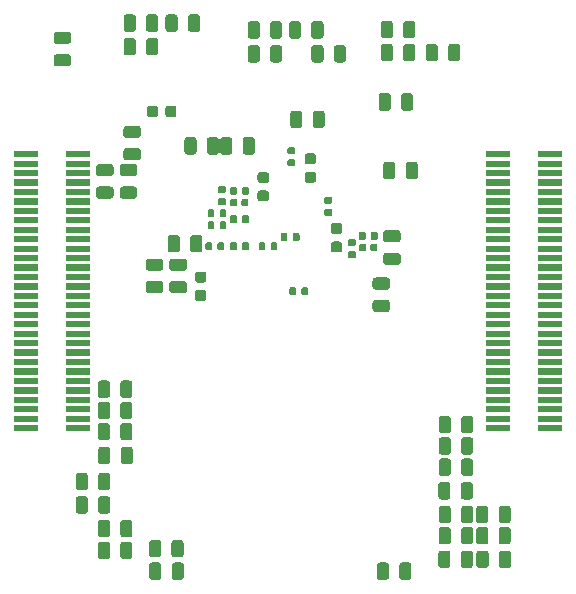
<source format=gbr>
%TF.GenerationSoftware,KiCad,Pcbnew,8.0.1*%
%TF.CreationDate,2024-05-09T15:37:21+08:00*%
%TF.ProjectId,ProDocument_ZYNQ7020_V1_2024-04-10,50726f44-6f63-4756-9d65-6e745f5a594e,rev?*%
%TF.SameCoordinates,Original*%
%TF.FileFunction,Soldermask,Bot*%
%TF.FilePolarity,Negative*%
%FSLAX46Y46*%
G04 Gerber Fmt 4.6, Leading zero omitted, Abs format (unit mm)*
G04 Created by KiCad (PCBNEW 8.0.1) date 2024-05-09 15:37:21*
%MOMM*%
%LPD*%
G01*
G04 APERTURE LIST*
G04 APERTURE END LIST*
G36*
X173825879Y-100275307D02*
G01*
X173877278Y-100282796D01*
X173886712Y-100287408D01*
X173904614Y-100290969D01*
X173933562Y-100310312D01*
X173956268Y-100321412D01*
X173968537Y-100333681D01*
X173990586Y-100348414D01*
X174005318Y-100370462D01*
X174017587Y-100382731D01*
X174028686Y-100405435D01*
X174048031Y-100434386D01*
X174051591Y-100452288D01*
X174056204Y-100461722D01*
X174063690Y-100513111D01*
X174068203Y-100535797D01*
X174068203Y-101485797D01*
X174063688Y-101508492D01*
X174056203Y-101559872D01*
X174051592Y-101569302D01*
X174048031Y-101587208D01*
X174028684Y-101616162D01*
X174017587Y-101638862D01*
X174005320Y-101651128D01*
X173990586Y-101673180D01*
X173968534Y-101687914D01*
X173956268Y-101700181D01*
X173933567Y-101711278D01*
X173904614Y-101730625D01*
X173886710Y-101734186D01*
X173877277Y-101738798D01*
X173825890Y-101746284D01*
X173803203Y-101750797D01*
X173303203Y-101750797D01*
X173280510Y-101746283D01*
X173229127Y-101738797D01*
X173219695Y-101734186D01*
X173201792Y-101730625D01*
X173172840Y-101711280D01*
X173150137Y-101700181D01*
X173137868Y-101687912D01*
X173115820Y-101673180D01*
X173101087Y-101651131D01*
X173088818Y-101638862D01*
X173077717Y-101616155D01*
X173058375Y-101587208D01*
X173054814Y-101569307D01*
X173050201Y-101559871D01*
X173042712Y-101508466D01*
X173038203Y-101485797D01*
X173038203Y-100535797D01*
X173042713Y-100513122D01*
X173050202Y-100461721D01*
X173054814Y-100452286D01*
X173058375Y-100434386D01*
X173077716Y-100405440D01*
X173088818Y-100382731D01*
X173101089Y-100370459D01*
X173115820Y-100348414D01*
X173137865Y-100333683D01*
X173150137Y-100321412D01*
X173172846Y-100310309D01*
X173201792Y-100290969D01*
X173219690Y-100287408D01*
X173229128Y-100282795D01*
X173280536Y-100275305D01*
X173303203Y-100270797D01*
X173803203Y-100270797D01*
X173825879Y-100275307D01*
G37*
G36*
X175725879Y-100275307D02*
G01*
X175777278Y-100282796D01*
X175786712Y-100287408D01*
X175804614Y-100290969D01*
X175833562Y-100310312D01*
X175856268Y-100321412D01*
X175868537Y-100333681D01*
X175890586Y-100348414D01*
X175905318Y-100370462D01*
X175917587Y-100382731D01*
X175928686Y-100405435D01*
X175948031Y-100434386D01*
X175951591Y-100452288D01*
X175956204Y-100461722D01*
X175963690Y-100513111D01*
X175968203Y-100535797D01*
X175968203Y-101485797D01*
X175963688Y-101508492D01*
X175956203Y-101559872D01*
X175951592Y-101569302D01*
X175948031Y-101587208D01*
X175928684Y-101616162D01*
X175917587Y-101638862D01*
X175905320Y-101651128D01*
X175890586Y-101673180D01*
X175868534Y-101687914D01*
X175856268Y-101700181D01*
X175833567Y-101711278D01*
X175804614Y-101730625D01*
X175786710Y-101734186D01*
X175777277Y-101738798D01*
X175725890Y-101746284D01*
X175703203Y-101750797D01*
X175203203Y-101750797D01*
X175180510Y-101746283D01*
X175129127Y-101738797D01*
X175119695Y-101734186D01*
X175101792Y-101730625D01*
X175072840Y-101711280D01*
X175050137Y-101700181D01*
X175037868Y-101687912D01*
X175015820Y-101673180D01*
X175001087Y-101651131D01*
X174988818Y-101638862D01*
X174977717Y-101616155D01*
X174958375Y-101587208D01*
X174954814Y-101569307D01*
X174950201Y-101559871D01*
X174942712Y-101508466D01*
X174938203Y-101485797D01*
X174938203Y-100535797D01*
X174942713Y-100513122D01*
X174950202Y-100461721D01*
X174954814Y-100452286D01*
X174958375Y-100434386D01*
X174977716Y-100405440D01*
X174988818Y-100382731D01*
X175001089Y-100370459D01*
X175015820Y-100348414D01*
X175037865Y-100333683D01*
X175050137Y-100321412D01*
X175072846Y-100310309D01*
X175101792Y-100290969D01*
X175119690Y-100287408D01*
X175129128Y-100282795D01*
X175180536Y-100275305D01*
X175203203Y-100270797D01*
X175703203Y-100270797D01*
X175725879Y-100275307D01*
G37*
G36*
X193100380Y-100275307D02*
G01*
X193151779Y-100282796D01*
X193161213Y-100287408D01*
X193179115Y-100290969D01*
X193208063Y-100310312D01*
X193230769Y-100321412D01*
X193243038Y-100333681D01*
X193265087Y-100348414D01*
X193279819Y-100370462D01*
X193292088Y-100382731D01*
X193303187Y-100405435D01*
X193322532Y-100434386D01*
X193326092Y-100452288D01*
X193330705Y-100461722D01*
X193338191Y-100513111D01*
X193342704Y-100535797D01*
X193342704Y-101485797D01*
X193338189Y-101508492D01*
X193330704Y-101559872D01*
X193326093Y-101569302D01*
X193322532Y-101587208D01*
X193303185Y-101616162D01*
X193292088Y-101638862D01*
X193279821Y-101651128D01*
X193265087Y-101673180D01*
X193243035Y-101687914D01*
X193230769Y-101700181D01*
X193208068Y-101711278D01*
X193179115Y-101730625D01*
X193161211Y-101734186D01*
X193151778Y-101738798D01*
X193100391Y-101746284D01*
X193077704Y-101750797D01*
X192577704Y-101750797D01*
X192555011Y-101746283D01*
X192503628Y-101738797D01*
X192494196Y-101734186D01*
X192476293Y-101730625D01*
X192447341Y-101711280D01*
X192424638Y-101700181D01*
X192412369Y-101687912D01*
X192390321Y-101673180D01*
X192375588Y-101651131D01*
X192363319Y-101638862D01*
X192352218Y-101616155D01*
X192332876Y-101587208D01*
X192329315Y-101569307D01*
X192324702Y-101559871D01*
X192317213Y-101508466D01*
X192312704Y-101485797D01*
X192312704Y-100535797D01*
X192317214Y-100513122D01*
X192324703Y-100461721D01*
X192329315Y-100452286D01*
X192332876Y-100434386D01*
X192352217Y-100405440D01*
X192363319Y-100382731D01*
X192375590Y-100370459D01*
X192390321Y-100348414D01*
X192412366Y-100333683D01*
X192424638Y-100321412D01*
X192447347Y-100310309D01*
X192476293Y-100290969D01*
X192494191Y-100287408D01*
X192503629Y-100282795D01*
X192555037Y-100275305D01*
X192577704Y-100270797D01*
X193077704Y-100270797D01*
X193100380Y-100275307D01*
G37*
G36*
X195000380Y-100275307D02*
G01*
X195051779Y-100282796D01*
X195061213Y-100287408D01*
X195079115Y-100290969D01*
X195108063Y-100310312D01*
X195130769Y-100321412D01*
X195143038Y-100333681D01*
X195165087Y-100348414D01*
X195179819Y-100370462D01*
X195192088Y-100382731D01*
X195203187Y-100405435D01*
X195222532Y-100434386D01*
X195226092Y-100452288D01*
X195230705Y-100461722D01*
X195238191Y-100513111D01*
X195242704Y-100535797D01*
X195242704Y-101485797D01*
X195238189Y-101508492D01*
X195230704Y-101559872D01*
X195226093Y-101569302D01*
X195222532Y-101587208D01*
X195203185Y-101616162D01*
X195192088Y-101638862D01*
X195179821Y-101651128D01*
X195165087Y-101673180D01*
X195143035Y-101687914D01*
X195130769Y-101700181D01*
X195108068Y-101711278D01*
X195079115Y-101730625D01*
X195061211Y-101734186D01*
X195051778Y-101738798D01*
X195000391Y-101746284D01*
X194977704Y-101750797D01*
X194477704Y-101750797D01*
X194455011Y-101746283D01*
X194403628Y-101738797D01*
X194394196Y-101734186D01*
X194376293Y-101730625D01*
X194347341Y-101711280D01*
X194324638Y-101700181D01*
X194312369Y-101687912D01*
X194290321Y-101673180D01*
X194275588Y-101651131D01*
X194263319Y-101638862D01*
X194252218Y-101616155D01*
X194232876Y-101587208D01*
X194229315Y-101569307D01*
X194224702Y-101559871D01*
X194217213Y-101508466D01*
X194212704Y-101485797D01*
X194212704Y-100535797D01*
X194217214Y-100513122D01*
X194224703Y-100461721D01*
X194229315Y-100452286D01*
X194232876Y-100434386D01*
X194252217Y-100405440D01*
X194263319Y-100382731D01*
X194275590Y-100370459D01*
X194290321Y-100348414D01*
X194312366Y-100333683D01*
X194324638Y-100321412D01*
X194347347Y-100310309D01*
X194376293Y-100290969D01*
X194394191Y-100287408D01*
X194403629Y-100282795D01*
X194455037Y-100275305D01*
X194477704Y-100270797D01*
X194977704Y-100270797D01*
X195000380Y-100275307D01*
G37*
G36*
X198300379Y-99275308D02*
G01*
X198351778Y-99282797D01*
X198361212Y-99287409D01*
X198379114Y-99290970D01*
X198408062Y-99310313D01*
X198430768Y-99321413D01*
X198443037Y-99333682D01*
X198465086Y-99348415D01*
X198479818Y-99370463D01*
X198492087Y-99382732D01*
X198503186Y-99405436D01*
X198522531Y-99434387D01*
X198526091Y-99452289D01*
X198530704Y-99461723D01*
X198538190Y-99513112D01*
X198542703Y-99535798D01*
X198542703Y-100485798D01*
X198538188Y-100508493D01*
X198530703Y-100559873D01*
X198526092Y-100569303D01*
X198522531Y-100587209D01*
X198503184Y-100616163D01*
X198492087Y-100638863D01*
X198479820Y-100651129D01*
X198465086Y-100673181D01*
X198443034Y-100687915D01*
X198430768Y-100700182D01*
X198408067Y-100711279D01*
X198379114Y-100730626D01*
X198361210Y-100734187D01*
X198351777Y-100738799D01*
X198300390Y-100746285D01*
X198277703Y-100750798D01*
X197777703Y-100750798D01*
X197755010Y-100746284D01*
X197703627Y-100738798D01*
X197694195Y-100734187D01*
X197676292Y-100730626D01*
X197647340Y-100711281D01*
X197624637Y-100700182D01*
X197612368Y-100687913D01*
X197590320Y-100673181D01*
X197575587Y-100651132D01*
X197563318Y-100638863D01*
X197552217Y-100616156D01*
X197532875Y-100587209D01*
X197529314Y-100569308D01*
X197524701Y-100559872D01*
X197517212Y-100508467D01*
X197512703Y-100485798D01*
X197512703Y-99535798D01*
X197517213Y-99513123D01*
X197524702Y-99461722D01*
X197529314Y-99452287D01*
X197532875Y-99434387D01*
X197552216Y-99405441D01*
X197563318Y-99382732D01*
X197575589Y-99370460D01*
X197590320Y-99348415D01*
X197612365Y-99333684D01*
X197624637Y-99321413D01*
X197647346Y-99310310D01*
X197676292Y-99290970D01*
X197694190Y-99287409D01*
X197703628Y-99282796D01*
X197755036Y-99275306D01*
X197777703Y-99270798D01*
X198277703Y-99270798D01*
X198300379Y-99275308D01*
G37*
G36*
X200200379Y-99275308D02*
G01*
X200251778Y-99282797D01*
X200261212Y-99287409D01*
X200279114Y-99290970D01*
X200308062Y-99310313D01*
X200330768Y-99321413D01*
X200343037Y-99333682D01*
X200365086Y-99348415D01*
X200379818Y-99370463D01*
X200392087Y-99382732D01*
X200403186Y-99405436D01*
X200422531Y-99434387D01*
X200426091Y-99452289D01*
X200430704Y-99461723D01*
X200438190Y-99513112D01*
X200442703Y-99535798D01*
X200442703Y-100485798D01*
X200438188Y-100508493D01*
X200430703Y-100559873D01*
X200426092Y-100569303D01*
X200422531Y-100587209D01*
X200403184Y-100616163D01*
X200392087Y-100638863D01*
X200379820Y-100651129D01*
X200365086Y-100673181D01*
X200343034Y-100687915D01*
X200330768Y-100700182D01*
X200308067Y-100711279D01*
X200279114Y-100730626D01*
X200261210Y-100734187D01*
X200251777Y-100738799D01*
X200200390Y-100746285D01*
X200177703Y-100750798D01*
X199677703Y-100750798D01*
X199655010Y-100746284D01*
X199603627Y-100738798D01*
X199594195Y-100734187D01*
X199576292Y-100730626D01*
X199547340Y-100711281D01*
X199524637Y-100700182D01*
X199512368Y-100687913D01*
X199490320Y-100673181D01*
X199475587Y-100651132D01*
X199463318Y-100638863D01*
X199452217Y-100616156D01*
X199432875Y-100587209D01*
X199429314Y-100569308D01*
X199424701Y-100559872D01*
X199417212Y-100508467D01*
X199412703Y-100485798D01*
X199412703Y-99535798D01*
X199417213Y-99513123D01*
X199424702Y-99461722D01*
X199429314Y-99452287D01*
X199432875Y-99434387D01*
X199452216Y-99405441D01*
X199463318Y-99382732D01*
X199475589Y-99370460D01*
X199490320Y-99348415D01*
X199512365Y-99333684D01*
X199524637Y-99321413D01*
X199547346Y-99310310D01*
X199576292Y-99290970D01*
X199594190Y-99287409D01*
X199603628Y-99282796D01*
X199655036Y-99275306D01*
X199677703Y-99270798D01*
X200177703Y-99270798D01*
X200200379Y-99275308D01*
G37*
G36*
X201525880Y-99275308D02*
G01*
X201577279Y-99282797D01*
X201586713Y-99287409D01*
X201604615Y-99290970D01*
X201633563Y-99310313D01*
X201656269Y-99321413D01*
X201668538Y-99333682D01*
X201690587Y-99348415D01*
X201705319Y-99370463D01*
X201717588Y-99382732D01*
X201728687Y-99405436D01*
X201748032Y-99434387D01*
X201751592Y-99452289D01*
X201756205Y-99461723D01*
X201763691Y-99513112D01*
X201768204Y-99535798D01*
X201768204Y-100485798D01*
X201763689Y-100508493D01*
X201756204Y-100559873D01*
X201751593Y-100569303D01*
X201748032Y-100587209D01*
X201728685Y-100616163D01*
X201717588Y-100638863D01*
X201705321Y-100651129D01*
X201690587Y-100673181D01*
X201668535Y-100687915D01*
X201656269Y-100700182D01*
X201633568Y-100711279D01*
X201604615Y-100730626D01*
X201586711Y-100734187D01*
X201577278Y-100738799D01*
X201525891Y-100746285D01*
X201503204Y-100750798D01*
X201003204Y-100750798D01*
X200980511Y-100746284D01*
X200929128Y-100738798D01*
X200919696Y-100734187D01*
X200901793Y-100730626D01*
X200872841Y-100711281D01*
X200850138Y-100700182D01*
X200837869Y-100687913D01*
X200815821Y-100673181D01*
X200801088Y-100651132D01*
X200788819Y-100638863D01*
X200777718Y-100616156D01*
X200758376Y-100587209D01*
X200754815Y-100569308D01*
X200750202Y-100559872D01*
X200742713Y-100508467D01*
X200738204Y-100485798D01*
X200738204Y-99535798D01*
X200742714Y-99513123D01*
X200750203Y-99461722D01*
X200754815Y-99452287D01*
X200758376Y-99434387D01*
X200777717Y-99405441D01*
X200788819Y-99382732D01*
X200801090Y-99370460D01*
X200815821Y-99348415D01*
X200837866Y-99333684D01*
X200850138Y-99321413D01*
X200872847Y-99310310D01*
X200901793Y-99290970D01*
X200919691Y-99287409D01*
X200929129Y-99282796D01*
X200980537Y-99275306D01*
X201003204Y-99270798D01*
X201503204Y-99270798D01*
X201525880Y-99275308D01*
G37*
G36*
X203425880Y-99275308D02*
G01*
X203477279Y-99282797D01*
X203486713Y-99287409D01*
X203504615Y-99290970D01*
X203533563Y-99310313D01*
X203556269Y-99321413D01*
X203568538Y-99333682D01*
X203590587Y-99348415D01*
X203605319Y-99370463D01*
X203617588Y-99382732D01*
X203628687Y-99405436D01*
X203648032Y-99434387D01*
X203651592Y-99452289D01*
X203656205Y-99461723D01*
X203663691Y-99513112D01*
X203668204Y-99535798D01*
X203668204Y-100485798D01*
X203663689Y-100508493D01*
X203656204Y-100559873D01*
X203651593Y-100569303D01*
X203648032Y-100587209D01*
X203628685Y-100616163D01*
X203617588Y-100638863D01*
X203605321Y-100651129D01*
X203590587Y-100673181D01*
X203568535Y-100687915D01*
X203556269Y-100700182D01*
X203533568Y-100711279D01*
X203504615Y-100730626D01*
X203486711Y-100734187D01*
X203477278Y-100738799D01*
X203425891Y-100746285D01*
X203403204Y-100750798D01*
X202903204Y-100750798D01*
X202880511Y-100746284D01*
X202829128Y-100738798D01*
X202819696Y-100734187D01*
X202801793Y-100730626D01*
X202772841Y-100711281D01*
X202750138Y-100700182D01*
X202737869Y-100687913D01*
X202715821Y-100673181D01*
X202701088Y-100651132D01*
X202688819Y-100638863D01*
X202677718Y-100616156D01*
X202658376Y-100587209D01*
X202654815Y-100569308D01*
X202650202Y-100559872D01*
X202642713Y-100508467D01*
X202638204Y-100485798D01*
X202638204Y-99535798D01*
X202642714Y-99513123D01*
X202650203Y-99461722D01*
X202654815Y-99452287D01*
X202658376Y-99434387D01*
X202677717Y-99405441D01*
X202688819Y-99382732D01*
X202701090Y-99370460D01*
X202715821Y-99348415D01*
X202737866Y-99333684D01*
X202750138Y-99321413D01*
X202772847Y-99310310D01*
X202801793Y-99290970D01*
X202819691Y-99287409D01*
X202829129Y-99282796D01*
X202880537Y-99275306D01*
X202903204Y-99270798D01*
X203403204Y-99270798D01*
X203425880Y-99275308D01*
G37*
G36*
X169474385Y-98515808D02*
G01*
X169525784Y-98523297D01*
X169535218Y-98527909D01*
X169553120Y-98531470D01*
X169582068Y-98550813D01*
X169604774Y-98561913D01*
X169617043Y-98574182D01*
X169639092Y-98588915D01*
X169653824Y-98610963D01*
X169666093Y-98623232D01*
X169677192Y-98645936D01*
X169696537Y-98674887D01*
X169700097Y-98692789D01*
X169704710Y-98702223D01*
X169712196Y-98753612D01*
X169716709Y-98776298D01*
X169716709Y-99726298D01*
X169712194Y-99748993D01*
X169704709Y-99800373D01*
X169700098Y-99809803D01*
X169696537Y-99827709D01*
X169677190Y-99856663D01*
X169666093Y-99879363D01*
X169653826Y-99891629D01*
X169639092Y-99913681D01*
X169617040Y-99928415D01*
X169604774Y-99940682D01*
X169582073Y-99951779D01*
X169553120Y-99971126D01*
X169535216Y-99974687D01*
X169525783Y-99979299D01*
X169474396Y-99986785D01*
X169451709Y-99991298D01*
X168951709Y-99991298D01*
X168929016Y-99986784D01*
X168877633Y-99979298D01*
X168868201Y-99974687D01*
X168850298Y-99971126D01*
X168821346Y-99951781D01*
X168798643Y-99940682D01*
X168786374Y-99928413D01*
X168764326Y-99913681D01*
X168749593Y-99891632D01*
X168737324Y-99879363D01*
X168726223Y-99856656D01*
X168706881Y-99827709D01*
X168703320Y-99809808D01*
X168698707Y-99800372D01*
X168691218Y-99748967D01*
X168686709Y-99726298D01*
X168686709Y-98776298D01*
X168691219Y-98753623D01*
X168698708Y-98702222D01*
X168703320Y-98692787D01*
X168706881Y-98674887D01*
X168726222Y-98645941D01*
X168737324Y-98623232D01*
X168749595Y-98610960D01*
X168764326Y-98588915D01*
X168786371Y-98574184D01*
X168798643Y-98561913D01*
X168821352Y-98550810D01*
X168850298Y-98531470D01*
X168868196Y-98527909D01*
X168877634Y-98523296D01*
X168929042Y-98515806D01*
X168951709Y-98511298D01*
X169451709Y-98511298D01*
X169474385Y-98515808D01*
G37*
G36*
X171374385Y-98515808D02*
G01*
X171425784Y-98523297D01*
X171435218Y-98527909D01*
X171453120Y-98531470D01*
X171482068Y-98550813D01*
X171504774Y-98561913D01*
X171517043Y-98574182D01*
X171539092Y-98588915D01*
X171553824Y-98610963D01*
X171566093Y-98623232D01*
X171577192Y-98645936D01*
X171596537Y-98674887D01*
X171600097Y-98692789D01*
X171604710Y-98702223D01*
X171612196Y-98753612D01*
X171616709Y-98776298D01*
X171616709Y-99726298D01*
X171612194Y-99748993D01*
X171604709Y-99800373D01*
X171600098Y-99809803D01*
X171596537Y-99827709D01*
X171577190Y-99856663D01*
X171566093Y-99879363D01*
X171553826Y-99891629D01*
X171539092Y-99913681D01*
X171517040Y-99928415D01*
X171504774Y-99940682D01*
X171482073Y-99951779D01*
X171453120Y-99971126D01*
X171435216Y-99974687D01*
X171425783Y-99979299D01*
X171374396Y-99986785D01*
X171351709Y-99991298D01*
X170851709Y-99991298D01*
X170829016Y-99986784D01*
X170777633Y-99979298D01*
X170768201Y-99974687D01*
X170750298Y-99971126D01*
X170721346Y-99951781D01*
X170698643Y-99940682D01*
X170686374Y-99928413D01*
X170664326Y-99913681D01*
X170649593Y-99891632D01*
X170637324Y-99879363D01*
X170626223Y-99856656D01*
X170606881Y-99827709D01*
X170603320Y-99809808D01*
X170598707Y-99800372D01*
X170591218Y-99748967D01*
X170586709Y-99726298D01*
X170586709Y-98776298D01*
X170591219Y-98753623D01*
X170598708Y-98702222D01*
X170603320Y-98692787D01*
X170606881Y-98674887D01*
X170626222Y-98645941D01*
X170637324Y-98623232D01*
X170649595Y-98610960D01*
X170664326Y-98588915D01*
X170686371Y-98574184D01*
X170698643Y-98561913D01*
X170721352Y-98550810D01*
X170750298Y-98531470D01*
X170768196Y-98527909D01*
X170777634Y-98523296D01*
X170829042Y-98515806D01*
X170851709Y-98511298D01*
X171351709Y-98511298D01*
X171374385Y-98515808D01*
G37*
G36*
X173801879Y-98375308D02*
G01*
X173853278Y-98382797D01*
X173862712Y-98387409D01*
X173880614Y-98390970D01*
X173909562Y-98410313D01*
X173932268Y-98421413D01*
X173944537Y-98433682D01*
X173966586Y-98448415D01*
X173981318Y-98470463D01*
X173993587Y-98482732D01*
X174004686Y-98505436D01*
X174024031Y-98534387D01*
X174027591Y-98552289D01*
X174032204Y-98561723D01*
X174039690Y-98613112D01*
X174044203Y-98635798D01*
X174044203Y-99585798D01*
X174039688Y-99608493D01*
X174032203Y-99659873D01*
X174027592Y-99669303D01*
X174024031Y-99687209D01*
X174004684Y-99716163D01*
X173993587Y-99738863D01*
X173981320Y-99751129D01*
X173966586Y-99773181D01*
X173944534Y-99787915D01*
X173932268Y-99800182D01*
X173909567Y-99811279D01*
X173880614Y-99830626D01*
X173862710Y-99834187D01*
X173853277Y-99838799D01*
X173801890Y-99846285D01*
X173779203Y-99850798D01*
X173279203Y-99850798D01*
X173256510Y-99846284D01*
X173205127Y-99838798D01*
X173195695Y-99834187D01*
X173177792Y-99830626D01*
X173148840Y-99811281D01*
X173126137Y-99800182D01*
X173113868Y-99787913D01*
X173091820Y-99773181D01*
X173077087Y-99751132D01*
X173064818Y-99738863D01*
X173053717Y-99716156D01*
X173034375Y-99687209D01*
X173030814Y-99669308D01*
X173026201Y-99659872D01*
X173018712Y-99608467D01*
X173014203Y-99585798D01*
X173014203Y-98635798D01*
X173018713Y-98613123D01*
X173026202Y-98561722D01*
X173030814Y-98552287D01*
X173034375Y-98534387D01*
X173053716Y-98505441D01*
X173064818Y-98482732D01*
X173077089Y-98470460D01*
X173091820Y-98448415D01*
X173113865Y-98433684D01*
X173126137Y-98421413D01*
X173148846Y-98410310D01*
X173177792Y-98390970D01*
X173195690Y-98387409D01*
X173205128Y-98382796D01*
X173256536Y-98375306D01*
X173279203Y-98370798D01*
X173779203Y-98370798D01*
X173801879Y-98375308D01*
G37*
G36*
X175701879Y-98375308D02*
G01*
X175753278Y-98382797D01*
X175762712Y-98387409D01*
X175780614Y-98390970D01*
X175809562Y-98410313D01*
X175832268Y-98421413D01*
X175844537Y-98433682D01*
X175866586Y-98448415D01*
X175881318Y-98470463D01*
X175893587Y-98482732D01*
X175904686Y-98505436D01*
X175924031Y-98534387D01*
X175927591Y-98552289D01*
X175932204Y-98561723D01*
X175939690Y-98613112D01*
X175944203Y-98635798D01*
X175944203Y-99585798D01*
X175939688Y-99608493D01*
X175932203Y-99659873D01*
X175927592Y-99669303D01*
X175924031Y-99687209D01*
X175904684Y-99716163D01*
X175893587Y-99738863D01*
X175881320Y-99751129D01*
X175866586Y-99773181D01*
X175844534Y-99787915D01*
X175832268Y-99800182D01*
X175809567Y-99811279D01*
X175780614Y-99830626D01*
X175762710Y-99834187D01*
X175753277Y-99838799D01*
X175701890Y-99846285D01*
X175679203Y-99850798D01*
X175179203Y-99850798D01*
X175156510Y-99846284D01*
X175105127Y-99838798D01*
X175095695Y-99834187D01*
X175077792Y-99830626D01*
X175048840Y-99811281D01*
X175026137Y-99800182D01*
X175013868Y-99787913D01*
X174991820Y-99773181D01*
X174977087Y-99751132D01*
X174964818Y-99738863D01*
X174953717Y-99716156D01*
X174934375Y-99687209D01*
X174930814Y-99669308D01*
X174926201Y-99659872D01*
X174918712Y-99608467D01*
X174914203Y-99585798D01*
X174914203Y-98635798D01*
X174918713Y-98613123D01*
X174926202Y-98561722D01*
X174930814Y-98552287D01*
X174934375Y-98534387D01*
X174953716Y-98505441D01*
X174964818Y-98482732D01*
X174977089Y-98470460D01*
X174991820Y-98448415D01*
X175013865Y-98433684D01*
X175026137Y-98421413D01*
X175048846Y-98410310D01*
X175077792Y-98390970D01*
X175095690Y-98387409D01*
X175105128Y-98382796D01*
X175156536Y-98375306D01*
X175179203Y-98370798D01*
X175679203Y-98370798D01*
X175701879Y-98375308D01*
G37*
G36*
X198325879Y-97275308D02*
G01*
X198377278Y-97282797D01*
X198386712Y-97287409D01*
X198404614Y-97290970D01*
X198433562Y-97310313D01*
X198456268Y-97321413D01*
X198468537Y-97333682D01*
X198490586Y-97348415D01*
X198505318Y-97370463D01*
X198517587Y-97382732D01*
X198528686Y-97405436D01*
X198548031Y-97434387D01*
X198551591Y-97452289D01*
X198556204Y-97461723D01*
X198563690Y-97513112D01*
X198568203Y-97535798D01*
X198568203Y-98485798D01*
X198563688Y-98508493D01*
X198556203Y-98559873D01*
X198551592Y-98569303D01*
X198548031Y-98587209D01*
X198528684Y-98616163D01*
X198517587Y-98638863D01*
X198505320Y-98651129D01*
X198490586Y-98673181D01*
X198468534Y-98687915D01*
X198456268Y-98700182D01*
X198433567Y-98711279D01*
X198404614Y-98730626D01*
X198386710Y-98734187D01*
X198377277Y-98738799D01*
X198325890Y-98746285D01*
X198303203Y-98750798D01*
X197803203Y-98750798D01*
X197780510Y-98746284D01*
X197729127Y-98738798D01*
X197719695Y-98734187D01*
X197701792Y-98730626D01*
X197672840Y-98711281D01*
X197650137Y-98700182D01*
X197637868Y-98687913D01*
X197615820Y-98673181D01*
X197601087Y-98651132D01*
X197588818Y-98638863D01*
X197577717Y-98616156D01*
X197558375Y-98587209D01*
X197554814Y-98569308D01*
X197550201Y-98559872D01*
X197542712Y-98508467D01*
X197538203Y-98485798D01*
X197538203Y-97535798D01*
X197542713Y-97513123D01*
X197550202Y-97461722D01*
X197554814Y-97452287D01*
X197558375Y-97434387D01*
X197577716Y-97405441D01*
X197588818Y-97382732D01*
X197601089Y-97370460D01*
X197615820Y-97348415D01*
X197637865Y-97333684D01*
X197650137Y-97321413D01*
X197672846Y-97310310D01*
X197701792Y-97290970D01*
X197719690Y-97287409D01*
X197729128Y-97282796D01*
X197780536Y-97275306D01*
X197803203Y-97270798D01*
X198303203Y-97270798D01*
X198325879Y-97275308D01*
G37*
G36*
X200225879Y-97275308D02*
G01*
X200277278Y-97282797D01*
X200286712Y-97287409D01*
X200304614Y-97290970D01*
X200333562Y-97310313D01*
X200356268Y-97321413D01*
X200368537Y-97333682D01*
X200390586Y-97348415D01*
X200405318Y-97370463D01*
X200417587Y-97382732D01*
X200428686Y-97405436D01*
X200448031Y-97434387D01*
X200451591Y-97452289D01*
X200456204Y-97461723D01*
X200463690Y-97513112D01*
X200468203Y-97535798D01*
X200468203Y-98485798D01*
X200463688Y-98508493D01*
X200456203Y-98559873D01*
X200451592Y-98569303D01*
X200448031Y-98587209D01*
X200428684Y-98616163D01*
X200417587Y-98638863D01*
X200405320Y-98651129D01*
X200390586Y-98673181D01*
X200368534Y-98687915D01*
X200356268Y-98700182D01*
X200333567Y-98711279D01*
X200304614Y-98730626D01*
X200286710Y-98734187D01*
X200277277Y-98738799D01*
X200225890Y-98746285D01*
X200203203Y-98750798D01*
X199703203Y-98750798D01*
X199680510Y-98746284D01*
X199629127Y-98738798D01*
X199619695Y-98734187D01*
X199601792Y-98730626D01*
X199572840Y-98711281D01*
X199550137Y-98700182D01*
X199537868Y-98687913D01*
X199515820Y-98673181D01*
X199501087Y-98651132D01*
X199488818Y-98638863D01*
X199477717Y-98616156D01*
X199458375Y-98587209D01*
X199454814Y-98569308D01*
X199450201Y-98559872D01*
X199442712Y-98508467D01*
X199438203Y-98485798D01*
X199438203Y-97535798D01*
X199442713Y-97513123D01*
X199450202Y-97461722D01*
X199454814Y-97452287D01*
X199458375Y-97434387D01*
X199477716Y-97405441D01*
X199488818Y-97382732D01*
X199501089Y-97370460D01*
X199515820Y-97348415D01*
X199537865Y-97333684D01*
X199550137Y-97321413D01*
X199572846Y-97310310D01*
X199601792Y-97290970D01*
X199619690Y-97287409D01*
X199629128Y-97282796D01*
X199680536Y-97275306D01*
X199703203Y-97270798D01*
X200203203Y-97270798D01*
X200225879Y-97275308D01*
G37*
G36*
X201500378Y-97275308D02*
G01*
X201551777Y-97282797D01*
X201561211Y-97287409D01*
X201579113Y-97290970D01*
X201608061Y-97310313D01*
X201630767Y-97321413D01*
X201643036Y-97333682D01*
X201665085Y-97348415D01*
X201679817Y-97370463D01*
X201692086Y-97382732D01*
X201703185Y-97405436D01*
X201722530Y-97434387D01*
X201726090Y-97452289D01*
X201730703Y-97461723D01*
X201738189Y-97513112D01*
X201742702Y-97535798D01*
X201742702Y-98485798D01*
X201738187Y-98508493D01*
X201730702Y-98559873D01*
X201726091Y-98569303D01*
X201722530Y-98587209D01*
X201703183Y-98616163D01*
X201692086Y-98638863D01*
X201679819Y-98651129D01*
X201665085Y-98673181D01*
X201643033Y-98687915D01*
X201630767Y-98700182D01*
X201608066Y-98711279D01*
X201579113Y-98730626D01*
X201561209Y-98734187D01*
X201551776Y-98738799D01*
X201500389Y-98746285D01*
X201477702Y-98750798D01*
X200977702Y-98750798D01*
X200955009Y-98746284D01*
X200903626Y-98738798D01*
X200894194Y-98734187D01*
X200876291Y-98730626D01*
X200847339Y-98711281D01*
X200824636Y-98700182D01*
X200812367Y-98687913D01*
X200790319Y-98673181D01*
X200775586Y-98651132D01*
X200763317Y-98638863D01*
X200752216Y-98616156D01*
X200732874Y-98587209D01*
X200729313Y-98569308D01*
X200724700Y-98559872D01*
X200717211Y-98508467D01*
X200712702Y-98485798D01*
X200712702Y-97535798D01*
X200717212Y-97513123D01*
X200724701Y-97461722D01*
X200729313Y-97452287D01*
X200732874Y-97434387D01*
X200752215Y-97405441D01*
X200763317Y-97382732D01*
X200775588Y-97370460D01*
X200790319Y-97348415D01*
X200812364Y-97333684D01*
X200824636Y-97321413D01*
X200847345Y-97310310D01*
X200876291Y-97290970D01*
X200894189Y-97287409D01*
X200903627Y-97282796D01*
X200955035Y-97275306D01*
X200977702Y-97270798D01*
X201477702Y-97270798D01*
X201500378Y-97275308D01*
G37*
G36*
X203400378Y-97275308D02*
G01*
X203451777Y-97282797D01*
X203461211Y-97287409D01*
X203479113Y-97290970D01*
X203508061Y-97310313D01*
X203530767Y-97321413D01*
X203543036Y-97333682D01*
X203565085Y-97348415D01*
X203579817Y-97370463D01*
X203592086Y-97382732D01*
X203603185Y-97405436D01*
X203622530Y-97434387D01*
X203626090Y-97452289D01*
X203630703Y-97461723D01*
X203638189Y-97513112D01*
X203642702Y-97535798D01*
X203642702Y-98485798D01*
X203638187Y-98508493D01*
X203630702Y-98559873D01*
X203626091Y-98569303D01*
X203622530Y-98587209D01*
X203603183Y-98616163D01*
X203592086Y-98638863D01*
X203579819Y-98651129D01*
X203565085Y-98673181D01*
X203543033Y-98687915D01*
X203530767Y-98700182D01*
X203508066Y-98711279D01*
X203479113Y-98730626D01*
X203461209Y-98734187D01*
X203451776Y-98738799D01*
X203400389Y-98746285D01*
X203377702Y-98750798D01*
X202877702Y-98750798D01*
X202855009Y-98746284D01*
X202803626Y-98738798D01*
X202794194Y-98734187D01*
X202776291Y-98730626D01*
X202747339Y-98711281D01*
X202724636Y-98700182D01*
X202712367Y-98687913D01*
X202690319Y-98673181D01*
X202675586Y-98651132D01*
X202663317Y-98638863D01*
X202652216Y-98616156D01*
X202632874Y-98587209D01*
X202629313Y-98569308D01*
X202624700Y-98559872D01*
X202617211Y-98508467D01*
X202612702Y-98485798D01*
X202612702Y-97535798D01*
X202617212Y-97513123D01*
X202624701Y-97461722D01*
X202629313Y-97452287D01*
X202632874Y-97434387D01*
X202652215Y-97405441D01*
X202663317Y-97382732D01*
X202675588Y-97370460D01*
X202690319Y-97348415D01*
X202712364Y-97333684D01*
X202724636Y-97321413D01*
X202747345Y-97310310D01*
X202776291Y-97290970D01*
X202794189Y-97287409D01*
X202803627Y-97282796D01*
X202855035Y-97275306D01*
X202877702Y-97270798D01*
X203377702Y-97270798D01*
X203400378Y-97275308D01*
G37*
G36*
X169477879Y-96675307D02*
G01*
X169529278Y-96682796D01*
X169538712Y-96687408D01*
X169556614Y-96690969D01*
X169585562Y-96710312D01*
X169608268Y-96721412D01*
X169620537Y-96733681D01*
X169642586Y-96748414D01*
X169657318Y-96770462D01*
X169669587Y-96782731D01*
X169680686Y-96805435D01*
X169700031Y-96834386D01*
X169703591Y-96852288D01*
X169708204Y-96861722D01*
X169715690Y-96913111D01*
X169720203Y-96935797D01*
X169720203Y-97885797D01*
X169715688Y-97908492D01*
X169708203Y-97959872D01*
X169703592Y-97969302D01*
X169700031Y-97987208D01*
X169680684Y-98016162D01*
X169669587Y-98038862D01*
X169657320Y-98051128D01*
X169642586Y-98073180D01*
X169620534Y-98087914D01*
X169608268Y-98100181D01*
X169585567Y-98111278D01*
X169556614Y-98130625D01*
X169538710Y-98134186D01*
X169529277Y-98138798D01*
X169477890Y-98146284D01*
X169455203Y-98150797D01*
X168955203Y-98150797D01*
X168932510Y-98146283D01*
X168881127Y-98138797D01*
X168871695Y-98134186D01*
X168853792Y-98130625D01*
X168824840Y-98111280D01*
X168802137Y-98100181D01*
X168789868Y-98087912D01*
X168767820Y-98073180D01*
X168753087Y-98051131D01*
X168740818Y-98038862D01*
X168729717Y-98016155D01*
X168710375Y-97987208D01*
X168706814Y-97969307D01*
X168702201Y-97959871D01*
X168694712Y-97908466D01*
X168690203Y-97885797D01*
X168690203Y-96935797D01*
X168694713Y-96913122D01*
X168702202Y-96861721D01*
X168706814Y-96852286D01*
X168710375Y-96834386D01*
X168729716Y-96805440D01*
X168740818Y-96782731D01*
X168753089Y-96770459D01*
X168767820Y-96748414D01*
X168789865Y-96733683D01*
X168802137Y-96721412D01*
X168824846Y-96710309D01*
X168853792Y-96690969D01*
X168871690Y-96687408D01*
X168881128Y-96682795D01*
X168932536Y-96675305D01*
X168955203Y-96670797D01*
X169455203Y-96670797D01*
X169477879Y-96675307D01*
G37*
G36*
X171377879Y-96675307D02*
G01*
X171429278Y-96682796D01*
X171438712Y-96687408D01*
X171456614Y-96690969D01*
X171485562Y-96710312D01*
X171508268Y-96721412D01*
X171520537Y-96733681D01*
X171542586Y-96748414D01*
X171557318Y-96770462D01*
X171569587Y-96782731D01*
X171580686Y-96805435D01*
X171600031Y-96834386D01*
X171603591Y-96852288D01*
X171608204Y-96861722D01*
X171615690Y-96913111D01*
X171620203Y-96935797D01*
X171620203Y-97885797D01*
X171615688Y-97908492D01*
X171608203Y-97959872D01*
X171603592Y-97969302D01*
X171600031Y-97987208D01*
X171580684Y-98016162D01*
X171569587Y-98038862D01*
X171557320Y-98051128D01*
X171542586Y-98073180D01*
X171520534Y-98087914D01*
X171508268Y-98100181D01*
X171485567Y-98111278D01*
X171456614Y-98130625D01*
X171438710Y-98134186D01*
X171429277Y-98138798D01*
X171377890Y-98146284D01*
X171355203Y-98150797D01*
X170855203Y-98150797D01*
X170832510Y-98146283D01*
X170781127Y-98138797D01*
X170771695Y-98134186D01*
X170753792Y-98130625D01*
X170724840Y-98111280D01*
X170702137Y-98100181D01*
X170689868Y-98087912D01*
X170667820Y-98073180D01*
X170653087Y-98051131D01*
X170640818Y-98038862D01*
X170629717Y-98016155D01*
X170610375Y-97987208D01*
X170606814Y-97969307D01*
X170602201Y-97959871D01*
X170594712Y-97908466D01*
X170590203Y-97885797D01*
X170590203Y-96935797D01*
X170594713Y-96913122D01*
X170602202Y-96861721D01*
X170606814Y-96852286D01*
X170610375Y-96834386D01*
X170629716Y-96805440D01*
X170640818Y-96782731D01*
X170653089Y-96770459D01*
X170667820Y-96748414D01*
X170689865Y-96733683D01*
X170702137Y-96721412D01*
X170724846Y-96710309D01*
X170753792Y-96690969D01*
X170771690Y-96687408D01*
X170781128Y-96682795D01*
X170832536Y-96675305D01*
X170855203Y-96670797D01*
X171355203Y-96670797D01*
X171377879Y-96675307D01*
G37*
G36*
X198325880Y-95475307D02*
G01*
X198377279Y-95482796D01*
X198386713Y-95487408D01*
X198404615Y-95490969D01*
X198433563Y-95510312D01*
X198456269Y-95521412D01*
X198468538Y-95533681D01*
X198490587Y-95548414D01*
X198505319Y-95570462D01*
X198517588Y-95582731D01*
X198528687Y-95605435D01*
X198548032Y-95634386D01*
X198551592Y-95652288D01*
X198556205Y-95661722D01*
X198563691Y-95713111D01*
X198568204Y-95735797D01*
X198568204Y-96685797D01*
X198563689Y-96708492D01*
X198556204Y-96759872D01*
X198551593Y-96769302D01*
X198548032Y-96787208D01*
X198528685Y-96816162D01*
X198517588Y-96838862D01*
X198505321Y-96851128D01*
X198490587Y-96873180D01*
X198468535Y-96887914D01*
X198456269Y-96900181D01*
X198433568Y-96911278D01*
X198404615Y-96930625D01*
X198386711Y-96934186D01*
X198377278Y-96938798D01*
X198325891Y-96946284D01*
X198303204Y-96950797D01*
X197803204Y-96950797D01*
X197780511Y-96946283D01*
X197729128Y-96938797D01*
X197719696Y-96934186D01*
X197701793Y-96930625D01*
X197672841Y-96911280D01*
X197650138Y-96900181D01*
X197637869Y-96887912D01*
X197615821Y-96873180D01*
X197601088Y-96851131D01*
X197588819Y-96838862D01*
X197577718Y-96816155D01*
X197558376Y-96787208D01*
X197554815Y-96769307D01*
X197550202Y-96759871D01*
X197542713Y-96708466D01*
X197538204Y-96685797D01*
X197538204Y-95735797D01*
X197542714Y-95713122D01*
X197550203Y-95661721D01*
X197554815Y-95652286D01*
X197558376Y-95634386D01*
X197577717Y-95605440D01*
X197588819Y-95582731D01*
X197601090Y-95570459D01*
X197615821Y-95548414D01*
X197637866Y-95533683D01*
X197650138Y-95521412D01*
X197672847Y-95510309D01*
X197701793Y-95490969D01*
X197719691Y-95487408D01*
X197729129Y-95482795D01*
X197780537Y-95475305D01*
X197803204Y-95470797D01*
X198303204Y-95470797D01*
X198325880Y-95475307D01*
G37*
G36*
X200225880Y-95475307D02*
G01*
X200277279Y-95482796D01*
X200286713Y-95487408D01*
X200304615Y-95490969D01*
X200333563Y-95510312D01*
X200356269Y-95521412D01*
X200368538Y-95533681D01*
X200390587Y-95548414D01*
X200405319Y-95570462D01*
X200417588Y-95582731D01*
X200428687Y-95605435D01*
X200448032Y-95634386D01*
X200451592Y-95652288D01*
X200456205Y-95661722D01*
X200463691Y-95713111D01*
X200468204Y-95735797D01*
X200468204Y-96685797D01*
X200463689Y-96708492D01*
X200456204Y-96759872D01*
X200451593Y-96769302D01*
X200448032Y-96787208D01*
X200428685Y-96816162D01*
X200417588Y-96838862D01*
X200405321Y-96851128D01*
X200390587Y-96873180D01*
X200368535Y-96887914D01*
X200356269Y-96900181D01*
X200333568Y-96911278D01*
X200304615Y-96930625D01*
X200286711Y-96934186D01*
X200277278Y-96938798D01*
X200225891Y-96946284D01*
X200203204Y-96950797D01*
X199703204Y-96950797D01*
X199680511Y-96946283D01*
X199629128Y-96938797D01*
X199619696Y-96934186D01*
X199601793Y-96930625D01*
X199572841Y-96911280D01*
X199550138Y-96900181D01*
X199537869Y-96887912D01*
X199515821Y-96873180D01*
X199501088Y-96851131D01*
X199488819Y-96838862D01*
X199477718Y-96816155D01*
X199458376Y-96787208D01*
X199454815Y-96769307D01*
X199450202Y-96759871D01*
X199442713Y-96708466D01*
X199438204Y-96685797D01*
X199438204Y-95735797D01*
X199442714Y-95713122D01*
X199450203Y-95661721D01*
X199454815Y-95652286D01*
X199458376Y-95634386D01*
X199477717Y-95605440D01*
X199488819Y-95582731D01*
X199501090Y-95570459D01*
X199515821Y-95548414D01*
X199537866Y-95533683D01*
X199550138Y-95521412D01*
X199572847Y-95510309D01*
X199601793Y-95490969D01*
X199619691Y-95487408D01*
X199629129Y-95482795D01*
X199680537Y-95475305D01*
X199703204Y-95470797D01*
X200203204Y-95470797D01*
X200225880Y-95475307D01*
G37*
G36*
X201500378Y-95475307D02*
G01*
X201551777Y-95482796D01*
X201561211Y-95487408D01*
X201579113Y-95490969D01*
X201608061Y-95510312D01*
X201630767Y-95521412D01*
X201643036Y-95533681D01*
X201665085Y-95548414D01*
X201679817Y-95570462D01*
X201692086Y-95582731D01*
X201703185Y-95605435D01*
X201722530Y-95634386D01*
X201726090Y-95652288D01*
X201730703Y-95661722D01*
X201738189Y-95713111D01*
X201742702Y-95735797D01*
X201742702Y-96685797D01*
X201738187Y-96708492D01*
X201730702Y-96759872D01*
X201726091Y-96769302D01*
X201722530Y-96787208D01*
X201703183Y-96816162D01*
X201692086Y-96838862D01*
X201679819Y-96851128D01*
X201665085Y-96873180D01*
X201643033Y-96887914D01*
X201630767Y-96900181D01*
X201608066Y-96911278D01*
X201579113Y-96930625D01*
X201561209Y-96934186D01*
X201551776Y-96938798D01*
X201500389Y-96946284D01*
X201477702Y-96950797D01*
X200977702Y-96950797D01*
X200955009Y-96946283D01*
X200903626Y-96938797D01*
X200894194Y-96934186D01*
X200876291Y-96930625D01*
X200847339Y-96911280D01*
X200824636Y-96900181D01*
X200812367Y-96887912D01*
X200790319Y-96873180D01*
X200775586Y-96851131D01*
X200763317Y-96838862D01*
X200752216Y-96816155D01*
X200732874Y-96787208D01*
X200729313Y-96769307D01*
X200724700Y-96759871D01*
X200717211Y-96708466D01*
X200712702Y-96685797D01*
X200712702Y-95735797D01*
X200717212Y-95713122D01*
X200724701Y-95661721D01*
X200729313Y-95652286D01*
X200732874Y-95634386D01*
X200752215Y-95605440D01*
X200763317Y-95582731D01*
X200775588Y-95570459D01*
X200790319Y-95548414D01*
X200812364Y-95533683D01*
X200824636Y-95521412D01*
X200847345Y-95510309D01*
X200876291Y-95490969D01*
X200894189Y-95487408D01*
X200903627Y-95482795D01*
X200955035Y-95475305D01*
X200977702Y-95470797D01*
X201477702Y-95470797D01*
X201500378Y-95475307D01*
G37*
G36*
X203400378Y-95475307D02*
G01*
X203451777Y-95482796D01*
X203461211Y-95487408D01*
X203479113Y-95490969D01*
X203508061Y-95510312D01*
X203530767Y-95521412D01*
X203543036Y-95533681D01*
X203565085Y-95548414D01*
X203579817Y-95570462D01*
X203592086Y-95582731D01*
X203603185Y-95605435D01*
X203622530Y-95634386D01*
X203626090Y-95652288D01*
X203630703Y-95661722D01*
X203638189Y-95713111D01*
X203642702Y-95735797D01*
X203642702Y-96685797D01*
X203638187Y-96708492D01*
X203630702Y-96759872D01*
X203626091Y-96769302D01*
X203622530Y-96787208D01*
X203603183Y-96816162D01*
X203592086Y-96838862D01*
X203579819Y-96851128D01*
X203565085Y-96873180D01*
X203543033Y-96887914D01*
X203530767Y-96900181D01*
X203508066Y-96911278D01*
X203479113Y-96930625D01*
X203461209Y-96934186D01*
X203451776Y-96938798D01*
X203400389Y-96946284D01*
X203377702Y-96950797D01*
X202877702Y-96950797D01*
X202855009Y-96946283D01*
X202803626Y-96938797D01*
X202794194Y-96934186D01*
X202776291Y-96930625D01*
X202747339Y-96911280D01*
X202724636Y-96900181D01*
X202712367Y-96887912D01*
X202690319Y-96873180D01*
X202675586Y-96851131D01*
X202663317Y-96838862D01*
X202652216Y-96816155D01*
X202632874Y-96787208D01*
X202629313Y-96769307D01*
X202624700Y-96759871D01*
X202617211Y-96708466D01*
X202612702Y-96685797D01*
X202612702Y-95735797D01*
X202617212Y-95713122D01*
X202624701Y-95661721D01*
X202629313Y-95652286D01*
X202632874Y-95634386D01*
X202652215Y-95605440D01*
X202663317Y-95582731D01*
X202675588Y-95570459D01*
X202690319Y-95548414D01*
X202712364Y-95533683D01*
X202724636Y-95521412D01*
X202747345Y-95510309D01*
X202776291Y-95490969D01*
X202794189Y-95487408D01*
X202803627Y-95482795D01*
X202855035Y-95475305D01*
X202877702Y-95470797D01*
X203377702Y-95470797D01*
X203400378Y-95475307D01*
G37*
G36*
X167603380Y-94675309D02*
G01*
X167654779Y-94682798D01*
X167664213Y-94687410D01*
X167682115Y-94690971D01*
X167711063Y-94710314D01*
X167733769Y-94721414D01*
X167746038Y-94733683D01*
X167768087Y-94748416D01*
X167782819Y-94770464D01*
X167795088Y-94782733D01*
X167806187Y-94805437D01*
X167825532Y-94834388D01*
X167829092Y-94852290D01*
X167833705Y-94861724D01*
X167841191Y-94913113D01*
X167845704Y-94935799D01*
X167845704Y-95885799D01*
X167841189Y-95908494D01*
X167833704Y-95959874D01*
X167829093Y-95969304D01*
X167825532Y-95987210D01*
X167806185Y-96016164D01*
X167795088Y-96038864D01*
X167782821Y-96051130D01*
X167768087Y-96073182D01*
X167746035Y-96087916D01*
X167733769Y-96100183D01*
X167711068Y-96111280D01*
X167682115Y-96130627D01*
X167664211Y-96134188D01*
X167654778Y-96138800D01*
X167603391Y-96146286D01*
X167580704Y-96150799D01*
X167080704Y-96150799D01*
X167058011Y-96146285D01*
X167006628Y-96138799D01*
X166997196Y-96134188D01*
X166979293Y-96130627D01*
X166950341Y-96111282D01*
X166927638Y-96100183D01*
X166915369Y-96087914D01*
X166893321Y-96073182D01*
X166878588Y-96051133D01*
X166866319Y-96038864D01*
X166855218Y-96016157D01*
X166835876Y-95987210D01*
X166832315Y-95969309D01*
X166827702Y-95959873D01*
X166820213Y-95908468D01*
X166815704Y-95885799D01*
X166815704Y-94935799D01*
X166820214Y-94913124D01*
X166827703Y-94861723D01*
X166832315Y-94852288D01*
X166835876Y-94834388D01*
X166855217Y-94805442D01*
X166866319Y-94782733D01*
X166878590Y-94770461D01*
X166893321Y-94748416D01*
X166915366Y-94733685D01*
X166927638Y-94721414D01*
X166950347Y-94710311D01*
X166979293Y-94690971D01*
X166997191Y-94687410D01*
X167006629Y-94682797D01*
X167058037Y-94675307D01*
X167080704Y-94670799D01*
X167580704Y-94670799D01*
X167603380Y-94675309D01*
G37*
G36*
X169503380Y-94675309D02*
G01*
X169554779Y-94682798D01*
X169564213Y-94687410D01*
X169582115Y-94690971D01*
X169611063Y-94710314D01*
X169633769Y-94721414D01*
X169646038Y-94733683D01*
X169668087Y-94748416D01*
X169682819Y-94770464D01*
X169695088Y-94782733D01*
X169706187Y-94805437D01*
X169725532Y-94834388D01*
X169729092Y-94852290D01*
X169733705Y-94861724D01*
X169741191Y-94913113D01*
X169745704Y-94935799D01*
X169745704Y-95885799D01*
X169741189Y-95908494D01*
X169733704Y-95959874D01*
X169729093Y-95969304D01*
X169725532Y-95987210D01*
X169706185Y-96016164D01*
X169695088Y-96038864D01*
X169682821Y-96051130D01*
X169668087Y-96073182D01*
X169646035Y-96087916D01*
X169633769Y-96100183D01*
X169611068Y-96111280D01*
X169582115Y-96130627D01*
X169564211Y-96134188D01*
X169554778Y-96138800D01*
X169503391Y-96146286D01*
X169480704Y-96150799D01*
X168980704Y-96150799D01*
X168958011Y-96146285D01*
X168906628Y-96138799D01*
X168897196Y-96134188D01*
X168879293Y-96130627D01*
X168850341Y-96111282D01*
X168827638Y-96100183D01*
X168815369Y-96087914D01*
X168793321Y-96073182D01*
X168778588Y-96051133D01*
X168766319Y-96038864D01*
X168755218Y-96016157D01*
X168735876Y-95987210D01*
X168732315Y-95969309D01*
X168727702Y-95959873D01*
X168720213Y-95908468D01*
X168715704Y-95885799D01*
X168715704Y-94935799D01*
X168720214Y-94913124D01*
X168727703Y-94861723D01*
X168732315Y-94852288D01*
X168735876Y-94834388D01*
X168755217Y-94805442D01*
X168766319Y-94782733D01*
X168778590Y-94770461D01*
X168793321Y-94748416D01*
X168815366Y-94733685D01*
X168827638Y-94721414D01*
X168850347Y-94710311D01*
X168879293Y-94690971D01*
X168897191Y-94687410D01*
X168906629Y-94682797D01*
X168958037Y-94675307D01*
X168980704Y-94670799D01*
X169480704Y-94670799D01*
X169503380Y-94675309D01*
G37*
G36*
X198300379Y-93475307D02*
G01*
X198351778Y-93482796D01*
X198361212Y-93487408D01*
X198379114Y-93490969D01*
X198408062Y-93510312D01*
X198430768Y-93521412D01*
X198443037Y-93533681D01*
X198465086Y-93548414D01*
X198479818Y-93570462D01*
X198492087Y-93582731D01*
X198503186Y-93605435D01*
X198522531Y-93634386D01*
X198526091Y-93652288D01*
X198530704Y-93661722D01*
X198538190Y-93713111D01*
X198542703Y-93735797D01*
X198542703Y-94685797D01*
X198538188Y-94708492D01*
X198530703Y-94759872D01*
X198526092Y-94769302D01*
X198522531Y-94787208D01*
X198503184Y-94816162D01*
X198492087Y-94838862D01*
X198479820Y-94851128D01*
X198465086Y-94873180D01*
X198443034Y-94887914D01*
X198430768Y-94900181D01*
X198408067Y-94911278D01*
X198379114Y-94930625D01*
X198361210Y-94934186D01*
X198351777Y-94938798D01*
X198300390Y-94946284D01*
X198277703Y-94950797D01*
X197777703Y-94950797D01*
X197755010Y-94946283D01*
X197703627Y-94938797D01*
X197694195Y-94934186D01*
X197676292Y-94930625D01*
X197647340Y-94911280D01*
X197624637Y-94900181D01*
X197612368Y-94887912D01*
X197590320Y-94873180D01*
X197575587Y-94851131D01*
X197563318Y-94838862D01*
X197552217Y-94816155D01*
X197532875Y-94787208D01*
X197529314Y-94769307D01*
X197524701Y-94759871D01*
X197517212Y-94708466D01*
X197512703Y-94685797D01*
X197512703Y-93735797D01*
X197517213Y-93713122D01*
X197524702Y-93661721D01*
X197529314Y-93652286D01*
X197532875Y-93634386D01*
X197552216Y-93605440D01*
X197563318Y-93582731D01*
X197575589Y-93570459D01*
X197590320Y-93548414D01*
X197612365Y-93533683D01*
X197624637Y-93521412D01*
X197647346Y-93510309D01*
X197676292Y-93490969D01*
X197694190Y-93487408D01*
X197703628Y-93482795D01*
X197755036Y-93475305D01*
X197777703Y-93470797D01*
X198277703Y-93470797D01*
X198300379Y-93475307D01*
G37*
G36*
X200200379Y-93475307D02*
G01*
X200251778Y-93482796D01*
X200261212Y-93487408D01*
X200279114Y-93490969D01*
X200308062Y-93510312D01*
X200330768Y-93521412D01*
X200343037Y-93533681D01*
X200365086Y-93548414D01*
X200379818Y-93570462D01*
X200392087Y-93582731D01*
X200403186Y-93605435D01*
X200422531Y-93634386D01*
X200426091Y-93652288D01*
X200430704Y-93661722D01*
X200438190Y-93713111D01*
X200442703Y-93735797D01*
X200442703Y-94685797D01*
X200438188Y-94708492D01*
X200430703Y-94759872D01*
X200426092Y-94769302D01*
X200422531Y-94787208D01*
X200403184Y-94816162D01*
X200392087Y-94838862D01*
X200379820Y-94851128D01*
X200365086Y-94873180D01*
X200343034Y-94887914D01*
X200330768Y-94900181D01*
X200308067Y-94911278D01*
X200279114Y-94930625D01*
X200261210Y-94934186D01*
X200251777Y-94938798D01*
X200200390Y-94946284D01*
X200177703Y-94950797D01*
X199677703Y-94950797D01*
X199655010Y-94946283D01*
X199603627Y-94938797D01*
X199594195Y-94934186D01*
X199576292Y-94930625D01*
X199547340Y-94911280D01*
X199524637Y-94900181D01*
X199512368Y-94887912D01*
X199490320Y-94873180D01*
X199475587Y-94851131D01*
X199463318Y-94838862D01*
X199452217Y-94816155D01*
X199432875Y-94787208D01*
X199429314Y-94769307D01*
X199424701Y-94759871D01*
X199417212Y-94708466D01*
X199412703Y-94685797D01*
X199412703Y-93735797D01*
X199417213Y-93713122D01*
X199424702Y-93661721D01*
X199429314Y-93652286D01*
X199432875Y-93634386D01*
X199452216Y-93605440D01*
X199463318Y-93582731D01*
X199475589Y-93570459D01*
X199490320Y-93548414D01*
X199512365Y-93533683D01*
X199524637Y-93521412D01*
X199547346Y-93510309D01*
X199576292Y-93490969D01*
X199594190Y-93487408D01*
X199603628Y-93482795D01*
X199655036Y-93475305D01*
X199677703Y-93470797D01*
X200177703Y-93470797D01*
X200200379Y-93475307D01*
G37*
G36*
X167601879Y-92675307D02*
G01*
X167653278Y-92682796D01*
X167662712Y-92687408D01*
X167680614Y-92690969D01*
X167709562Y-92710312D01*
X167732268Y-92721412D01*
X167744537Y-92733681D01*
X167766586Y-92748414D01*
X167781318Y-92770462D01*
X167793587Y-92782731D01*
X167804686Y-92805435D01*
X167824031Y-92834386D01*
X167827591Y-92852288D01*
X167832204Y-92861722D01*
X167839690Y-92913111D01*
X167844203Y-92935797D01*
X167844203Y-93885797D01*
X167839688Y-93908492D01*
X167832203Y-93959872D01*
X167827592Y-93969302D01*
X167824031Y-93987208D01*
X167804684Y-94016162D01*
X167793587Y-94038862D01*
X167781320Y-94051128D01*
X167766586Y-94073180D01*
X167744534Y-94087914D01*
X167732268Y-94100181D01*
X167709567Y-94111278D01*
X167680614Y-94130625D01*
X167662710Y-94134186D01*
X167653277Y-94138798D01*
X167601890Y-94146284D01*
X167579203Y-94150797D01*
X167079203Y-94150797D01*
X167056510Y-94146283D01*
X167005127Y-94138797D01*
X166995695Y-94134186D01*
X166977792Y-94130625D01*
X166948840Y-94111280D01*
X166926137Y-94100181D01*
X166913868Y-94087912D01*
X166891820Y-94073180D01*
X166877087Y-94051131D01*
X166864818Y-94038862D01*
X166853717Y-94016155D01*
X166834375Y-93987208D01*
X166830814Y-93969307D01*
X166826201Y-93959871D01*
X166818712Y-93908466D01*
X166814203Y-93885797D01*
X166814203Y-92935797D01*
X166818713Y-92913122D01*
X166826202Y-92861721D01*
X166830814Y-92852286D01*
X166834375Y-92834386D01*
X166853716Y-92805440D01*
X166864818Y-92782731D01*
X166877089Y-92770459D01*
X166891820Y-92748414D01*
X166913865Y-92733683D01*
X166926137Y-92721412D01*
X166948846Y-92710309D01*
X166977792Y-92690969D01*
X166995690Y-92687408D01*
X167005128Y-92682795D01*
X167056536Y-92675305D01*
X167079203Y-92670797D01*
X167579203Y-92670797D01*
X167601879Y-92675307D01*
G37*
G36*
X169501879Y-92675307D02*
G01*
X169553278Y-92682796D01*
X169562712Y-92687408D01*
X169580614Y-92690969D01*
X169609562Y-92710312D01*
X169632268Y-92721412D01*
X169644537Y-92733681D01*
X169666586Y-92748414D01*
X169681318Y-92770462D01*
X169693587Y-92782731D01*
X169704686Y-92805435D01*
X169724031Y-92834386D01*
X169727591Y-92852288D01*
X169732204Y-92861722D01*
X169739690Y-92913111D01*
X169744203Y-92935797D01*
X169744203Y-93885797D01*
X169739688Y-93908492D01*
X169732203Y-93959872D01*
X169727592Y-93969302D01*
X169724031Y-93987208D01*
X169704684Y-94016162D01*
X169693587Y-94038862D01*
X169681320Y-94051128D01*
X169666586Y-94073180D01*
X169644534Y-94087914D01*
X169632268Y-94100181D01*
X169609567Y-94111278D01*
X169580614Y-94130625D01*
X169562710Y-94134186D01*
X169553277Y-94138798D01*
X169501890Y-94146284D01*
X169479203Y-94150797D01*
X168979203Y-94150797D01*
X168956510Y-94146283D01*
X168905127Y-94138797D01*
X168895695Y-94134186D01*
X168877792Y-94130625D01*
X168848840Y-94111280D01*
X168826137Y-94100181D01*
X168813868Y-94087912D01*
X168791820Y-94073180D01*
X168777087Y-94051131D01*
X168764818Y-94038862D01*
X168753717Y-94016155D01*
X168734375Y-93987208D01*
X168730814Y-93969307D01*
X168726201Y-93959871D01*
X168718712Y-93908466D01*
X168714203Y-93885797D01*
X168714203Y-92935797D01*
X168718713Y-92913122D01*
X168726202Y-92861721D01*
X168730814Y-92852286D01*
X168734375Y-92834386D01*
X168753716Y-92805440D01*
X168764818Y-92782731D01*
X168777089Y-92770459D01*
X168791820Y-92748414D01*
X168813865Y-92733683D01*
X168826137Y-92721412D01*
X168848846Y-92710309D01*
X168877792Y-92690969D01*
X168895690Y-92687408D01*
X168905128Y-92682795D01*
X168956536Y-92675305D01*
X168979203Y-92670797D01*
X169479203Y-92670797D01*
X169501879Y-92675307D01*
G37*
G36*
X198325880Y-91475307D02*
G01*
X198377279Y-91482796D01*
X198386713Y-91487408D01*
X198404615Y-91490969D01*
X198433563Y-91510312D01*
X198456269Y-91521412D01*
X198468538Y-91533681D01*
X198490587Y-91548414D01*
X198505319Y-91570462D01*
X198517588Y-91582731D01*
X198528687Y-91605435D01*
X198548032Y-91634386D01*
X198551592Y-91652288D01*
X198556205Y-91661722D01*
X198563691Y-91713111D01*
X198568204Y-91735797D01*
X198568204Y-92685797D01*
X198563689Y-92708492D01*
X198556204Y-92759872D01*
X198551593Y-92769302D01*
X198548032Y-92787208D01*
X198528685Y-92816162D01*
X198517588Y-92838862D01*
X198505321Y-92851128D01*
X198490587Y-92873180D01*
X198468535Y-92887914D01*
X198456269Y-92900181D01*
X198433568Y-92911278D01*
X198404615Y-92930625D01*
X198386711Y-92934186D01*
X198377278Y-92938798D01*
X198325891Y-92946284D01*
X198303204Y-92950797D01*
X197803204Y-92950797D01*
X197780511Y-92946283D01*
X197729128Y-92938797D01*
X197719696Y-92934186D01*
X197701793Y-92930625D01*
X197672841Y-92911280D01*
X197650138Y-92900181D01*
X197637869Y-92887912D01*
X197615821Y-92873180D01*
X197601088Y-92851131D01*
X197588819Y-92838862D01*
X197577718Y-92816155D01*
X197558376Y-92787208D01*
X197554815Y-92769307D01*
X197550202Y-92759871D01*
X197542713Y-92708466D01*
X197538204Y-92685797D01*
X197538204Y-91735797D01*
X197542714Y-91713122D01*
X197550203Y-91661721D01*
X197554815Y-91652286D01*
X197558376Y-91634386D01*
X197577717Y-91605440D01*
X197588819Y-91582731D01*
X197601090Y-91570459D01*
X197615821Y-91548414D01*
X197637866Y-91533683D01*
X197650138Y-91521412D01*
X197672847Y-91510309D01*
X197701793Y-91490969D01*
X197719691Y-91487408D01*
X197729129Y-91482795D01*
X197780537Y-91475305D01*
X197803204Y-91470797D01*
X198303204Y-91470797D01*
X198325880Y-91475307D01*
G37*
G36*
X200225880Y-91475307D02*
G01*
X200277279Y-91482796D01*
X200286713Y-91487408D01*
X200304615Y-91490969D01*
X200333563Y-91510312D01*
X200356269Y-91521412D01*
X200368538Y-91533681D01*
X200390587Y-91548414D01*
X200405319Y-91570462D01*
X200417588Y-91582731D01*
X200428687Y-91605435D01*
X200448032Y-91634386D01*
X200451592Y-91652288D01*
X200456205Y-91661722D01*
X200463691Y-91713111D01*
X200468204Y-91735797D01*
X200468204Y-92685797D01*
X200463689Y-92708492D01*
X200456204Y-92759872D01*
X200451593Y-92769302D01*
X200448032Y-92787208D01*
X200428685Y-92816162D01*
X200417588Y-92838862D01*
X200405321Y-92851128D01*
X200390587Y-92873180D01*
X200368535Y-92887914D01*
X200356269Y-92900181D01*
X200333568Y-92911278D01*
X200304615Y-92930625D01*
X200286711Y-92934186D01*
X200277278Y-92938798D01*
X200225891Y-92946284D01*
X200203204Y-92950797D01*
X199703204Y-92950797D01*
X199680511Y-92946283D01*
X199629128Y-92938797D01*
X199619696Y-92934186D01*
X199601793Y-92930625D01*
X199572841Y-92911280D01*
X199550138Y-92900181D01*
X199537869Y-92887912D01*
X199515821Y-92873180D01*
X199501088Y-92851131D01*
X199488819Y-92838862D01*
X199477718Y-92816155D01*
X199458376Y-92787208D01*
X199454815Y-92769307D01*
X199450202Y-92759871D01*
X199442713Y-92708466D01*
X199438204Y-92685797D01*
X199438204Y-91735797D01*
X199442714Y-91713122D01*
X199450203Y-91661721D01*
X199454815Y-91652286D01*
X199458376Y-91634386D01*
X199477717Y-91605440D01*
X199488819Y-91582731D01*
X199501090Y-91570459D01*
X199515821Y-91548414D01*
X199537866Y-91533683D01*
X199550138Y-91521412D01*
X199572847Y-91510309D01*
X199601793Y-91490969D01*
X199619691Y-91487408D01*
X199629129Y-91482795D01*
X199680537Y-91475305D01*
X199703204Y-91470797D01*
X200203204Y-91470797D01*
X200225880Y-91475307D01*
G37*
G36*
X169503380Y-90475307D02*
G01*
X169554779Y-90482796D01*
X169564213Y-90487408D01*
X169582115Y-90490969D01*
X169611063Y-90510312D01*
X169633769Y-90521412D01*
X169646038Y-90533681D01*
X169668087Y-90548414D01*
X169682819Y-90570462D01*
X169695088Y-90582731D01*
X169706187Y-90605435D01*
X169725532Y-90634386D01*
X169729092Y-90652288D01*
X169733705Y-90661722D01*
X169741191Y-90713111D01*
X169745704Y-90735797D01*
X169745704Y-91685797D01*
X169741189Y-91708492D01*
X169733704Y-91759872D01*
X169729093Y-91769302D01*
X169725532Y-91787208D01*
X169706185Y-91816162D01*
X169695088Y-91838862D01*
X169682821Y-91851128D01*
X169668087Y-91873180D01*
X169646035Y-91887914D01*
X169633769Y-91900181D01*
X169611068Y-91911278D01*
X169582115Y-91930625D01*
X169564211Y-91934186D01*
X169554778Y-91938798D01*
X169503391Y-91946284D01*
X169480704Y-91950797D01*
X168980704Y-91950797D01*
X168958011Y-91946283D01*
X168906628Y-91938797D01*
X168897196Y-91934186D01*
X168879293Y-91930625D01*
X168850341Y-91911280D01*
X168827638Y-91900181D01*
X168815369Y-91887912D01*
X168793321Y-91873180D01*
X168778588Y-91851131D01*
X168766319Y-91838862D01*
X168755218Y-91816155D01*
X168735876Y-91787208D01*
X168732315Y-91769307D01*
X168727702Y-91759871D01*
X168720213Y-91708466D01*
X168715704Y-91685797D01*
X168715704Y-90735797D01*
X168720214Y-90713122D01*
X168727703Y-90661721D01*
X168732315Y-90652286D01*
X168735876Y-90634386D01*
X168755217Y-90605440D01*
X168766319Y-90582731D01*
X168778590Y-90570459D01*
X168793321Y-90548414D01*
X168815366Y-90533683D01*
X168827638Y-90521412D01*
X168850347Y-90510309D01*
X168879293Y-90490969D01*
X168897191Y-90487408D01*
X168906629Y-90482795D01*
X168958037Y-90475305D01*
X168980704Y-90470797D01*
X169480704Y-90470797D01*
X169503380Y-90475307D01*
G37*
G36*
X171403380Y-90475307D02*
G01*
X171454779Y-90482796D01*
X171464213Y-90487408D01*
X171482115Y-90490969D01*
X171511063Y-90510312D01*
X171533769Y-90521412D01*
X171546038Y-90533681D01*
X171568087Y-90548414D01*
X171582819Y-90570462D01*
X171595088Y-90582731D01*
X171606187Y-90605435D01*
X171625532Y-90634386D01*
X171629092Y-90652288D01*
X171633705Y-90661722D01*
X171641191Y-90713111D01*
X171645704Y-90735797D01*
X171645704Y-91685797D01*
X171641189Y-91708492D01*
X171633704Y-91759872D01*
X171629093Y-91769302D01*
X171625532Y-91787208D01*
X171606185Y-91816162D01*
X171595088Y-91838862D01*
X171582821Y-91851128D01*
X171568087Y-91873180D01*
X171546035Y-91887914D01*
X171533769Y-91900181D01*
X171511068Y-91911278D01*
X171482115Y-91930625D01*
X171464211Y-91934186D01*
X171454778Y-91938798D01*
X171403391Y-91946284D01*
X171380704Y-91950797D01*
X170880704Y-91950797D01*
X170858011Y-91946283D01*
X170806628Y-91938797D01*
X170797196Y-91934186D01*
X170779293Y-91930625D01*
X170750341Y-91911280D01*
X170727638Y-91900181D01*
X170715369Y-91887912D01*
X170693321Y-91873180D01*
X170678588Y-91851131D01*
X170666319Y-91838862D01*
X170655218Y-91816155D01*
X170635876Y-91787208D01*
X170632315Y-91769307D01*
X170627702Y-91759871D01*
X170620213Y-91708466D01*
X170615704Y-91685797D01*
X170615704Y-90735797D01*
X170620214Y-90713122D01*
X170627703Y-90661721D01*
X170632315Y-90652286D01*
X170635876Y-90634386D01*
X170655217Y-90605440D01*
X170666319Y-90582731D01*
X170678590Y-90570459D01*
X170693321Y-90548414D01*
X170715366Y-90533683D01*
X170727638Y-90521412D01*
X170750347Y-90510309D01*
X170779293Y-90490969D01*
X170797191Y-90487408D01*
X170806629Y-90482795D01*
X170858037Y-90475305D01*
X170880704Y-90470797D01*
X171380704Y-90470797D01*
X171403380Y-90475307D01*
G37*
G36*
X198325879Y-89675307D02*
G01*
X198377278Y-89682796D01*
X198386712Y-89687408D01*
X198404614Y-89690969D01*
X198433562Y-89710312D01*
X198456268Y-89721412D01*
X198468537Y-89733681D01*
X198490586Y-89748414D01*
X198505318Y-89770462D01*
X198517587Y-89782731D01*
X198528686Y-89805435D01*
X198548031Y-89834386D01*
X198551591Y-89852288D01*
X198556204Y-89861722D01*
X198563690Y-89913111D01*
X198568203Y-89935797D01*
X198568203Y-90885797D01*
X198563688Y-90908492D01*
X198556203Y-90959872D01*
X198551592Y-90969302D01*
X198548031Y-90987208D01*
X198528684Y-91016162D01*
X198517587Y-91038862D01*
X198505320Y-91051128D01*
X198490586Y-91073180D01*
X198468534Y-91087914D01*
X198456268Y-91100181D01*
X198433567Y-91111278D01*
X198404614Y-91130625D01*
X198386710Y-91134186D01*
X198377277Y-91138798D01*
X198325890Y-91146284D01*
X198303203Y-91150797D01*
X197803203Y-91150797D01*
X197780510Y-91146283D01*
X197729127Y-91138797D01*
X197719695Y-91134186D01*
X197701792Y-91130625D01*
X197672840Y-91111280D01*
X197650137Y-91100181D01*
X197637868Y-91087912D01*
X197615820Y-91073180D01*
X197601087Y-91051131D01*
X197588818Y-91038862D01*
X197577717Y-91016155D01*
X197558375Y-90987208D01*
X197554814Y-90969307D01*
X197550201Y-90959871D01*
X197542712Y-90908466D01*
X197538203Y-90885797D01*
X197538203Y-89935797D01*
X197542713Y-89913122D01*
X197550202Y-89861721D01*
X197554814Y-89852286D01*
X197558375Y-89834386D01*
X197577716Y-89805440D01*
X197588818Y-89782731D01*
X197601089Y-89770459D01*
X197615820Y-89748414D01*
X197637865Y-89733683D01*
X197650137Y-89721412D01*
X197672846Y-89710309D01*
X197701792Y-89690969D01*
X197719690Y-89687408D01*
X197729128Y-89682795D01*
X197780536Y-89675305D01*
X197803203Y-89670797D01*
X198303203Y-89670797D01*
X198325879Y-89675307D01*
G37*
G36*
X200225879Y-89675307D02*
G01*
X200277278Y-89682796D01*
X200286712Y-89687408D01*
X200304614Y-89690969D01*
X200333562Y-89710312D01*
X200356268Y-89721412D01*
X200368537Y-89733681D01*
X200390586Y-89748414D01*
X200405318Y-89770462D01*
X200417587Y-89782731D01*
X200428686Y-89805435D01*
X200448031Y-89834386D01*
X200451591Y-89852288D01*
X200456204Y-89861722D01*
X200463690Y-89913111D01*
X200468203Y-89935797D01*
X200468203Y-90885797D01*
X200463688Y-90908492D01*
X200456203Y-90959872D01*
X200451592Y-90969302D01*
X200448031Y-90987208D01*
X200428684Y-91016162D01*
X200417587Y-91038862D01*
X200405320Y-91051128D01*
X200390586Y-91073180D01*
X200368534Y-91087914D01*
X200356268Y-91100181D01*
X200333567Y-91111278D01*
X200304614Y-91130625D01*
X200286710Y-91134186D01*
X200277277Y-91138798D01*
X200225890Y-91146284D01*
X200203203Y-91150797D01*
X199703203Y-91150797D01*
X199680510Y-91146283D01*
X199629127Y-91138797D01*
X199619695Y-91134186D01*
X199601792Y-91130625D01*
X199572840Y-91111280D01*
X199550137Y-91100181D01*
X199537868Y-91087912D01*
X199515820Y-91073180D01*
X199501087Y-91051131D01*
X199488818Y-91038862D01*
X199477717Y-91016155D01*
X199458375Y-90987208D01*
X199454814Y-90969307D01*
X199450201Y-90959871D01*
X199442712Y-90908466D01*
X199438203Y-90885797D01*
X199438203Y-89935797D01*
X199442713Y-89913122D01*
X199450202Y-89861721D01*
X199454814Y-89852286D01*
X199458375Y-89834386D01*
X199477716Y-89805440D01*
X199488818Y-89782731D01*
X199501089Y-89770459D01*
X199515820Y-89748414D01*
X199537865Y-89733683D01*
X199550137Y-89721412D01*
X199572846Y-89710309D01*
X199601792Y-89690969D01*
X199619690Y-89687408D01*
X199629128Y-89682795D01*
X199680536Y-89675305D01*
X199703203Y-89670797D01*
X200203203Y-89670797D01*
X200225879Y-89675307D01*
G37*
G36*
X169477880Y-88475308D02*
G01*
X169529279Y-88482797D01*
X169538713Y-88487409D01*
X169556615Y-88490970D01*
X169585563Y-88510313D01*
X169608269Y-88521413D01*
X169620538Y-88533682D01*
X169642587Y-88548415D01*
X169657319Y-88570463D01*
X169669588Y-88582732D01*
X169680687Y-88605436D01*
X169700032Y-88634387D01*
X169703592Y-88652289D01*
X169708205Y-88661723D01*
X169715691Y-88713112D01*
X169720204Y-88735798D01*
X169720204Y-89685798D01*
X169715689Y-89708493D01*
X169708204Y-89759873D01*
X169703593Y-89769303D01*
X169700032Y-89787209D01*
X169680685Y-89816163D01*
X169669588Y-89838863D01*
X169657321Y-89851129D01*
X169642587Y-89873181D01*
X169620535Y-89887915D01*
X169608269Y-89900182D01*
X169585568Y-89911279D01*
X169556615Y-89930626D01*
X169538711Y-89934187D01*
X169529278Y-89938799D01*
X169477891Y-89946285D01*
X169455204Y-89950798D01*
X168955204Y-89950798D01*
X168932511Y-89946284D01*
X168881128Y-89938798D01*
X168871696Y-89934187D01*
X168853793Y-89930626D01*
X168824841Y-89911281D01*
X168802138Y-89900182D01*
X168789869Y-89887913D01*
X168767821Y-89873181D01*
X168753088Y-89851132D01*
X168740819Y-89838863D01*
X168729718Y-89816156D01*
X168710376Y-89787209D01*
X168706815Y-89769308D01*
X168702202Y-89759872D01*
X168694713Y-89708467D01*
X168690204Y-89685798D01*
X168690204Y-88735798D01*
X168694714Y-88713123D01*
X168702203Y-88661722D01*
X168706815Y-88652287D01*
X168710376Y-88634387D01*
X168729717Y-88605441D01*
X168740819Y-88582732D01*
X168753090Y-88570460D01*
X168767821Y-88548415D01*
X168789866Y-88533684D01*
X168802138Y-88521413D01*
X168824847Y-88510310D01*
X168853793Y-88490970D01*
X168871691Y-88487409D01*
X168881129Y-88482796D01*
X168932537Y-88475306D01*
X168955204Y-88470798D01*
X169455204Y-88470798D01*
X169477880Y-88475308D01*
G37*
G36*
X171377880Y-88475308D02*
G01*
X171429279Y-88482797D01*
X171438713Y-88487409D01*
X171456615Y-88490970D01*
X171485563Y-88510313D01*
X171508269Y-88521413D01*
X171520538Y-88533682D01*
X171542587Y-88548415D01*
X171557319Y-88570463D01*
X171569588Y-88582732D01*
X171580687Y-88605436D01*
X171600032Y-88634387D01*
X171603592Y-88652289D01*
X171608205Y-88661723D01*
X171615691Y-88713112D01*
X171620204Y-88735798D01*
X171620204Y-89685798D01*
X171615689Y-89708493D01*
X171608204Y-89759873D01*
X171603593Y-89769303D01*
X171600032Y-89787209D01*
X171580685Y-89816163D01*
X171569588Y-89838863D01*
X171557321Y-89851129D01*
X171542587Y-89873181D01*
X171520535Y-89887915D01*
X171508269Y-89900182D01*
X171485568Y-89911279D01*
X171456615Y-89930626D01*
X171438711Y-89934187D01*
X171429278Y-89938799D01*
X171377891Y-89946285D01*
X171355204Y-89950798D01*
X170855204Y-89950798D01*
X170832511Y-89946284D01*
X170781128Y-89938798D01*
X170771696Y-89934187D01*
X170753793Y-89930626D01*
X170724841Y-89911281D01*
X170702138Y-89900182D01*
X170689869Y-89887913D01*
X170667821Y-89873181D01*
X170653088Y-89851132D01*
X170640819Y-89838863D01*
X170629718Y-89816156D01*
X170610376Y-89787209D01*
X170606815Y-89769308D01*
X170602202Y-89759872D01*
X170594713Y-89708467D01*
X170590204Y-89685798D01*
X170590204Y-88735798D01*
X170594714Y-88713123D01*
X170602203Y-88661722D01*
X170606815Y-88652287D01*
X170610376Y-88634387D01*
X170629717Y-88605441D01*
X170640819Y-88582732D01*
X170653090Y-88570460D01*
X170667821Y-88548415D01*
X170689866Y-88533684D01*
X170702138Y-88521413D01*
X170724847Y-88510310D01*
X170753793Y-88490970D01*
X170771691Y-88487409D01*
X170781129Y-88482796D01*
X170832537Y-88475306D01*
X170855204Y-88470798D01*
X171355204Y-88470798D01*
X171377880Y-88475308D01*
G37*
G36*
X198325879Y-87875307D02*
G01*
X198377278Y-87882796D01*
X198386712Y-87887408D01*
X198404614Y-87890969D01*
X198433562Y-87910312D01*
X198456268Y-87921412D01*
X198468537Y-87933681D01*
X198490586Y-87948414D01*
X198505318Y-87970462D01*
X198517587Y-87982731D01*
X198528686Y-88005435D01*
X198548031Y-88034386D01*
X198551591Y-88052288D01*
X198556204Y-88061722D01*
X198563690Y-88113111D01*
X198568203Y-88135797D01*
X198568203Y-89085797D01*
X198563688Y-89108492D01*
X198556203Y-89159872D01*
X198551592Y-89169302D01*
X198548031Y-89187208D01*
X198528684Y-89216162D01*
X198517587Y-89238862D01*
X198505320Y-89251128D01*
X198490586Y-89273180D01*
X198468534Y-89287914D01*
X198456268Y-89300181D01*
X198433567Y-89311278D01*
X198404614Y-89330625D01*
X198386710Y-89334186D01*
X198377277Y-89338798D01*
X198325890Y-89346284D01*
X198303203Y-89350797D01*
X197803203Y-89350797D01*
X197780510Y-89346283D01*
X197729127Y-89338797D01*
X197719695Y-89334186D01*
X197701792Y-89330625D01*
X197672840Y-89311280D01*
X197650137Y-89300181D01*
X197637868Y-89287912D01*
X197615820Y-89273180D01*
X197601087Y-89251131D01*
X197588818Y-89238862D01*
X197577717Y-89216155D01*
X197558375Y-89187208D01*
X197554814Y-89169307D01*
X197550201Y-89159871D01*
X197542712Y-89108466D01*
X197538203Y-89085797D01*
X197538203Y-88135797D01*
X197542713Y-88113122D01*
X197550202Y-88061721D01*
X197554814Y-88052286D01*
X197558375Y-88034386D01*
X197577716Y-88005440D01*
X197588818Y-87982731D01*
X197601089Y-87970459D01*
X197615820Y-87948414D01*
X197637865Y-87933683D01*
X197650137Y-87921412D01*
X197672846Y-87910309D01*
X197701792Y-87890969D01*
X197719690Y-87887408D01*
X197729128Y-87882795D01*
X197780536Y-87875305D01*
X197803203Y-87870797D01*
X198303203Y-87870797D01*
X198325879Y-87875307D01*
G37*
G36*
X200225879Y-87875307D02*
G01*
X200277278Y-87882796D01*
X200286712Y-87887408D01*
X200304614Y-87890969D01*
X200333562Y-87910312D01*
X200356268Y-87921412D01*
X200368537Y-87933681D01*
X200390586Y-87948414D01*
X200405318Y-87970462D01*
X200417587Y-87982731D01*
X200428686Y-88005435D01*
X200448031Y-88034386D01*
X200451591Y-88052288D01*
X200456204Y-88061722D01*
X200463690Y-88113111D01*
X200468203Y-88135797D01*
X200468203Y-89085797D01*
X200463688Y-89108492D01*
X200456203Y-89159872D01*
X200451592Y-89169302D01*
X200448031Y-89187208D01*
X200428684Y-89216162D01*
X200417587Y-89238862D01*
X200405320Y-89251128D01*
X200390586Y-89273180D01*
X200368534Y-89287914D01*
X200356268Y-89300181D01*
X200333567Y-89311278D01*
X200304614Y-89330625D01*
X200286710Y-89334186D01*
X200277277Y-89338798D01*
X200225890Y-89346284D01*
X200203203Y-89350797D01*
X199703203Y-89350797D01*
X199680510Y-89346283D01*
X199629127Y-89338797D01*
X199619695Y-89334186D01*
X199601792Y-89330625D01*
X199572840Y-89311280D01*
X199550137Y-89300181D01*
X199537868Y-89287912D01*
X199515820Y-89273180D01*
X199501087Y-89251131D01*
X199488818Y-89238862D01*
X199477717Y-89216155D01*
X199458375Y-89187208D01*
X199454814Y-89169307D01*
X199450201Y-89159871D01*
X199442712Y-89108466D01*
X199438203Y-89085797D01*
X199438203Y-88135797D01*
X199442713Y-88113122D01*
X199450202Y-88061721D01*
X199454814Y-88052286D01*
X199458375Y-88034386D01*
X199477716Y-88005440D01*
X199488818Y-87982731D01*
X199501089Y-87970459D01*
X199515820Y-87948414D01*
X199537865Y-87933683D01*
X199550137Y-87921412D01*
X199572846Y-87910309D01*
X199601792Y-87890969D01*
X199619690Y-87887408D01*
X199629128Y-87882795D01*
X199680536Y-87875305D01*
X199703203Y-87870797D01*
X200203203Y-87870797D01*
X200225879Y-87875307D01*
G37*
G36*
X163584943Y-88646939D02*
G01*
X163589810Y-88650190D01*
X163593061Y-88655057D01*
X163594203Y-88660797D01*
X163594203Y-89160797D01*
X163593061Y-89166537D01*
X163589810Y-89171404D01*
X163584943Y-89174655D01*
X163579203Y-89175797D01*
X161579203Y-89175797D01*
X161573463Y-89174655D01*
X161568596Y-89171404D01*
X161565345Y-89166537D01*
X161564203Y-89160797D01*
X161564203Y-88660797D01*
X161565345Y-88655057D01*
X161568596Y-88650190D01*
X161573463Y-88646939D01*
X161579203Y-88645797D01*
X163579203Y-88645797D01*
X163584943Y-88646939D01*
G37*
G36*
X167984943Y-88646939D02*
G01*
X167989810Y-88650190D01*
X167993061Y-88655057D01*
X167994203Y-88660797D01*
X167994203Y-89160797D01*
X167993061Y-89166537D01*
X167989810Y-89171404D01*
X167984943Y-89174655D01*
X167979203Y-89175797D01*
X165979203Y-89175797D01*
X165973463Y-89174655D01*
X165968596Y-89171404D01*
X165965345Y-89166537D01*
X165964203Y-89160797D01*
X165964203Y-88660797D01*
X165965345Y-88655057D01*
X165968596Y-88650190D01*
X165973463Y-88646939D01*
X165979203Y-88645797D01*
X167979203Y-88645797D01*
X167984943Y-88646939D01*
G37*
G36*
X203584943Y-88646939D02*
G01*
X203589810Y-88650190D01*
X203593061Y-88655057D01*
X203594203Y-88660797D01*
X203594203Y-89160797D01*
X203593061Y-89166537D01*
X203589810Y-89171404D01*
X203584943Y-89174655D01*
X203579203Y-89175797D01*
X201579203Y-89175797D01*
X201573463Y-89174655D01*
X201568596Y-89171404D01*
X201565345Y-89166537D01*
X201564203Y-89160797D01*
X201564203Y-88660797D01*
X201565345Y-88655057D01*
X201568596Y-88650190D01*
X201573463Y-88646939D01*
X201579203Y-88645797D01*
X203579203Y-88645797D01*
X203584943Y-88646939D01*
G37*
G36*
X207984943Y-88646939D02*
G01*
X207989810Y-88650190D01*
X207993061Y-88655057D01*
X207994203Y-88660797D01*
X207994203Y-89160797D01*
X207993061Y-89166537D01*
X207989810Y-89171404D01*
X207984943Y-89174655D01*
X207979203Y-89175797D01*
X205979203Y-89175797D01*
X205973463Y-89174655D01*
X205968596Y-89171404D01*
X205965345Y-89166537D01*
X205964203Y-89160797D01*
X205964203Y-88660797D01*
X205965345Y-88655057D01*
X205968596Y-88650190D01*
X205973463Y-88646939D01*
X205979203Y-88645797D01*
X207979203Y-88645797D01*
X207984943Y-88646939D01*
G37*
G36*
X163584943Y-87846939D02*
G01*
X163589810Y-87850190D01*
X163593061Y-87855057D01*
X163594203Y-87860797D01*
X163594203Y-88360797D01*
X163593061Y-88366537D01*
X163589810Y-88371404D01*
X163584943Y-88374655D01*
X163579203Y-88375797D01*
X161579203Y-88375797D01*
X161573463Y-88374655D01*
X161568596Y-88371404D01*
X161565345Y-88366537D01*
X161564203Y-88360797D01*
X161564203Y-87860797D01*
X161565345Y-87855057D01*
X161568596Y-87850190D01*
X161573463Y-87846939D01*
X161579203Y-87845797D01*
X163579203Y-87845797D01*
X163584943Y-87846939D01*
G37*
G36*
X167984943Y-87846939D02*
G01*
X167989810Y-87850190D01*
X167993061Y-87855057D01*
X167994203Y-87860797D01*
X167994203Y-88360797D01*
X167993061Y-88366537D01*
X167989810Y-88371404D01*
X167984943Y-88374655D01*
X167979203Y-88375797D01*
X165979203Y-88375797D01*
X165973463Y-88374655D01*
X165968596Y-88371404D01*
X165965345Y-88366537D01*
X165964203Y-88360797D01*
X165964203Y-87860797D01*
X165965345Y-87855057D01*
X165968596Y-87850190D01*
X165973463Y-87846939D01*
X165979203Y-87845797D01*
X167979203Y-87845797D01*
X167984943Y-87846939D01*
G37*
G36*
X203584943Y-87846939D02*
G01*
X203589810Y-87850190D01*
X203593061Y-87855057D01*
X203594203Y-87860797D01*
X203594203Y-88360797D01*
X203593061Y-88366537D01*
X203589810Y-88371404D01*
X203584943Y-88374655D01*
X203579203Y-88375797D01*
X201579203Y-88375797D01*
X201573463Y-88374655D01*
X201568596Y-88371404D01*
X201565345Y-88366537D01*
X201564203Y-88360797D01*
X201564203Y-87860797D01*
X201565345Y-87855057D01*
X201568596Y-87850190D01*
X201573463Y-87846939D01*
X201579203Y-87845797D01*
X203579203Y-87845797D01*
X203584943Y-87846939D01*
G37*
G36*
X207984943Y-87846939D02*
G01*
X207989810Y-87850190D01*
X207993061Y-87855057D01*
X207994203Y-87860797D01*
X207994203Y-88360797D01*
X207993061Y-88366537D01*
X207989810Y-88371404D01*
X207984943Y-88374655D01*
X207979203Y-88375797D01*
X205979203Y-88375797D01*
X205973463Y-88374655D01*
X205968596Y-88371404D01*
X205965345Y-88366537D01*
X205964203Y-88360797D01*
X205964203Y-87860797D01*
X205965345Y-87855057D01*
X205968596Y-87850190D01*
X205973463Y-87846939D01*
X205979203Y-87845797D01*
X207979203Y-87845797D01*
X207984943Y-87846939D01*
G37*
G36*
X169477880Y-86675307D02*
G01*
X169529279Y-86682796D01*
X169538713Y-86687408D01*
X169556615Y-86690969D01*
X169585563Y-86710312D01*
X169608269Y-86721412D01*
X169620538Y-86733681D01*
X169642587Y-86748414D01*
X169657319Y-86770462D01*
X169669588Y-86782731D01*
X169680687Y-86805435D01*
X169700032Y-86834386D01*
X169703592Y-86852288D01*
X169708205Y-86861722D01*
X169715691Y-86913111D01*
X169720204Y-86935797D01*
X169720204Y-87885797D01*
X169715689Y-87908492D01*
X169708204Y-87959872D01*
X169703593Y-87969302D01*
X169700032Y-87987208D01*
X169680685Y-88016162D01*
X169669588Y-88038862D01*
X169657321Y-88051128D01*
X169642587Y-88073180D01*
X169620535Y-88087914D01*
X169608269Y-88100181D01*
X169585568Y-88111278D01*
X169556615Y-88130625D01*
X169538711Y-88134186D01*
X169529278Y-88138798D01*
X169477891Y-88146284D01*
X169455204Y-88150797D01*
X168955204Y-88150797D01*
X168932511Y-88146283D01*
X168881128Y-88138797D01*
X168871696Y-88134186D01*
X168853793Y-88130625D01*
X168824841Y-88111280D01*
X168802138Y-88100181D01*
X168789869Y-88087912D01*
X168767821Y-88073180D01*
X168753088Y-88051131D01*
X168740819Y-88038862D01*
X168729718Y-88016155D01*
X168710376Y-87987208D01*
X168706815Y-87969307D01*
X168702202Y-87959871D01*
X168694713Y-87908466D01*
X168690204Y-87885797D01*
X168690204Y-86935797D01*
X168694714Y-86913122D01*
X168702203Y-86861721D01*
X168706815Y-86852286D01*
X168710376Y-86834386D01*
X168729717Y-86805440D01*
X168740819Y-86782731D01*
X168753090Y-86770459D01*
X168767821Y-86748414D01*
X168789866Y-86733683D01*
X168802138Y-86721412D01*
X168824847Y-86710309D01*
X168853793Y-86690969D01*
X168871691Y-86687408D01*
X168881129Y-86682795D01*
X168932537Y-86675305D01*
X168955204Y-86670797D01*
X169455204Y-86670797D01*
X169477880Y-86675307D01*
G37*
G36*
X171377880Y-86675307D02*
G01*
X171429279Y-86682796D01*
X171438713Y-86687408D01*
X171456615Y-86690969D01*
X171485563Y-86710312D01*
X171508269Y-86721412D01*
X171520538Y-86733681D01*
X171542587Y-86748414D01*
X171557319Y-86770462D01*
X171569588Y-86782731D01*
X171580687Y-86805435D01*
X171600032Y-86834386D01*
X171603592Y-86852288D01*
X171608205Y-86861722D01*
X171615691Y-86913111D01*
X171620204Y-86935797D01*
X171620204Y-87885797D01*
X171615689Y-87908492D01*
X171608204Y-87959872D01*
X171603593Y-87969302D01*
X171600032Y-87987208D01*
X171580685Y-88016162D01*
X171569588Y-88038862D01*
X171557321Y-88051128D01*
X171542587Y-88073180D01*
X171520535Y-88087914D01*
X171508269Y-88100181D01*
X171485568Y-88111278D01*
X171456615Y-88130625D01*
X171438711Y-88134186D01*
X171429278Y-88138798D01*
X171377891Y-88146284D01*
X171355204Y-88150797D01*
X170855204Y-88150797D01*
X170832511Y-88146283D01*
X170781128Y-88138797D01*
X170771696Y-88134186D01*
X170753793Y-88130625D01*
X170724841Y-88111280D01*
X170702138Y-88100181D01*
X170689869Y-88087912D01*
X170667821Y-88073180D01*
X170653088Y-88051131D01*
X170640819Y-88038862D01*
X170629718Y-88016155D01*
X170610376Y-87987208D01*
X170606815Y-87969307D01*
X170602202Y-87959871D01*
X170594713Y-87908466D01*
X170590204Y-87885797D01*
X170590204Y-86935797D01*
X170594714Y-86913122D01*
X170602203Y-86861721D01*
X170606815Y-86852286D01*
X170610376Y-86834386D01*
X170629717Y-86805440D01*
X170640819Y-86782731D01*
X170653090Y-86770459D01*
X170667821Y-86748414D01*
X170689866Y-86733683D01*
X170702138Y-86721412D01*
X170724847Y-86710309D01*
X170753793Y-86690969D01*
X170771691Y-86687408D01*
X170781129Y-86682795D01*
X170832537Y-86675305D01*
X170855204Y-86670797D01*
X171355204Y-86670797D01*
X171377880Y-86675307D01*
G37*
G36*
X163584943Y-87046939D02*
G01*
X163589810Y-87050190D01*
X163593061Y-87055057D01*
X163594203Y-87060797D01*
X163594203Y-87560797D01*
X163593061Y-87566537D01*
X163589810Y-87571404D01*
X163584943Y-87574655D01*
X163579203Y-87575797D01*
X161579203Y-87575797D01*
X161573463Y-87574655D01*
X161568596Y-87571404D01*
X161565345Y-87566537D01*
X161564203Y-87560797D01*
X161564203Y-87060797D01*
X161565345Y-87055057D01*
X161568596Y-87050190D01*
X161573463Y-87046939D01*
X161579203Y-87045797D01*
X163579203Y-87045797D01*
X163584943Y-87046939D01*
G37*
G36*
X167984943Y-87046939D02*
G01*
X167989810Y-87050190D01*
X167993061Y-87055057D01*
X167994203Y-87060797D01*
X167994203Y-87560797D01*
X167993061Y-87566537D01*
X167989810Y-87571404D01*
X167984943Y-87574655D01*
X167979203Y-87575797D01*
X165979203Y-87575797D01*
X165973463Y-87574655D01*
X165968596Y-87571404D01*
X165965345Y-87566537D01*
X165964203Y-87560797D01*
X165964203Y-87060797D01*
X165965345Y-87055057D01*
X165968596Y-87050190D01*
X165973463Y-87046939D01*
X165979203Y-87045797D01*
X167979203Y-87045797D01*
X167984943Y-87046939D01*
G37*
G36*
X203584943Y-87046939D02*
G01*
X203589810Y-87050190D01*
X203593061Y-87055057D01*
X203594203Y-87060797D01*
X203594203Y-87560797D01*
X203593061Y-87566537D01*
X203589810Y-87571404D01*
X203584943Y-87574655D01*
X203579203Y-87575797D01*
X201579203Y-87575797D01*
X201573463Y-87574655D01*
X201568596Y-87571404D01*
X201565345Y-87566537D01*
X201564203Y-87560797D01*
X201564203Y-87060797D01*
X201565345Y-87055057D01*
X201568596Y-87050190D01*
X201573463Y-87046939D01*
X201579203Y-87045797D01*
X203579203Y-87045797D01*
X203584943Y-87046939D01*
G37*
G36*
X207984943Y-87046939D02*
G01*
X207989810Y-87050190D01*
X207993061Y-87055057D01*
X207994203Y-87060797D01*
X207994203Y-87560797D01*
X207993061Y-87566537D01*
X207989810Y-87571404D01*
X207984943Y-87574655D01*
X207979203Y-87575797D01*
X205979203Y-87575797D01*
X205973463Y-87574655D01*
X205968596Y-87571404D01*
X205965345Y-87566537D01*
X205964203Y-87560797D01*
X205964203Y-87060797D01*
X205965345Y-87055057D01*
X205968596Y-87050190D01*
X205973463Y-87046939D01*
X205979203Y-87045797D01*
X207979203Y-87045797D01*
X207984943Y-87046939D01*
G37*
G36*
X163584943Y-86246938D02*
G01*
X163589810Y-86250189D01*
X163593061Y-86255056D01*
X163594203Y-86260796D01*
X163594203Y-86760796D01*
X163593061Y-86766536D01*
X163589810Y-86771403D01*
X163584943Y-86774654D01*
X163579203Y-86775796D01*
X161579203Y-86775796D01*
X161573463Y-86774654D01*
X161568596Y-86771403D01*
X161565345Y-86766536D01*
X161564203Y-86760796D01*
X161564203Y-86260796D01*
X161565345Y-86255056D01*
X161568596Y-86250189D01*
X161573463Y-86246938D01*
X161579203Y-86245796D01*
X163579203Y-86245796D01*
X163584943Y-86246938D01*
G37*
G36*
X167984943Y-86246938D02*
G01*
X167989810Y-86250189D01*
X167993061Y-86255056D01*
X167994203Y-86260796D01*
X167994203Y-86760796D01*
X167993061Y-86766536D01*
X167989810Y-86771403D01*
X167984943Y-86774654D01*
X167979203Y-86775796D01*
X165979203Y-86775796D01*
X165973463Y-86774654D01*
X165968596Y-86771403D01*
X165965345Y-86766536D01*
X165964203Y-86760796D01*
X165964203Y-86260796D01*
X165965345Y-86255056D01*
X165968596Y-86250189D01*
X165973463Y-86246938D01*
X165979203Y-86245796D01*
X167979203Y-86245796D01*
X167984943Y-86246938D01*
G37*
G36*
X203584943Y-86246938D02*
G01*
X203589810Y-86250189D01*
X203593061Y-86255056D01*
X203594203Y-86260796D01*
X203594203Y-86760796D01*
X203593061Y-86766536D01*
X203589810Y-86771403D01*
X203584943Y-86774654D01*
X203579203Y-86775796D01*
X201579203Y-86775796D01*
X201573463Y-86774654D01*
X201568596Y-86771403D01*
X201565345Y-86766536D01*
X201564203Y-86760796D01*
X201564203Y-86260796D01*
X201565345Y-86255056D01*
X201568596Y-86250189D01*
X201573463Y-86246938D01*
X201579203Y-86245796D01*
X203579203Y-86245796D01*
X203584943Y-86246938D01*
G37*
G36*
X207984943Y-86246938D02*
G01*
X207989810Y-86250189D01*
X207993061Y-86255056D01*
X207994203Y-86260796D01*
X207994203Y-86760796D01*
X207993061Y-86766536D01*
X207989810Y-86771403D01*
X207984943Y-86774654D01*
X207979203Y-86775796D01*
X205979203Y-86775796D01*
X205973463Y-86774654D01*
X205968596Y-86771403D01*
X205965345Y-86766536D01*
X205964203Y-86760796D01*
X205964203Y-86260796D01*
X205965345Y-86255056D01*
X205968596Y-86250189D01*
X205973463Y-86246938D01*
X205979203Y-86245796D01*
X207979203Y-86245796D01*
X207984943Y-86246938D01*
G37*
G36*
X169477879Y-84875307D02*
G01*
X169529278Y-84882796D01*
X169538712Y-84887408D01*
X169556614Y-84890969D01*
X169585562Y-84910312D01*
X169608268Y-84921412D01*
X169620537Y-84933681D01*
X169642586Y-84948414D01*
X169657318Y-84970462D01*
X169669587Y-84982731D01*
X169680686Y-85005435D01*
X169700031Y-85034386D01*
X169703591Y-85052288D01*
X169708204Y-85061722D01*
X169715690Y-85113111D01*
X169720203Y-85135797D01*
X169720203Y-86085797D01*
X169715688Y-86108492D01*
X169708203Y-86159872D01*
X169703592Y-86169302D01*
X169700031Y-86187208D01*
X169680684Y-86216162D01*
X169669587Y-86238862D01*
X169657320Y-86251128D01*
X169642586Y-86273180D01*
X169620534Y-86287914D01*
X169608268Y-86300181D01*
X169585567Y-86311278D01*
X169556614Y-86330625D01*
X169538710Y-86334186D01*
X169529277Y-86338798D01*
X169477890Y-86346284D01*
X169455203Y-86350797D01*
X168955203Y-86350797D01*
X168932510Y-86346283D01*
X168881127Y-86338797D01*
X168871695Y-86334186D01*
X168853792Y-86330625D01*
X168824840Y-86311280D01*
X168802137Y-86300181D01*
X168789868Y-86287912D01*
X168767820Y-86273180D01*
X168753087Y-86251131D01*
X168740818Y-86238862D01*
X168729717Y-86216155D01*
X168710375Y-86187208D01*
X168706814Y-86169307D01*
X168702201Y-86159871D01*
X168694712Y-86108466D01*
X168690203Y-86085797D01*
X168690203Y-85135797D01*
X168694713Y-85113122D01*
X168702202Y-85061721D01*
X168706814Y-85052286D01*
X168710375Y-85034386D01*
X168729716Y-85005440D01*
X168740818Y-84982731D01*
X168753089Y-84970459D01*
X168767820Y-84948414D01*
X168789865Y-84933683D01*
X168802137Y-84921412D01*
X168824846Y-84910309D01*
X168853792Y-84890969D01*
X168871690Y-84887408D01*
X168881128Y-84882795D01*
X168932536Y-84875305D01*
X168955203Y-84870797D01*
X169455203Y-84870797D01*
X169477879Y-84875307D01*
G37*
G36*
X171377879Y-84875307D02*
G01*
X171429278Y-84882796D01*
X171438712Y-84887408D01*
X171456614Y-84890969D01*
X171485562Y-84910312D01*
X171508268Y-84921412D01*
X171520537Y-84933681D01*
X171542586Y-84948414D01*
X171557318Y-84970462D01*
X171569587Y-84982731D01*
X171580686Y-85005435D01*
X171600031Y-85034386D01*
X171603591Y-85052288D01*
X171608204Y-85061722D01*
X171615690Y-85113111D01*
X171620203Y-85135797D01*
X171620203Y-86085797D01*
X171615688Y-86108492D01*
X171608203Y-86159872D01*
X171603592Y-86169302D01*
X171600031Y-86187208D01*
X171580684Y-86216162D01*
X171569587Y-86238862D01*
X171557320Y-86251128D01*
X171542586Y-86273180D01*
X171520534Y-86287914D01*
X171508268Y-86300181D01*
X171485567Y-86311278D01*
X171456614Y-86330625D01*
X171438710Y-86334186D01*
X171429277Y-86338798D01*
X171377890Y-86346284D01*
X171355203Y-86350797D01*
X170855203Y-86350797D01*
X170832510Y-86346283D01*
X170781127Y-86338797D01*
X170771695Y-86334186D01*
X170753792Y-86330625D01*
X170724840Y-86311280D01*
X170702137Y-86300181D01*
X170689868Y-86287912D01*
X170667820Y-86273180D01*
X170653087Y-86251131D01*
X170640818Y-86238862D01*
X170629717Y-86216155D01*
X170610375Y-86187208D01*
X170606814Y-86169307D01*
X170602201Y-86159871D01*
X170594712Y-86108466D01*
X170590203Y-86085797D01*
X170590203Y-85135797D01*
X170594713Y-85113122D01*
X170602202Y-85061721D01*
X170606814Y-85052286D01*
X170610375Y-85034386D01*
X170629716Y-85005440D01*
X170640818Y-84982731D01*
X170653089Y-84970459D01*
X170667820Y-84948414D01*
X170689865Y-84933683D01*
X170702137Y-84921412D01*
X170724846Y-84910309D01*
X170753792Y-84890969D01*
X170771690Y-84887408D01*
X170781128Y-84882795D01*
X170832536Y-84875305D01*
X170855203Y-84870797D01*
X171355203Y-84870797D01*
X171377879Y-84875307D01*
G37*
G36*
X163584943Y-85446939D02*
G01*
X163589810Y-85450190D01*
X163593061Y-85455057D01*
X163594203Y-85460797D01*
X163594203Y-85960797D01*
X163593061Y-85966537D01*
X163589810Y-85971404D01*
X163584943Y-85974655D01*
X163579203Y-85975797D01*
X161579203Y-85975797D01*
X161573463Y-85974655D01*
X161568596Y-85971404D01*
X161565345Y-85966537D01*
X161564203Y-85960797D01*
X161564203Y-85460797D01*
X161565345Y-85455057D01*
X161568596Y-85450190D01*
X161573463Y-85446939D01*
X161579203Y-85445797D01*
X163579203Y-85445797D01*
X163584943Y-85446939D01*
G37*
G36*
X167984943Y-85446939D02*
G01*
X167989810Y-85450190D01*
X167993061Y-85455057D01*
X167994203Y-85460797D01*
X167994203Y-85960797D01*
X167993061Y-85966537D01*
X167989810Y-85971404D01*
X167984943Y-85974655D01*
X167979203Y-85975797D01*
X165979203Y-85975797D01*
X165973463Y-85974655D01*
X165968596Y-85971404D01*
X165965345Y-85966537D01*
X165964203Y-85960797D01*
X165964203Y-85460797D01*
X165965345Y-85455057D01*
X165968596Y-85450190D01*
X165973463Y-85446939D01*
X165979203Y-85445797D01*
X167979203Y-85445797D01*
X167984943Y-85446939D01*
G37*
G36*
X203584943Y-85446939D02*
G01*
X203589810Y-85450190D01*
X203593061Y-85455057D01*
X203594203Y-85460797D01*
X203594203Y-85960797D01*
X203593061Y-85966537D01*
X203589810Y-85971404D01*
X203584943Y-85974655D01*
X203579203Y-85975797D01*
X201579203Y-85975797D01*
X201573463Y-85974655D01*
X201568596Y-85971404D01*
X201565345Y-85966537D01*
X201564203Y-85960797D01*
X201564203Y-85460797D01*
X201565345Y-85455057D01*
X201568596Y-85450190D01*
X201573463Y-85446939D01*
X201579203Y-85445797D01*
X203579203Y-85445797D01*
X203584943Y-85446939D01*
G37*
G36*
X207984943Y-85446939D02*
G01*
X207989810Y-85450190D01*
X207993061Y-85455057D01*
X207994203Y-85460797D01*
X207994203Y-85960797D01*
X207993061Y-85966537D01*
X207989810Y-85971404D01*
X207984943Y-85974655D01*
X207979203Y-85975797D01*
X205979203Y-85975797D01*
X205973463Y-85974655D01*
X205968596Y-85971404D01*
X205965345Y-85966537D01*
X205964203Y-85960797D01*
X205964203Y-85460797D01*
X205965345Y-85455057D01*
X205968596Y-85450190D01*
X205973463Y-85446939D01*
X205979203Y-85445797D01*
X207979203Y-85445797D01*
X207984943Y-85446939D01*
G37*
G36*
X163584944Y-84646939D02*
G01*
X163589811Y-84650190D01*
X163593062Y-84655057D01*
X163594204Y-84660797D01*
X163594204Y-85160797D01*
X163593062Y-85166537D01*
X163589811Y-85171404D01*
X163584944Y-85174655D01*
X163579204Y-85175797D01*
X161579204Y-85175797D01*
X161573464Y-85174655D01*
X161568597Y-85171404D01*
X161565346Y-85166537D01*
X161564204Y-85160797D01*
X161564204Y-84660797D01*
X161565346Y-84655057D01*
X161568597Y-84650190D01*
X161573464Y-84646939D01*
X161579204Y-84645797D01*
X163579204Y-84645797D01*
X163584944Y-84646939D01*
G37*
G36*
X167984942Y-84646939D02*
G01*
X167989809Y-84650190D01*
X167993060Y-84655057D01*
X167994202Y-84660797D01*
X167994202Y-85160797D01*
X167993060Y-85166537D01*
X167989809Y-85171404D01*
X167984942Y-85174655D01*
X167979202Y-85175797D01*
X165979202Y-85175797D01*
X165973462Y-85174655D01*
X165968595Y-85171404D01*
X165965344Y-85166537D01*
X165964202Y-85160797D01*
X165964202Y-84660797D01*
X165965344Y-84655057D01*
X165968595Y-84650190D01*
X165973462Y-84646939D01*
X165979202Y-84645797D01*
X167979202Y-84645797D01*
X167984942Y-84646939D01*
G37*
G36*
X203584944Y-84646939D02*
G01*
X203589811Y-84650190D01*
X203593062Y-84655057D01*
X203594204Y-84660797D01*
X203594204Y-85160797D01*
X203593062Y-85166537D01*
X203589811Y-85171404D01*
X203584944Y-85174655D01*
X203579204Y-85175797D01*
X201579204Y-85175797D01*
X201573464Y-85174655D01*
X201568597Y-85171404D01*
X201565346Y-85166537D01*
X201564204Y-85160797D01*
X201564204Y-84660797D01*
X201565346Y-84655057D01*
X201568597Y-84650190D01*
X201573464Y-84646939D01*
X201579204Y-84645797D01*
X203579204Y-84645797D01*
X203584944Y-84646939D01*
G37*
G36*
X207984942Y-84646939D02*
G01*
X207989809Y-84650190D01*
X207993060Y-84655057D01*
X207994202Y-84660797D01*
X207994202Y-85160797D01*
X207993060Y-85166537D01*
X207989809Y-85171404D01*
X207984942Y-85174655D01*
X207979202Y-85175797D01*
X205979202Y-85175797D01*
X205973462Y-85174655D01*
X205968595Y-85171404D01*
X205965344Y-85166537D01*
X205964202Y-85160797D01*
X205964202Y-84660797D01*
X205965344Y-84655057D01*
X205968595Y-84650190D01*
X205973462Y-84646939D01*
X205979202Y-84645797D01*
X207979202Y-84645797D01*
X207984942Y-84646939D01*
G37*
G36*
X163584943Y-83846939D02*
G01*
X163589810Y-83850190D01*
X163593061Y-83855057D01*
X163594203Y-83860797D01*
X163594203Y-84360797D01*
X163593061Y-84366537D01*
X163589810Y-84371404D01*
X163584943Y-84374655D01*
X163579203Y-84375797D01*
X161579203Y-84375797D01*
X161573463Y-84374655D01*
X161568596Y-84371404D01*
X161565345Y-84366537D01*
X161564203Y-84360797D01*
X161564203Y-83860797D01*
X161565345Y-83855057D01*
X161568596Y-83850190D01*
X161573463Y-83846939D01*
X161579203Y-83845797D01*
X163579203Y-83845797D01*
X163584943Y-83846939D01*
G37*
G36*
X167984943Y-83846939D02*
G01*
X167989810Y-83850190D01*
X167993061Y-83855057D01*
X167994203Y-83860797D01*
X167994203Y-84360797D01*
X167993061Y-84366537D01*
X167989810Y-84371404D01*
X167984943Y-84374655D01*
X167979203Y-84375797D01*
X165979203Y-84375797D01*
X165973463Y-84374655D01*
X165968596Y-84371404D01*
X165965345Y-84366537D01*
X165964203Y-84360797D01*
X165964203Y-83860797D01*
X165965345Y-83855057D01*
X165968596Y-83850190D01*
X165973463Y-83846939D01*
X165979203Y-83845797D01*
X167979203Y-83845797D01*
X167984943Y-83846939D01*
G37*
G36*
X203584943Y-83846939D02*
G01*
X203589810Y-83850190D01*
X203593061Y-83855057D01*
X203594203Y-83860797D01*
X203594203Y-84360797D01*
X203593061Y-84366537D01*
X203589810Y-84371404D01*
X203584943Y-84374655D01*
X203579203Y-84375797D01*
X201579203Y-84375797D01*
X201573463Y-84374655D01*
X201568596Y-84371404D01*
X201565345Y-84366537D01*
X201564203Y-84360797D01*
X201564203Y-83860797D01*
X201565345Y-83855057D01*
X201568596Y-83850190D01*
X201573463Y-83846939D01*
X201579203Y-83845797D01*
X203579203Y-83845797D01*
X203584943Y-83846939D01*
G37*
G36*
X207984943Y-83846939D02*
G01*
X207989810Y-83850190D01*
X207993061Y-83855057D01*
X207994203Y-83860797D01*
X207994203Y-84360797D01*
X207993061Y-84366537D01*
X207989810Y-84371404D01*
X207984943Y-84374655D01*
X207979203Y-84375797D01*
X205979203Y-84375797D01*
X205973463Y-84374655D01*
X205968596Y-84371404D01*
X205965345Y-84366537D01*
X205964203Y-84360797D01*
X205964203Y-83860797D01*
X205965345Y-83855057D01*
X205968596Y-83850190D01*
X205973463Y-83846939D01*
X205979203Y-83845797D01*
X207979203Y-83845797D01*
X207984943Y-83846939D01*
G37*
G36*
X163584943Y-83046939D02*
G01*
X163589810Y-83050190D01*
X163593061Y-83055057D01*
X163594203Y-83060797D01*
X163594203Y-83560797D01*
X163593061Y-83566537D01*
X163589810Y-83571404D01*
X163584943Y-83574655D01*
X163579203Y-83575797D01*
X161579203Y-83575797D01*
X161573463Y-83574655D01*
X161568596Y-83571404D01*
X161565345Y-83566537D01*
X161564203Y-83560797D01*
X161564203Y-83060797D01*
X161565345Y-83055057D01*
X161568596Y-83050190D01*
X161573463Y-83046939D01*
X161579203Y-83045797D01*
X163579203Y-83045797D01*
X163584943Y-83046939D01*
G37*
G36*
X167984943Y-83046939D02*
G01*
X167989810Y-83050190D01*
X167993061Y-83055057D01*
X167994203Y-83060797D01*
X167994203Y-83560797D01*
X167993061Y-83566537D01*
X167989810Y-83571404D01*
X167984943Y-83574655D01*
X167979203Y-83575797D01*
X165979203Y-83575797D01*
X165973463Y-83574655D01*
X165968596Y-83571404D01*
X165965345Y-83566537D01*
X165964203Y-83560797D01*
X165964203Y-83060797D01*
X165965345Y-83055057D01*
X165968596Y-83050190D01*
X165973463Y-83046939D01*
X165979203Y-83045797D01*
X167979203Y-83045797D01*
X167984943Y-83046939D01*
G37*
G36*
X203584943Y-83046939D02*
G01*
X203589810Y-83050190D01*
X203593061Y-83055057D01*
X203594203Y-83060797D01*
X203594203Y-83560797D01*
X203593061Y-83566537D01*
X203589810Y-83571404D01*
X203584943Y-83574655D01*
X203579203Y-83575797D01*
X201579203Y-83575797D01*
X201573463Y-83574655D01*
X201568596Y-83571404D01*
X201565345Y-83566537D01*
X201564203Y-83560797D01*
X201564203Y-83060797D01*
X201565345Y-83055057D01*
X201568596Y-83050190D01*
X201573463Y-83046939D01*
X201579203Y-83045797D01*
X203579203Y-83045797D01*
X203584943Y-83046939D01*
G37*
G36*
X207984943Y-83046939D02*
G01*
X207989810Y-83050190D01*
X207993061Y-83055057D01*
X207994203Y-83060797D01*
X207994203Y-83560797D01*
X207993061Y-83566537D01*
X207989810Y-83571404D01*
X207984943Y-83574655D01*
X207979203Y-83575797D01*
X205979203Y-83575797D01*
X205973463Y-83574655D01*
X205968596Y-83571404D01*
X205965345Y-83566537D01*
X205964203Y-83560797D01*
X205964203Y-83060797D01*
X205965345Y-83055057D01*
X205968596Y-83050190D01*
X205973463Y-83046939D01*
X205979203Y-83045797D01*
X207979203Y-83045797D01*
X207984943Y-83046939D01*
G37*
G36*
X163584943Y-82246939D02*
G01*
X163589810Y-82250190D01*
X163593061Y-82255057D01*
X163594203Y-82260797D01*
X163594203Y-82760797D01*
X163593061Y-82766537D01*
X163589810Y-82771404D01*
X163584943Y-82774655D01*
X163579203Y-82775797D01*
X161579203Y-82775797D01*
X161573463Y-82774655D01*
X161568596Y-82771404D01*
X161565345Y-82766537D01*
X161564203Y-82760797D01*
X161564203Y-82260797D01*
X161565345Y-82255057D01*
X161568596Y-82250190D01*
X161573463Y-82246939D01*
X161579203Y-82245797D01*
X163579203Y-82245797D01*
X163584943Y-82246939D01*
G37*
G36*
X167984943Y-82246939D02*
G01*
X167989810Y-82250190D01*
X167993061Y-82255057D01*
X167994203Y-82260797D01*
X167994203Y-82760797D01*
X167993061Y-82766537D01*
X167989810Y-82771404D01*
X167984943Y-82774655D01*
X167979203Y-82775797D01*
X165979203Y-82775797D01*
X165973463Y-82774655D01*
X165968596Y-82771404D01*
X165965345Y-82766537D01*
X165964203Y-82760797D01*
X165964203Y-82260797D01*
X165965345Y-82255057D01*
X165968596Y-82250190D01*
X165973463Y-82246939D01*
X165979203Y-82245797D01*
X167979203Y-82245797D01*
X167984943Y-82246939D01*
G37*
G36*
X203584943Y-82246939D02*
G01*
X203589810Y-82250190D01*
X203593061Y-82255057D01*
X203594203Y-82260797D01*
X203594203Y-82760797D01*
X203593061Y-82766537D01*
X203589810Y-82771404D01*
X203584943Y-82774655D01*
X203579203Y-82775797D01*
X201579203Y-82775797D01*
X201573463Y-82774655D01*
X201568596Y-82771404D01*
X201565345Y-82766537D01*
X201564203Y-82760797D01*
X201564203Y-82260797D01*
X201565345Y-82255057D01*
X201568596Y-82250190D01*
X201573463Y-82246939D01*
X201579203Y-82245797D01*
X203579203Y-82245797D01*
X203584943Y-82246939D01*
G37*
G36*
X207984943Y-82246939D02*
G01*
X207989810Y-82250190D01*
X207993061Y-82255057D01*
X207994203Y-82260797D01*
X207994203Y-82760797D01*
X207993061Y-82766537D01*
X207989810Y-82771404D01*
X207984943Y-82774655D01*
X207979203Y-82775797D01*
X205979203Y-82775797D01*
X205973463Y-82774655D01*
X205968596Y-82771404D01*
X205965345Y-82766537D01*
X205964203Y-82760797D01*
X205964203Y-82260797D01*
X205965345Y-82255057D01*
X205968596Y-82250190D01*
X205973463Y-82246939D01*
X205979203Y-82245797D01*
X207979203Y-82245797D01*
X207984943Y-82246939D01*
G37*
G36*
X163584943Y-81446939D02*
G01*
X163589810Y-81450190D01*
X163593061Y-81455057D01*
X163594203Y-81460797D01*
X163594203Y-81960797D01*
X163593061Y-81966537D01*
X163589810Y-81971404D01*
X163584943Y-81974655D01*
X163579203Y-81975797D01*
X161579203Y-81975797D01*
X161573463Y-81974655D01*
X161568596Y-81971404D01*
X161565345Y-81966537D01*
X161564203Y-81960797D01*
X161564203Y-81460797D01*
X161565345Y-81455057D01*
X161568596Y-81450190D01*
X161573463Y-81446939D01*
X161579203Y-81445797D01*
X163579203Y-81445797D01*
X163584943Y-81446939D01*
G37*
G36*
X167984943Y-81446939D02*
G01*
X167989810Y-81450190D01*
X167993061Y-81455057D01*
X167994203Y-81460797D01*
X167994203Y-81960797D01*
X167993061Y-81966537D01*
X167989810Y-81971404D01*
X167984943Y-81974655D01*
X167979203Y-81975797D01*
X165979203Y-81975797D01*
X165973463Y-81974655D01*
X165968596Y-81971404D01*
X165965345Y-81966537D01*
X165964203Y-81960797D01*
X165964203Y-81460797D01*
X165965345Y-81455057D01*
X165968596Y-81450190D01*
X165973463Y-81446939D01*
X165979203Y-81445797D01*
X167979203Y-81445797D01*
X167984943Y-81446939D01*
G37*
G36*
X203584943Y-81446939D02*
G01*
X203589810Y-81450190D01*
X203593061Y-81455057D01*
X203594203Y-81460797D01*
X203594203Y-81960797D01*
X203593061Y-81966537D01*
X203589810Y-81971404D01*
X203584943Y-81974655D01*
X203579203Y-81975797D01*
X201579203Y-81975797D01*
X201573463Y-81974655D01*
X201568596Y-81971404D01*
X201565345Y-81966537D01*
X201564203Y-81960797D01*
X201564203Y-81460797D01*
X201565345Y-81455057D01*
X201568596Y-81450190D01*
X201573463Y-81446939D01*
X201579203Y-81445797D01*
X203579203Y-81445797D01*
X203584943Y-81446939D01*
G37*
G36*
X207984943Y-81446939D02*
G01*
X207989810Y-81450190D01*
X207993061Y-81455057D01*
X207994203Y-81460797D01*
X207994203Y-81960797D01*
X207993061Y-81966537D01*
X207989810Y-81971404D01*
X207984943Y-81974655D01*
X207979203Y-81975797D01*
X205979203Y-81975797D01*
X205973463Y-81974655D01*
X205968596Y-81971404D01*
X205965345Y-81966537D01*
X205964203Y-81960797D01*
X205964203Y-81460797D01*
X205965345Y-81455057D01*
X205968596Y-81450190D01*
X205973463Y-81446939D01*
X205979203Y-81445797D01*
X207979203Y-81445797D01*
X207984943Y-81446939D01*
G37*
G36*
X163584943Y-80646938D02*
G01*
X163589810Y-80650189D01*
X163593061Y-80655056D01*
X163594203Y-80660796D01*
X163594203Y-81160796D01*
X163593061Y-81166536D01*
X163589810Y-81171403D01*
X163584943Y-81174654D01*
X163579203Y-81175796D01*
X161579203Y-81175796D01*
X161573463Y-81174654D01*
X161568596Y-81171403D01*
X161565345Y-81166536D01*
X161564203Y-81160796D01*
X161564203Y-80660796D01*
X161565345Y-80655056D01*
X161568596Y-80650189D01*
X161573463Y-80646938D01*
X161579203Y-80645796D01*
X163579203Y-80645796D01*
X163584943Y-80646938D01*
G37*
G36*
X167984943Y-80646938D02*
G01*
X167989810Y-80650189D01*
X167993061Y-80655056D01*
X167994203Y-80660796D01*
X167994203Y-81160796D01*
X167993061Y-81166536D01*
X167989810Y-81171403D01*
X167984943Y-81174654D01*
X167979203Y-81175796D01*
X165979203Y-81175796D01*
X165973463Y-81174654D01*
X165968596Y-81171403D01*
X165965345Y-81166536D01*
X165964203Y-81160796D01*
X165964203Y-80660796D01*
X165965345Y-80655056D01*
X165968596Y-80650189D01*
X165973463Y-80646938D01*
X165979203Y-80645796D01*
X167979203Y-80645796D01*
X167984943Y-80646938D01*
G37*
G36*
X203584943Y-80646938D02*
G01*
X203589810Y-80650189D01*
X203593061Y-80655056D01*
X203594203Y-80660796D01*
X203594203Y-81160796D01*
X203593061Y-81166536D01*
X203589810Y-81171403D01*
X203584943Y-81174654D01*
X203579203Y-81175796D01*
X201579203Y-81175796D01*
X201573463Y-81174654D01*
X201568596Y-81171403D01*
X201565345Y-81166536D01*
X201564203Y-81160796D01*
X201564203Y-80660796D01*
X201565345Y-80655056D01*
X201568596Y-80650189D01*
X201573463Y-80646938D01*
X201579203Y-80645796D01*
X203579203Y-80645796D01*
X203584943Y-80646938D01*
G37*
G36*
X207984943Y-80646938D02*
G01*
X207989810Y-80650189D01*
X207993061Y-80655056D01*
X207994203Y-80660796D01*
X207994203Y-81160796D01*
X207993061Y-81166536D01*
X207989810Y-81171403D01*
X207984943Y-81174654D01*
X207979203Y-81175796D01*
X205979203Y-81175796D01*
X205973463Y-81174654D01*
X205968596Y-81171403D01*
X205965345Y-81166536D01*
X205964203Y-81160796D01*
X205964203Y-80660796D01*
X205965345Y-80655056D01*
X205968596Y-80650189D01*
X205973463Y-80646938D01*
X205979203Y-80645796D01*
X207979203Y-80645796D01*
X207984943Y-80646938D01*
G37*
G36*
X163584943Y-79846939D02*
G01*
X163589810Y-79850190D01*
X163593061Y-79855057D01*
X163594203Y-79860797D01*
X163594203Y-80360797D01*
X163593061Y-80366537D01*
X163589810Y-80371404D01*
X163584943Y-80374655D01*
X163579203Y-80375797D01*
X161579203Y-80375797D01*
X161573463Y-80374655D01*
X161568596Y-80371404D01*
X161565345Y-80366537D01*
X161564203Y-80360797D01*
X161564203Y-79860797D01*
X161565345Y-79855057D01*
X161568596Y-79850190D01*
X161573463Y-79846939D01*
X161579203Y-79845797D01*
X163579203Y-79845797D01*
X163584943Y-79846939D01*
G37*
G36*
X167984943Y-79846939D02*
G01*
X167989810Y-79850190D01*
X167993061Y-79855057D01*
X167994203Y-79860797D01*
X167994203Y-80360797D01*
X167993061Y-80366537D01*
X167989810Y-80371404D01*
X167984943Y-80374655D01*
X167979203Y-80375797D01*
X165979203Y-80375797D01*
X165973463Y-80374655D01*
X165968596Y-80371404D01*
X165965345Y-80366537D01*
X165964203Y-80360797D01*
X165964203Y-79860797D01*
X165965345Y-79855057D01*
X165968596Y-79850190D01*
X165973463Y-79846939D01*
X165979203Y-79845797D01*
X167979203Y-79845797D01*
X167984943Y-79846939D01*
G37*
G36*
X203584943Y-79846939D02*
G01*
X203589810Y-79850190D01*
X203593061Y-79855057D01*
X203594203Y-79860797D01*
X203594203Y-80360797D01*
X203593061Y-80366537D01*
X203589810Y-80371404D01*
X203584943Y-80374655D01*
X203579203Y-80375797D01*
X201579203Y-80375797D01*
X201573463Y-80374655D01*
X201568596Y-80371404D01*
X201565345Y-80366537D01*
X201564203Y-80360797D01*
X201564203Y-79860797D01*
X201565345Y-79855057D01*
X201568596Y-79850190D01*
X201573463Y-79846939D01*
X201579203Y-79845797D01*
X203579203Y-79845797D01*
X203584943Y-79846939D01*
G37*
G36*
X207984943Y-79846939D02*
G01*
X207989810Y-79850190D01*
X207993061Y-79855057D01*
X207994203Y-79860797D01*
X207994203Y-80360797D01*
X207993061Y-80366537D01*
X207989810Y-80371404D01*
X207984943Y-80374655D01*
X207979203Y-80375797D01*
X205979203Y-80375797D01*
X205973463Y-80374655D01*
X205968596Y-80371404D01*
X205965345Y-80366537D01*
X205964203Y-80360797D01*
X205964203Y-79860797D01*
X205965345Y-79855057D01*
X205968596Y-79850190D01*
X205973463Y-79846939D01*
X205979203Y-79845797D01*
X207979203Y-79845797D01*
X207984943Y-79846939D01*
G37*
G36*
X163584944Y-79046939D02*
G01*
X163589811Y-79050190D01*
X163593062Y-79055057D01*
X163594204Y-79060797D01*
X163594204Y-79560797D01*
X163593062Y-79566537D01*
X163589811Y-79571404D01*
X163584944Y-79574655D01*
X163579204Y-79575797D01*
X161579204Y-79575797D01*
X161573464Y-79574655D01*
X161568597Y-79571404D01*
X161565346Y-79566537D01*
X161564204Y-79560797D01*
X161564204Y-79060797D01*
X161565346Y-79055057D01*
X161568597Y-79050190D01*
X161573464Y-79046939D01*
X161579204Y-79045797D01*
X163579204Y-79045797D01*
X163584944Y-79046939D01*
G37*
G36*
X167984942Y-79046939D02*
G01*
X167989809Y-79050190D01*
X167993060Y-79055057D01*
X167994202Y-79060797D01*
X167994202Y-79560797D01*
X167993060Y-79566537D01*
X167989809Y-79571404D01*
X167984942Y-79574655D01*
X167979202Y-79575797D01*
X165979202Y-79575797D01*
X165973462Y-79574655D01*
X165968595Y-79571404D01*
X165965344Y-79566537D01*
X165964202Y-79560797D01*
X165964202Y-79060797D01*
X165965344Y-79055057D01*
X165968595Y-79050190D01*
X165973462Y-79046939D01*
X165979202Y-79045797D01*
X167979202Y-79045797D01*
X167984942Y-79046939D01*
G37*
G36*
X203584944Y-79046939D02*
G01*
X203589811Y-79050190D01*
X203593062Y-79055057D01*
X203594204Y-79060797D01*
X203594204Y-79560797D01*
X203593062Y-79566537D01*
X203589811Y-79571404D01*
X203584944Y-79574655D01*
X203579204Y-79575797D01*
X201579204Y-79575797D01*
X201573464Y-79574655D01*
X201568597Y-79571404D01*
X201565346Y-79566537D01*
X201564204Y-79560797D01*
X201564204Y-79060797D01*
X201565346Y-79055057D01*
X201568597Y-79050190D01*
X201573464Y-79046939D01*
X201579204Y-79045797D01*
X203579204Y-79045797D01*
X203584944Y-79046939D01*
G37*
G36*
X207984942Y-79046939D02*
G01*
X207989809Y-79050190D01*
X207993060Y-79055057D01*
X207994202Y-79060797D01*
X207994202Y-79560797D01*
X207993060Y-79566537D01*
X207989809Y-79571404D01*
X207984942Y-79574655D01*
X207979202Y-79575797D01*
X205979202Y-79575797D01*
X205973462Y-79574655D01*
X205968595Y-79571404D01*
X205965344Y-79566537D01*
X205964202Y-79560797D01*
X205964202Y-79060797D01*
X205965344Y-79055057D01*
X205968595Y-79050190D01*
X205973462Y-79046939D01*
X205979202Y-79045797D01*
X207979202Y-79045797D01*
X207984942Y-79046939D01*
G37*
G36*
X193176880Y-78051808D02*
G01*
X193228279Y-78059297D01*
X193237713Y-78063909D01*
X193255615Y-78067470D01*
X193284563Y-78086813D01*
X193307269Y-78097913D01*
X193319538Y-78110182D01*
X193341587Y-78124915D01*
X193356319Y-78146963D01*
X193368588Y-78159232D01*
X193379687Y-78181936D01*
X193399032Y-78210887D01*
X193402592Y-78228789D01*
X193407205Y-78238223D01*
X193414691Y-78289612D01*
X193419204Y-78312298D01*
X193419204Y-78812298D01*
X193414689Y-78834993D01*
X193407204Y-78886373D01*
X193402593Y-78895803D01*
X193399032Y-78913709D01*
X193379685Y-78942663D01*
X193368588Y-78965363D01*
X193356321Y-78977629D01*
X193341587Y-78999681D01*
X193319535Y-79014415D01*
X193307269Y-79026682D01*
X193284568Y-79037779D01*
X193255615Y-79057126D01*
X193237711Y-79060687D01*
X193228278Y-79065299D01*
X193176891Y-79072785D01*
X193154204Y-79077298D01*
X192204204Y-79077298D01*
X192181511Y-79072784D01*
X192130128Y-79065298D01*
X192120696Y-79060687D01*
X192102793Y-79057126D01*
X192073841Y-79037781D01*
X192051138Y-79026682D01*
X192038869Y-79014413D01*
X192016821Y-78999681D01*
X192002088Y-78977632D01*
X191989819Y-78965363D01*
X191978718Y-78942656D01*
X191959376Y-78913709D01*
X191955815Y-78895808D01*
X191951202Y-78886372D01*
X191943713Y-78834967D01*
X191939204Y-78812298D01*
X191939204Y-78312298D01*
X191943714Y-78289623D01*
X191951203Y-78238222D01*
X191955815Y-78228787D01*
X191959376Y-78210887D01*
X191978717Y-78181941D01*
X191989819Y-78159232D01*
X192002090Y-78146960D01*
X192016821Y-78124915D01*
X192038866Y-78110184D01*
X192051138Y-78097913D01*
X192073847Y-78086810D01*
X192102793Y-78067470D01*
X192120691Y-78063909D01*
X192130129Y-78059296D01*
X192181537Y-78051806D01*
X192204204Y-78047298D01*
X193154204Y-78047298D01*
X193176880Y-78051808D01*
G37*
G36*
X163584943Y-78246939D02*
G01*
X163589810Y-78250190D01*
X163593061Y-78255057D01*
X163594203Y-78260797D01*
X163594203Y-78760797D01*
X163593061Y-78766537D01*
X163589810Y-78771404D01*
X163584943Y-78774655D01*
X163579203Y-78775797D01*
X161579203Y-78775797D01*
X161573463Y-78774655D01*
X161568596Y-78771404D01*
X161565345Y-78766537D01*
X161564203Y-78760797D01*
X161564203Y-78260797D01*
X161565345Y-78255057D01*
X161568596Y-78250190D01*
X161573463Y-78246939D01*
X161579203Y-78245797D01*
X163579203Y-78245797D01*
X163584943Y-78246939D01*
G37*
G36*
X167984943Y-78246939D02*
G01*
X167989810Y-78250190D01*
X167993061Y-78255057D01*
X167994203Y-78260797D01*
X167994203Y-78760797D01*
X167993061Y-78766537D01*
X167989810Y-78771404D01*
X167984943Y-78774655D01*
X167979203Y-78775797D01*
X165979203Y-78775797D01*
X165973463Y-78774655D01*
X165968596Y-78771404D01*
X165965345Y-78766537D01*
X165964203Y-78760797D01*
X165964203Y-78260797D01*
X165965345Y-78255057D01*
X165968596Y-78250190D01*
X165973463Y-78246939D01*
X165979203Y-78245797D01*
X167979203Y-78245797D01*
X167984943Y-78246939D01*
G37*
G36*
X203584943Y-78246939D02*
G01*
X203589810Y-78250190D01*
X203593061Y-78255057D01*
X203594203Y-78260797D01*
X203594203Y-78760797D01*
X203593061Y-78766537D01*
X203589810Y-78771404D01*
X203584943Y-78774655D01*
X203579203Y-78775797D01*
X201579203Y-78775797D01*
X201573463Y-78774655D01*
X201568596Y-78771404D01*
X201565345Y-78766537D01*
X201564203Y-78760797D01*
X201564203Y-78260797D01*
X201565345Y-78255057D01*
X201568596Y-78250190D01*
X201573463Y-78246939D01*
X201579203Y-78245797D01*
X203579203Y-78245797D01*
X203584943Y-78246939D01*
G37*
G36*
X207984943Y-78246939D02*
G01*
X207989810Y-78250190D01*
X207993061Y-78255057D01*
X207994203Y-78260797D01*
X207994203Y-78760797D01*
X207993061Y-78766537D01*
X207989810Y-78771404D01*
X207984943Y-78774655D01*
X207979203Y-78775797D01*
X205979203Y-78775797D01*
X205973463Y-78774655D01*
X205968596Y-78771404D01*
X205965345Y-78766537D01*
X205964203Y-78760797D01*
X205964203Y-78260797D01*
X205965345Y-78255057D01*
X205968596Y-78250190D01*
X205973463Y-78246939D01*
X205979203Y-78245797D01*
X207979203Y-78245797D01*
X207984943Y-78246939D01*
G37*
G36*
X177665026Y-77204765D02*
G01*
X177709290Y-77211214D01*
X177717414Y-77215185D01*
X177734192Y-77218523D01*
X177761321Y-77236650D01*
X177780885Y-77246214D01*
X177791456Y-77256785D01*
X177812054Y-77270548D01*
X177825816Y-77291145D01*
X177836387Y-77301716D01*
X177845949Y-77321277D01*
X177864079Y-77348410D01*
X177867416Y-77365189D01*
X177871387Y-77373311D01*
X177877833Y-77417559D01*
X177882348Y-77440254D01*
X177882348Y-77890254D01*
X177877833Y-77912951D01*
X177871387Y-77957196D01*
X177867416Y-77965316D01*
X177864079Y-77982098D01*
X177845947Y-78009233D01*
X177836387Y-78028791D01*
X177825818Y-78039359D01*
X177812054Y-78059960D01*
X177791453Y-78073724D01*
X177780885Y-78084293D01*
X177761327Y-78093853D01*
X177734192Y-78111985D01*
X177717410Y-78115322D01*
X177709290Y-78119293D01*
X177665045Y-78125739D01*
X177642348Y-78130254D01*
X177142348Y-78130254D01*
X177119653Y-78125739D01*
X177075405Y-78119293D01*
X177067283Y-78115322D01*
X177050504Y-78111985D01*
X177023371Y-78093855D01*
X177003810Y-78084293D01*
X176993239Y-78073722D01*
X176972642Y-78059960D01*
X176958879Y-78039362D01*
X176948308Y-78028791D01*
X176938744Y-78009227D01*
X176920617Y-77982098D01*
X176917279Y-77965320D01*
X176913308Y-77957196D01*
X176906859Y-77912932D01*
X176902348Y-77890254D01*
X176902348Y-77440254D01*
X176906858Y-77417578D01*
X176913308Y-77373311D01*
X176917280Y-77365185D01*
X176920617Y-77348410D01*
X176938742Y-77321282D01*
X176948308Y-77301716D01*
X176958881Y-77291142D01*
X176972642Y-77270548D01*
X176993236Y-77256787D01*
X177003810Y-77246214D01*
X177023376Y-77236648D01*
X177050504Y-77218523D01*
X177067279Y-77215186D01*
X177075405Y-77211214D01*
X177119672Y-77204764D01*
X177142348Y-77200254D01*
X177642348Y-77200254D01*
X177665026Y-77204765D01*
G37*
G36*
X163584943Y-77446939D02*
G01*
X163589810Y-77450190D01*
X163593061Y-77455057D01*
X163594203Y-77460797D01*
X163594203Y-77960797D01*
X163593061Y-77966537D01*
X163589810Y-77971404D01*
X163584943Y-77974655D01*
X163579203Y-77975797D01*
X161579203Y-77975797D01*
X161573463Y-77974655D01*
X161568596Y-77971404D01*
X161565345Y-77966537D01*
X161564203Y-77960797D01*
X161564203Y-77460797D01*
X161565345Y-77455057D01*
X161568596Y-77450190D01*
X161573463Y-77446939D01*
X161579203Y-77445797D01*
X163579203Y-77445797D01*
X163584943Y-77446939D01*
G37*
G36*
X167984943Y-77446939D02*
G01*
X167989810Y-77450190D01*
X167993061Y-77455057D01*
X167994203Y-77460797D01*
X167994203Y-77960797D01*
X167993061Y-77966537D01*
X167989810Y-77971404D01*
X167984943Y-77974655D01*
X167979203Y-77975797D01*
X165979203Y-77975797D01*
X165973463Y-77974655D01*
X165968596Y-77971404D01*
X165965345Y-77966537D01*
X165964203Y-77960797D01*
X165964203Y-77460797D01*
X165965345Y-77455057D01*
X165968596Y-77450190D01*
X165973463Y-77446939D01*
X165979203Y-77445797D01*
X167979203Y-77445797D01*
X167984943Y-77446939D01*
G37*
G36*
X203584943Y-77446939D02*
G01*
X203589810Y-77450190D01*
X203593061Y-77455057D01*
X203594203Y-77460797D01*
X203594203Y-77960797D01*
X203593061Y-77966537D01*
X203589810Y-77971404D01*
X203584943Y-77974655D01*
X203579203Y-77975797D01*
X201579203Y-77975797D01*
X201573463Y-77974655D01*
X201568596Y-77971404D01*
X201565345Y-77966537D01*
X201564203Y-77960797D01*
X201564203Y-77460797D01*
X201565345Y-77455057D01*
X201568596Y-77450190D01*
X201573463Y-77446939D01*
X201579203Y-77445797D01*
X203579203Y-77445797D01*
X203584943Y-77446939D01*
G37*
G36*
X207984943Y-77446939D02*
G01*
X207989810Y-77450190D01*
X207993061Y-77455057D01*
X207994203Y-77460797D01*
X207994203Y-77960797D01*
X207993061Y-77966537D01*
X207989810Y-77971404D01*
X207984943Y-77974655D01*
X207979203Y-77975797D01*
X205979203Y-77975797D01*
X205973463Y-77974655D01*
X205968596Y-77971404D01*
X205965345Y-77966537D01*
X205964203Y-77960797D01*
X205964203Y-77460797D01*
X205965345Y-77455057D01*
X205968596Y-77450190D01*
X205973463Y-77446939D01*
X205979203Y-77445797D01*
X207979203Y-77445797D01*
X207984943Y-77446939D01*
G37*
G36*
X185382404Y-76976418D02*
G01*
X185431067Y-77008934D01*
X185463583Y-77057597D01*
X185475001Y-77115000D01*
X185475001Y-77485000D01*
X185463583Y-77542403D01*
X185431067Y-77591066D01*
X185382404Y-77623582D01*
X185325001Y-77635000D01*
X185055001Y-77635000D01*
X184997598Y-77623582D01*
X184948935Y-77591066D01*
X184916419Y-77542403D01*
X184905001Y-77485000D01*
X184905001Y-77115000D01*
X184916419Y-77057597D01*
X184948935Y-77008934D01*
X184997598Y-76976418D01*
X185055001Y-76965000D01*
X185325001Y-76965000D01*
X185382404Y-76976418D01*
G37*
G36*
X186402402Y-76976418D02*
G01*
X186451065Y-77008934D01*
X186483581Y-77057597D01*
X186494999Y-77115000D01*
X186494999Y-77485000D01*
X186483581Y-77542403D01*
X186451065Y-77591066D01*
X186402402Y-77623582D01*
X186344999Y-77635000D01*
X186074999Y-77635000D01*
X186017596Y-77623582D01*
X185968933Y-77591066D01*
X185936417Y-77542403D01*
X185924999Y-77485000D01*
X185924999Y-77115000D01*
X185936417Y-77057597D01*
X185968933Y-77008934D01*
X186017596Y-76976418D01*
X186074999Y-76965000D01*
X186344999Y-76965000D01*
X186402402Y-76976418D01*
G37*
G36*
X175976880Y-76450308D02*
G01*
X176028279Y-76457797D01*
X176037713Y-76462409D01*
X176055615Y-76465970D01*
X176084563Y-76485313D01*
X176107269Y-76496413D01*
X176119538Y-76508682D01*
X176141587Y-76523415D01*
X176156319Y-76545463D01*
X176168588Y-76557732D01*
X176179687Y-76580436D01*
X176199032Y-76609387D01*
X176202592Y-76627289D01*
X176207205Y-76636723D01*
X176214691Y-76688112D01*
X176219204Y-76710798D01*
X176219204Y-77210798D01*
X176214689Y-77233493D01*
X176207204Y-77284873D01*
X176202593Y-77294303D01*
X176199032Y-77312209D01*
X176179685Y-77341163D01*
X176168588Y-77363863D01*
X176156321Y-77376129D01*
X176141587Y-77398181D01*
X176119535Y-77412915D01*
X176107269Y-77425182D01*
X176084568Y-77436279D01*
X176055615Y-77455626D01*
X176037711Y-77459187D01*
X176028278Y-77463799D01*
X175976891Y-77471285D01*
X175954204Y-77475798D01*
X175004204Y-77475798D01*
X174981511Y-77471284D01*
X174930128Y-77463798D01*
X174920696Y-77459187D01*
X174902793Y-77455626D01*
X174873841Y-77436281D01*
X174851138Y-77425182D01*
X174838869Y-77412913D01*
X174816821Y-77398181D01*
X174802088Y-77376132D01*
X174789819Y-77363863D01*
X174778718Y-77341156D01*
X174759376Y-77312209D01*
X174755815Y-77294308D01*
X174751202Y-77284872D01*
X174743713Y-77233467D01*
X174739204Y-77210798D01*
X174739204Y-76710798D01*
X174743714Y-76688123D01*
X174751203Y-76636722D01*
X174755815Y-76627287D01*
X174759376Y-76609387D01*
X174778717Y-76580441D01*
X174789819Y-76557732D01*
X174802090Y-76545460D01*
X174816821Y-76523415D01*
X174838866Y-76508684D01*
X174851138Y-76496413D01*
X174873847Y-76485310D01*
X174902793Y-76465970D01*
X174920691Y-76462409D01*
X174930129Y-76457796D01*
X174981537Y-76450306D01*
X175004204Y-76445798D01*
X175954204Y-76445798D01*
X175976880Y-76450308D01*
G37*
G36*
X173976879Y-76450307D02*
G01*
X174028278Y-76457796D01*
X174037712Y-76462408D01*
X174055614Y-76465969D01*
X174084562Y-76485312D01*
X174107268Y-76496412D01*
X174119537Y-76508681D01*
X174141586Y-76523414D01*
X174156318Y-76545462D01*
X174168587Y-76557731D01*
X174179686Y-76580435D01*
X174199031Y-76609386D01*
X174202591Y-76627288D01*
X174207204Y-76636722D01*
X174214690Y-76688111D01*
X174219203Y-76710797D01*
X174219203Y-77210797D01*
X174214688Y-77233492D01*
X174207203Y-77284872D01*
X174202592Y-77294302D01*
X174199031Y-77312208D01*
X174179684Y-77341162D01*
X174168587Y-77363862D01*
X174156320Y-77376128D01*
X174141586Y-77398180D01*
X174119534Y-77412914D01*
X174107268Y-77425181D01*
X174084567Y-77436278D01*
X174055614Y-77455625D01*
X174037710Y-77459186D01*
X174028277Y-77463798D01*
X173976890Y-77471284D01*
X173954203Y-77475797D01*
X173004203Y-77475797D01*
X172981510Y-77471283D01*
X172930127Y-77463797D01*
X172920695Y-77459186D01*
X172902792Y-77455625D01*
X172873840Y-77436280D01*
X172851137Y-77425181D01*
X172838868Y-77412912D01*
X172816820Y-77398180D01*
X172802087Y-77376131D01*
X172789818Y-77363862D01*
X172778717Y-77341155D01*
X172759375Y-77312208D01*
X172755814Y-77294307D01*
X172751201Y-77284871D01*
X172743712Y-77233466D01*
X172739203Y-77210797D01*
X172739203Y-76710797D01*
X172743713Y-76688122D01*
X172751202Y-76636721D01*
X172755814Y-76627286D01*
X172759375Y-76609386D01*
X172778716Y-76580440D01*
X172789818Y-76557731D01*
X172802089Y-76545459D01*
X172816820Y-76523414D01*
X172838865Y-76508683D01*
X172851137Y-76496412D01*
X172873846Y-76485309D01*
X172902792Y-76465969D01*
X172920690Y-76462408D01*
X172930128Y-76457795D01*
X172981536Y-76450305D01*
X173004203Y-76445797D01*
X173954203Y-76445797D01*
X173976879Y-76450307D01*
G37*
G36*
X193176880Y-76151808D02*
G01*
X193228279Y-76159297D01*
X193237713Y-76163909D01*
X193255615Y-76167470D01*
X193284563Y-76186813D01*
X193307269Y-76197913D01*
X193319538Y-76210182D01*
X193341587Y-76224915D01*
X193356319Y-76246963D01*
X193368588Y-76259232D01*
X193379687Y-76281936D01*
X193399032Y-76310887D01*
X193402592Y-76328789D01*
X193407205Y-76338223D01*
X193414691Y-76389612D01*
X193419204Y-76412298D01*
X193419204Y-76912298D01*
X193414689Y-76934993D01*
X193407204Y-76986373D01*
X193402593Y-76995803D01*
X193399032Y-77013709D01*
X193379685Y-77042663D01*
X193368588Y-77065363D01*
X193356321Y-77077629D01*
X193341587Y-77099681D01*
X193319535Y-77114415D01*
X193307269Y-77126682D01*
X193284568Y-77137779D01*
X193255615Y-77157126D01*
X193237711Y-77160687D01*
X193228278Y-77165299D01*
X193176891Y-77172785D01*
X193154204Y-77177298D01*
X192204204Y-77177298D01*
X192181511Y-77172784D01*
X192130128Y-77165298D01*
X192120696Y-77160687D01*
X192102793Y-77157126D01*
X192073841Y-77137781D01*
X192051138Y-77126682D01*
X192038869Y-77114413D01*
X192016821Y-77099681D01*
X192002088Y-77077632D01*
X191989819Y-77065363D01*
X191978718Y-77042656D01*
X191959376Y-77013709D01*
X191955815Y-76995808D01*
X191951202Y-76986372D01*
X191943713Y-76934967D01*
X191939204Y-76912298D01*
X191939204Y-76412298D01*
X191943714Y-76389623D01*
X191951203Y-76338222D01*
X191955815Y-76328787D01*
X191959376Y-76310887D01*
X191978717Y-76281941D01*
X191989819Y-76259232D01*
X192002090Y-76246960D01*
X192016821Y-76224915D01*
X192038866Y-76210184D01*
X192051138Y-76197913D01*
X192073847Y-76186810D01*
X192102793Y-76167470D01*
X192120691Y-76163909D01*
X192130129Y-76159296D01*
X192181537Y-76151806D01*
X192204204Y-76147298D01*
X193154204Y-76147298D01*
X193176880Y-76151808D01*
G37*
G36*
X163584943Y-76646939D02*
G01*
X163589810Y-76650190D01*
X163593061Y-76655057D01*
X163594203Y-76660797D01*
X163594203Y-77160797D01*
X163593061Y-77166537D01*
X163589810Y-77171404D01*
X163584943Y-77174655D01*
X163579203Y-77175797D01*
X161579203Y-77175797D01*
X161573463Y-77174655D01*
X161568596Y-77171404D01*
X161565345Y-77166537D01*
X161564203Y-77160797D01*
X161564203Y-76660797D01*
X161565345Y-76655057D01*
X161568596Y-76650190D01*
X161573463Y-76646939D01*
X161579203Y-76645797D01*
X163579203Y-76645797D01*
X163584943Y-76646939D01*
G37*
G36*
X167984943Y-76646939D02*
G01*
X167989810Y-76650190D01*
X167993061Y-76655057D01*
X167994203Y-76660797D01*
X167994203Y-77160797D01*
X167993061Y-77166537D01*
X167989810Y-77171404D01*
X167984943Y-77174655D01*
X167979203Y-77175797D01*
X165979203Y-77175797D01*
X165973463Y-77174655D01*
X165968596Y-77171404D01*
X165965345Y-77166537D01*
X165964203Y-77160797D01*
X165964203Y-76660797D01*
X165965345Y-76655057D01*
X165968596Y-76650190D01*
X165973463Y-76646939D01*
X165979203Y-76645797D01*
X167979203Y-76645797D01*
X167984943Y-76646939D01*
G37*
G36*
X203584943Y-76646939D02*
G01*
X203589810Y-76650190D01*
X203593061Y-76655057D01*
X203594203Y-76660797D01*
X203594203Y-77160797D01*
X203593061Y-77166537D01*
X203589810Y-77171404D01*
X203584943Y-77174655D01*
X203579203Y-77175797D01*
X201579203Y-77175797D01*
X201573463Y-77174655D01*
X201568596Y-77171404D01*
X201565345Y-77166537D01*
X201564203Y-77160797D01*
X201564203Y-76660797D01*
X201565345Y-76655057D01*
X201568596Y-76650190D01*
X201573463Y-76646939D01*
X201579203Y-76645797D01*
X203579203Y-76645797D01*
X203584943Y-76646939D01*
G37*
G36*
X207984943Y-76646939D02*
G01*
X207989810Y-76650190D01*
X207993061Y-76655057D01*
X207994203Y-76660797D01*
X207994203Y-77160797D01*
X207993061Y-77166537D01*
X207989810Y-77171404D01*
X207984943Y-77174655D01*
X207979203Y-77175797D01*
X205979203Y-77175797D01*
X205973463Y-77174655D01*
X205968596Y-77171404D01*
X205965345Y-77166537D01*
X205964203Y-77160797D01*
X205964203Y-76660797D01*
X205965345Y-76655057D01*
X205968596Y-76650190D01*
X205973463Y-76646939D01*
X205979203Y-76645797D01*
X207979203Y-76645797D01*
X207984943Y-76646939D01*
G37*
G36*
X177665026Y-75654765D02*
G01*
X177709290Y-75661214D01*
X177717414Y-75665185D01*
X177734192Y-75668523D01*
X177761321Y-75686650D01*
X177780885Y-75696214D01*
X177791456Y-75706785D01*
X177812054Y-75720548D01*
X177825816Y-75741145D01*
X177836387Y-75751716D01*
X177845949Y-75771277D01*
X177864079Y-75798410D01*
X177867416Y-75815189D01*
X177871387Y-75823311D01*
X177877833Y-75867559D01*
X177882348Y-75890254D01*
X177882348Y-76340254D01*
X177877833Y-76362951D01*
X177871387Y-76407196D01*
X177867416Y-76415316D01*
X177864079Y-76432098D01*
X177845947Y-76459233D01*
X177836387Y-76478791D01*
X177825818Y-76489359D01*
X177812054Y-76509960D01*
X177791453Y-76523724D01*
X177780885Y-76534293D01*
X177761327Y-76543853D01*
X177734192Y-76561985D01*
X177717410Y-76565322D01*
X177709290Y-76569293D01*
X177665045Y-76575739D01*
X177642348Y-76580254D01*
X177142348Y-76580254D01*
X177119653Y-76575739D01*
X177075405Y-76569293D01*
X177067283Y-76565322D01*
X177050504Y-76561985D01*
X177023371Y-76543855D01*
X177003810Y-76534293D01*
X176993239Y-76523722D01*
X176972642Y-76509960D01*
X176958879Y-76489362D01*
X176948308Y-76478791D01*
X176938744Y-76459227D01*
X176920617Y-76432098D01*
X176917279Y-76415320D01*
X176913308Y-76407196D01*
X176906859Y-76362932D01*
X176902348Y-76340254D01*
X176902348Y-75890254D01*
X176906858Y-75867578D01*
X176913308Y-75823311D01*
X176917280Y-75815185D01*
X176920617Y-75798410D01*
X176938742Y-75771282D01*
X176948308Y-75751716D01*
X176958881Y-75741142D01*
X176972642Y-75720548D01*
X176993236Y-75706787D01*
X177003810Y-75696214D01*
X177023376Y-75686648D01*
X177050504Y-75668523D01*
X177067279Y-75665186D01*
X177075405Y-75661214D01*
X177119672Y-75654764D01*
X177142348Y-75650254D01*
X177642348Y-75650254D01*
X177665026Y-75654765D01*
G37*
G36*
X163584943Y-75846939D02*
G01*
X163589810Y-75850190D01*
X163593061Y-75855057D01*
X163594203Y-75860797D01*
X163594203Y-76360797D01*
X163593061Y-76366537D01*
X163589810Y-76371404D01*
X163584943Y-76374655D01*
X163579203Y-76375797D01*
X161579203Y-76375797D01*
X161573463Y-76374655D01*
X161568596Y-76371404D01*
X161565345Y-76366537D01*
X161564203Y-76360797D01*
X161564203Y-75860797D01*
X161565345Y-75855057D01*
X161568596Y-75850190D01*
X161573463Y-75846939D01*
X161579203Y-75845797D01*
X163579203Y-75845797D01*
X163584943Y-75846939D01*
G37*
G36*
X167984943Y-75846939D02*
G01*
X167989810Y-75850190D01*
X167993061Y-75855057D01*
X167994203Y-75860797D01*
X167994203Y-76360797D01*
X167993061Y-76366537D01*
X167989810Y-76371404D01*
X167984943Y-76374655D01*
X167979203Y-76375797D01*
X165979203Y-76375797D01*
X165973463Y-76374655D01*
X165968596Y-76371404D01*
X165965345Y-76366537D01*
X165964203Y-76360797D01*
X165964203Y-75860797D01*
X165965345Y-75855057D01*
X165968596Y-75850190D01*
X165973463Y-75846939D01*
X165979203Y-75845797D01*
X167979203Y-75845797D01*
X167984943Y-75846939D01*
G37*
G36*
X203584943Y-75846939D02*
G01*
X203589810Y-75850190D01*
X203593061Y-75855057D01*
X203594203Y-75860797D01*
X203594203Y-76360797D01*
X203593061Y-76366537D01*
X203589810Y-76371404D01*
X203584943Y-76374655D01*
X203579203Y-76375797D01*
X201579203Y-76375797D01*
X201573463Y-76374655D01*
X201568596Y-76371404D01*
X201565345Y-76366537D01*
X201564203Y-76360797D01*
X201564203Y-75860797D01*
X201565345Y-75855057D01*
X201568596Y-75850190D01*
X201573463Y-75846939D01*
X201579203Y-75845797D01*
X203579203Y-75845797D01*
X203584943Y-75846939D01*
G37*
G36*
X207984943Y-75846939D02*
G01*
X207989810Y-75850190D01*
X207993061Y-75855057D01*
X207994203Y-75860797D01*
X207994203Y-76360797D01*
X207993061Y-76366537D01*
X207989810Y-76371404D01*
X207984943Y-76374655D01*
X207979203Y-76375797D01*
X205979203Y-76375797D01*
X205973463Y-76374655D01*
X205968596Y-76371404D01*
X205965345Y-76366537D01*
X205964203Y-76360797D01*
X205964203Y-75860797D01*
X205965345Y-75855057D01*
X205968596Y-75850190D01*
X205973463Y-75846939D01*
X205979203Y-75845797D01*
X207979203Y-75845797D01*
X207984943Y-75846939D01*
G37*
G36*
X175976880Y-74550308D02*
G01*
X176028279Y-74557797D01*
X176037713Y-74562409D01*
X176055615Y-74565970D01*
X176084563Y-74585313D01*
X176107269Y-74596413D01*
X176119538Y-74608682D01*
X176141587Y-74623415D01*
X176156319Y-74645463D01*
X176168588Y-74657732D01*
X176179687Y-74680436D01*
X176199032Y-74709387D01*
X176202592Y-74727289D01*
X176207205Y-74736723D01*
X176214691Y-74788112D01*
X176219204Y-74810798D01*
X176219204Y-75310798D01*
X176214689Y-75333493D01*
X176207204Y-75384873D01*
X176202593Y-75394303D01*
X176199032Y-75412209D01*
X176179685Y-75441163D01*
X176168588Y-75463863D01*
X176156321Y-75476129D01*
X176141587Y-75498181D01*
X176119535Y-75512915D01*
X176107269Y-75525182D01*
X176084568Y-75536279D01*
X176055615Y-75555626D01*
X176037711Y-75559187D01*
X176028278Y-75563799D01*
X175976891Y-75571285D01*
X175954204Y-75575798D01*
X175004204Y-75575798D01*
X174981511Y-75571284D01*
X174930128Y-75563798D01*
X174920696Y-75559187D01*
X174902793Y-75555626D01*
X174873841Y-75536281D01*
X174851138Y-75525182D01*
X174838869Y-75512913D01*
X174816821Y-75498181D01*
X174802088Y-75476132D01*
X174789819Y-75463863D01*
X174778718Y-75441156D01*
X174759376Y-75412209D01*
X174755815Y-75394308D01*
X174751202Y-75384872D01*
X174743713Y-75333467D01*
X174739204Y-75310798D01*
X174739204Y-74810798D01*
X174743714Y-74788123D01*
X174751203Y-74736722D01*
X174755815Y-74727287D01*
X174759376Y-74709387D01*
X174778717Y-74680441D01*
X174789819Y-74657732D01*
X174802090Y-74645460D01*
X174816821Y-74623415D01*
X174838866Y-74608684D01*
X174851138Y-74596413D01*
X174873847Y-74585310D01*
X174902793Y-74565970D01*
X174920691Y-74562409D01*
X174930129Y-74557796D01*
X174981537Y-74550306D01*
X175004204Y-74545798D01*
X175954204Y-74545798D01*
X175976880Y-74550308D01*
G37*
G36*
X163584944Y-75046939D02*
G01*
X163589811Y-75050190D01*
X163593062Y-75055057D01*
X163594204Y-75060797D01*
X163594204Y-75560797D01*
X163593062Y-75566537D01*
X163589811Y-75571404D01*
X163584944Y-75574655D01*
X163579204Y-75575797D01*
X161579204Y-75575797D01*
X161573464Y-75574655D01*
X161568597Y-75571404D01*
X161565346Y-75566537D01*
X161564204Y-75560797D01*
X161564204Y-75060797D01*
X161565346Y-75055057D01*
X161568597Y-75050190D01*
X161573464Y-75046939D01*
X161579204Y-75045797D01*
X163579204Y-75045797D01*
X163584944Y-75046939D01*
G37*
G36*
X167984942Y-75046939D02*
G01*
X167989809Y-75050190D01*
X167993060Y-75055057D01*
X167994202Y-75060797D01*
X167994202Y-75560797D01*
X167993060Y-75566537D01*
X167989809Y-75571404D01*
X167984942Y-75574655D01*
X167979202Y-75575797D01*
X165979202Y-75575797D01*
X165973462Y-75574655D01*
X165968595Y-75571404D01*
X165965344Y-75566537D01*
X165964202Y-75560797D01*
X165964202Y-75060797D01*
X165965344Y-75055057D01*
X165968595Y-75050190D01*
X165973462Y-75046939D01*
X165979202Y-75045797D01*
X167979202Y-75045797D01*
X167984942Y-75046939D01*
G37*
G36*
X173976879Y-74550307D02*
G01*
X174028278Y-74557796D01*
X174037712Y-74562408D01*
X174055614Y-74565969D01*
X174084562Y-74585312D01*
X174107268Y-74596412D01*
X174119537Y-74608681D01*
X174141586Y-74623414D01*
X174156318Y-74645462D01*
X174168587Y-74657731D01*
X174179686Y-74680435D01*
X174199031Y-74709386D01*
X174202591Y-74727288D01*
X174207204Y-74736722D01*
X174214690Y-74788111D01*
X174219203Y-74810797D01*
X174219203Y-75310797D01*
X174214688Y-75333492D01*
X174207203Y-75384872D01*
X174202592Y-75394302D01*
X174199031Y-75412208D01*
X174179684Y-75441162D01*
X174168587Y-75463862D01*
X174156320Y-75476128D01*
X174141586Y-75498180D01*
X174119534Y-75512914D01*
X174107268Y-75525181D01*
X174084567Y-75536278D01*
X174055614Y-75555625D01*
X174037710Y-75559186D01*
X174028277Y-75563798D01*
X173976890Y-75571284D01*
X173954203Y-75575797D01*
X173004203Y-75575797D01*
X172981510Y-75571283D01*
X172930127Y-75563797D01*
X172920695Y-75559186D01*
X172902792Y-75555625D01*
X172873840Y-75536280D01*
X172851137Y-75525181D01*
X172838868Y-75512912D01*
X172816820Y-75498180D01*
X172802087Y-75476131D01*
X172789818Y-75463862D01*
X172778717Y-75441155D01*
X172759375Y-75412208D01*
X172755814Y-75394307D01*
X172751201Y-75384871D01*
X172743712Y-75333466D01*
X172739203Y-75310797D01*
X172739203Y-74810797D01*
X172743713Y-74788122D01*
X172751202Y-74736721D01*
X172755814Y-74727286D01*
X172759375Y-74709386D01*
X172778716Y-74680440D01*
X172789818Y-74657731D01*
X172802089Y-74645459D01*
X172816820Y-74623414D01*
X172838865Y-74608683D01*
X172851137Y-74596412D01*
X172873846Y-74585309D01*
X172902792Y-74565969D01*
X172920690Y-74562408D01*
X172930128Y-74557795D01*
X172981536Y-74550305D01*
X173004203Y-74545797D01*
X173954203Y-74545797D01*
X173976879Y-74550307D01*
G37*
G36*
X203584944Y-75046939D02*
G01*
X203589811Y-75050190D01*
X203593062Y-75055057D01*
X203594204Y-75060797D01*
X203594204Y-75560797D01*
X203593062Y-75566537D01*
X203589811Y-75571404D01*
X203584944Y-75574655D01*
X203579204Y-75575797D01*
X201579204Y-75575797D01*
X201573464Y-75574655D01*
X201568597Y-75571404D01*
X201565346Y-75566537D01*
X201564204Y-75560797D01*
X201564204Y-75060797D01*
X201565346Y-75055057D01*
X201568597Y-75050190D01*
X201573464Y-75046939D01*
X201579204Y-75045797D01*
X203579204Y-75045797D01*
X203584944Y-75046939D01*
G37*
G36*
X207984942Y-75046939D02*
G01*
X207989809Y-75050190D01*
X207993060Y-75055057D01*
X207994202Y-75060797D01*
X207994202Y-75560797D01*
X207993060Y-75566537D01*
X207989809Y-75571404D01*
X207984942Y-75574655D01*
X207979202Y-75575797D01*
X205979202Y-75575797D01*
X205973462Y-75574655D01*
X205968595Y-75571404D01*
X205965344Y-75566537D01*
X205964202Y-75560797D01*
X205964202Y-75060797D01*
X205965344Y-75055057D01*
X205968595Y-75050190D01*
X205973462Y-75046939D01*
X205979202Y-75045797D01*
X207979202Y-75045797D01*
X207984942Y-75046939D01*
G37*
G36*
X194076878Y-74050308D02*
G01*
X194128277Y-74057797D01*
X194137711Y-74062409D01*
X194155613Y-74065970D01*
X194184561Y-74085313D01*
X194207267Y-74096413D01*
X194219536Y-74108682D01*
X194241585Y-74123415D01*
X194256317Y-74145463D01*
X194268586Y-74157732D01*
X194279685Y-74180436D01*
X194299030Y-74209387D01*
X194302590Y-74227289D01*
X194307203Y-74236723D01*
X194314689Y-74288112D01*
X194319202Y-74310798D01*
X194319202Y-74810798D01*
X194314687Y-74833493D01*
X194307202Y-74884873D01*
X194302591Y-74894303D01*
X194299030Y-74912209D01*
X194279683Y-74941163D01*
X194268586Y-74963863D01*
X194256319Y-74976129D01*
X194241585Y-74998181D01*
X194219533Y-75012915D01*
X194207267Y-75025182D01*
X194184566Y-75036279D01*
X194155613Y-75055626D01*
X194137709Y-75059187D01*
X194128276Y-75063799D01*
X194076889Y-75071285D01*
X194054202Y-75075798D01*
X193104202Y-75075798D01*
X193081509Y-75071284D01*
X193030126Y-75063798D01*
X193020694Y-75059187D01*
X193002791Y-75055626D01*
X192973839Y-75036281D01*
X192951136Y-75025182D01*
X192938867Y-75012913D01*
X192916819Y-74998181D01*
X192902086Y-74976132D01*
X192889817Y-74963863D01*
X192878716Y-74941156D01*
X192859374Y-74912209D01*
X192855813Y-74894308D01*
X192851200Y-74884872D01*
X192843711Y-74833467D01*
X192839202Y-74810798D01*
X192839202Y-74310798D01*
X192843712Y-74288123D01*
X192851201Y-74236722D01*
X192855813Y-74227287D01*
X192859374Y-74209387D01*
X192878715Y-74180441D01*
X192889817Y-74157732D01*
X192902088Y-74145460D01*
X192916819Y-74123415D01*
X192938864Y-74108684D01*
X192951136Y-74096413D01*
X192973845Y-74085310D01*
X193002791Y-74065970D01*
X193020689Y-74062409D01*
X193030127Y-74057796D01*
X193081535Y-74050306D01*
X193104202Y-74045798D01*
X194054202Y-74045798D01*
X194076878Y-74050308D01*
G37*
G36*
X163584943Y-74246939D02*
G01*
X163589810Y-74250190D01*
X163593061Y-74255057D01*
X163594203Y-74260797D01*
X163594203Y-74760797D01*
X163593061Y-74766537D01*
X163589810Y-74771404D01*
X163584943Y-74774655D01*
X163579203Y-74775797D01*
X161579203Y-74775797D01*
X161573463Y-74774655D01*
X161568596Y-74771404D01*
X161565345Y-74766537D01*
X161564203Y-74760797D01*
X161564203Y-74260797D01*
X161565345Y-74255057D01*
X161568596Y-74250190D01*
X161573463Y-74246939D01*
X161579203Y-74245797D01*
X163579203Y-74245797D01*
X163584943Y-74246939D01*
G37*
G36*
X167984943Y-74246939D02*
G01*
X167989810Y-74250190D01*
X167993061Y-74255057D01*
X167994203Y-74260797D01*
X167994203Y-74760797D01*
X167993061Y-74766537D01*
X167989810Y-74771404D01*
X167984943Y-74774655D01*
X167979203Y-74775797D01*
X165979203Y-74775797D01*
X165973463Y-74774655D01*
X165968596Y-74771404D01*
X165965345Y-74766537D01*
X165964203Y-74760797D01*
X165964203Y-74260797D01*
X165965345Y-74255057D01*
X165968596Y-74250190D01*
X165973463Y-74246939D01*
X165979203Y-74245797D01*
X167979203Y-74245797D01*
X167984943Y-74246939D01*
G37*
G36*
X203584943Y-74246939D02*
G01*
X203589810Y-74250190D01*
X203593061Y-74255057D01*
X203594203Y-74260797D01*
X203594203Y-74760797D01*
X203593061Y-74766537D01*
X203589810Y-74771404D01*
X203584943Y-74774655D01*
X203579203Y-74775797D01*
X201579203Y-74775797D01*
X201573463Y-74774655D01*
X201568596Y-74771404D01*
X201565345Y-74766537D01*
X201564203Y-74760797D01*
X201564203Y-74260797D01*
X201565345Y-74255057D01*
X201568596Y-74250190D01*
X201573463Y-74246939D01*
X201579203Y-74245797D01*
X203579203Y-74245797D01*
X203584943Y-74246939D01*
G37*
G36*
X207984943Y-74246939D02*
G01*
X207989810Y-74250190D01*
X207993061Y-74255057D01*
X207994203Y-74260797D01*
X207994203Y-74760797D01*
X207993061Y-74766537D01*
X207989810Y-74771404D01*
X207984943Y-74774655D01*
X207979203Y-74775797D01*
X205979203Y-74775797D01*
X205973463Y-74774655D01*
X205968596Y-74771404D01*
X205965345Y-74766537D01*
X205964203Y-74760797D01*
X205964203Y-74260797D01*
X205965345Y-74255057D01*
X205968596Y-74250190D01*
X205973463Y-74246939D01*
X205979203Y-74245797D01*
X207979203Y-74245797D01*
X207984943Y-74246939D01*
G37*
G36*
X190421606Y-73947214D02*
G01*
X190470269Y-73979730D01*
X190502785Y-74028393D01*
X190514203Y-74085796D01*
X190514203Y-74355796D01*
X190502785Y-74413199D01*
X190470269Y-74461862D01*
X190421606Y-74494378D01*
X190364203Y-74505796D01*
X189994203Y-74505796D01*
X189936800Y-74494378D01*
X189888137Y-74461862D01*
X189855621Y-74413199D01*
X189844203Y-74355796D01*
X189844203Y-74085796D01*
X189855621Y-74028393D01*
X189888137Y-73979730D01*
X189936800Y-73947214D01*
X189994203Y-73935796D01*
X190364203Y-73935796D01*
X190421606Y-73947214D01*
G37*
G36*
X175391024Y-72554764D02*
G01*
X175442423Y-72562253D01*
X175451857Y-72566865D01*
X175469759Y-72570426D01*
X175498707Y-72589769D01*
X175521413Y-72600869D01*
X175533682Y-72613138D01*
X175555731Y-72627871D01*
X175570463Y-72649919D01*
X175582732Y-72662188D01*
X175593831Y-72684892D01*
X175613176Y-72713843D01*
X175616736Y-72731745D01*
X175621349Y-72741179D01*
X175628835Y-72792568D01*
X175633348Y-72815254D01*
X175633348Y-73765254D01*
X175628833Y-73787949D01*
X175621348Y-73839329D01*
X175616737Y-73848759D01*
X175613176Y-73866665D01*
X175593829Y-73895619D01*
X175582732Y-73918319D01*
X175570465Y-73930585D01*
X175555731Y-73952637D01*
X175533679Y-73967371D01*
X175521413Y-73979638D01*
X175498712Y-73990735D01*
X175469759Y-74010082D01*
X175451855Y-74013643D01*
X175442422Y-74018255D01*
X175391035Y-74025741D01*
X175368348Y-74030254D01*
X174868348Y-74030254D01*
X174845655Y-74025740D01*
X174794272Y-74018254D01*
X174784840Y-74013643D01*
X174766937Y-74010082D01*
X174737985Y-73990737D01*
X174715282Y-73979638D01*
X174703013Y-73967369D01*
X174680965Y-73952637D01*
X174666232Y-73930588D01*
X174653963Y-73918319D01*
X174642862Y-73895612D01*
X174623520Y-73866665D01*
X174619959Y-73848764D01*
X174615346Y-73839328D01*
X174607857Y-73787923D01*
X174603348Y-73765254D01*
X174603348Y-72815254D01*
X174607858Y-72792579D01*
X174615347Y-72741178D01*
X174619959Y-72731743D01*
X174623520Y-72713843D01*
X174642861Y-72684897D01*
X174653963Y-72662188D01*
X174666234Y-72649916D01*
X174680965Y-72627871D01*
X174703010Y-72613140D01*
X174715282Y-72600869D01*
X174737991Y-72589766D01*
X174766937Y-72570426D01*
X174784835Y-72566865D01*
X174794273Y-72562252D01*
X174845681Y-72554762D01*
X174868348Y-72550254D01*
X175368348Y-72550254D01*
X175391024Y-72554764D01*
G37*
G36*
X177291024Y-72554764D02*
G01*
X177342423Y-72562253D01*
X177351857Y-72566865D01*
X177369759Y-72570426D01*
X177398707Y-72589769D01*
X177421413Y-72600869D01*
X177433682Y-72613138D01*
X177455731Y-72627871D01*
X177470463Y-72649919D01*
X177482732Y-72662188D01*
X177493831Y-72684892D01*
X177513176Y-72713843D01*
X177516736Y-72731745D01*
X177521349Y-72741179D01*
X177528835Y-72792568D01*
X177533348Y-72815254D01*
X177533348Y-73765254D01*
X177528833Y-73787949D01*
X177521348Y-73839329D01*
X177516737Y-73848759D01*
X177513176Y-73866665D01*
X177493829Y-73895619D01*
X177482732Y-73918319D01*
X177470465Y-73930585D01*
X177455731Y-73952637D01*
X177433679Y-73967371D01*
X177421413Y-73979638D01*
X177398712Y-73990735D01*
X177369759Y-74010082D01*
X177351855Y-74013643D01*
X177342422Y-74018255D01*
X177291035Y-74025741D01*
X177268348Y-74030254D01*
X176768348Y-74030254D01*
X176745655Y-74025740D01*
X176694272Y-74018254D01*
X176684840Y-74013643D01*
X176666937Y-74010082D01*
X176637985Y-73990737D01*
X176615282Y-73979638D01*
X176603013Y-73967369D01*
X176580965Y-73952637D01*
X176566232Y-73930588D01*
X176553963Y-73918319D01*
X176542862Y-73895612D01*
X176523520Y-73866665D01*
X176519959Y-73848764D01*
X176515346Y-73839328D01*
X176507857Y-73787923D01*
X176503348Y-73765254D01*
X176503348Y-72815254D01*
X176507858Y-72792579D01*
X176515347Y-72741178D01*
X176519959Y-72731743D01*
X176523520Y-72713843D01*
X176542861Y-72684897D01*
X176553963Y-72662188D01*
X176566234Y-72649916D01*
X176580965Y-72627871D01*
X176603010Y-72613140D01*
X176615282Y-72600869D01*
X176637991Y-72589766D01*
X176666937Y-72570426D01*
X176684835Y-72566865D01*
X176694273Y-72562252D01*
X176745681Y-72554762D01*
X176768348Y-72550254D01*
X177268348Y-72550254D01*
X177291024Y-72554764D01*
G37*
G36*
X189165026Y-73104765D02*
G01*
X189209290Y-73111214D01*
X189217414Y-73115185D01*
X189234192Y-73118523D01*
X189261321Y-73136650D01*
X189280885Y-73146214D01*
X189291456Y-73156785D01*
X189312054Y-73170548D01*
X189325816Y-73191145D01*
X189336387Y-73201716D01*
X189345949Y-73221277D01*
X189364079Y-73248410D01*
X189367416Y-73265189D01*
X189371387Y-73273311D01*
X189377833Y-73317559D01*
X189382348Y-73340254D01*
X189382348Y-73790254D01*
X189377833Y-73812951D01*
X189371387Y-73857196D01*
X189367416Y-73865316D01*
X189364079Y-73882098D01*
X189345947Y-73909233D01*
X189336387Y-73928791D01*
X189325818Y-73939359D01*
X189312054Y-73959960D01*
X189291453Y-73973724D01*
X189280885Y-73984293D01*
X189261327Y-73993853D01*
X189234192Y-74011985D01*
X189217410Y-74015322D01*
X189209290Y-74019293D01*
X189165045Y-74025739D01*
X189142348Y-74030254D01*
X188642348Y-74030254D01*
X188619653Y-74025739D01*
X188575405Y-74019293D01*
X188567283Y-74015322D01*
X188550504Y-74011985D01*
X188523371Y-73993855D01*
X188503810Y-73984293D01*
X188493239Y-73973722D01*
X188472642Y-73959960D01*
X188458879Y-73939362D01*
X188448308Y-73928791D01*
X188438744Y-73909227D01*
X188420617Y-73882098D01*
X188417279Y-73865320D01*
X188413308Y-73857196D01*
X188406859Y-73812932D01*
X188402348Y-73790254D01*
X188402348Y-73340254D01*
X188406858Y-73317578D01*
X188413308Y-73273311D01*
X188417280Y-73265185D01*
X188420617Y-73248410D01*
X188438742Y-73221282D01*
X188448308Y-73201716D01*
X188458881Y-73191142D01*
X188472642Y-73170548D01*
X188493236Y-73156787D01*
X188503810Y-73146214D01*
X188523376Y-73136648D01*
X188550504Y-73118523D01*
X188567279Y-73115186D01*
X188575405Y-73111214D01*
X188619672Y-73104764D01*
X188642348Y-73100254D01*
X189142348Y-73100254D01*
X189165026Y-73104765D01*
G37*
G36*
X163584943Y-73446940D02*
G01*
X163589810Y-73450191D01*
X163593061Y-73455058D01*
X163594203Y-73460798D01*
X163594203Y-73960798D01*
X163593061Y-73966538D01*
X163589810Y-73971405D01*
X163584943Y-73974656D01*
X163579203Y-73975798D01*
X161579203Y-73975798D01*
X161573463Y-73974656D01*
X161568596Y-73971405D01*
X161565345Y-73966538D01*
X161564203Y-73960798D01*
X161564203Y-73460798D01*
X161565345Y-73455058D01*
X161568596Y-73450191D01*
X161573463Y-73446940D01*
X161579203Y-73445798D01*
X163579203Y-73445798D01*
X163584943Y-73446940D01*
G37*
G36*
X167984943Y-73446940D02*
G01*
X167989810Y-73450191D01*
X167993061Y-73455058D01*
X167994203Y-73460798D01*
X167994203Y-73960798D01*
X167993061Y-73966538D01*
X167989810Y-73971405D01*
X167984943Y-73974656D01*
X167979203Y-73975798D01*
X165979203Y-73975798D01*
X165973463Y-73974656D01*
X165968596Y-73971405D01*
X165965345Y-73966538D01*
X165964203Y-73960798D01*
X165964203Y-73460798D01*
X165965345Y-73455058D01*
X165968596Y-73450191D01*
X165973463Y-73446940D01*
X165979203Y-73445798D01*
X167979203Y-73445798D01*
X167984943Y-73446940D01*
G37*
G36*
X203584943Y-73446940D02*
G01*
X203589810Y-73450191D01*
X203593061Y-73455058D01*
X203594203Y-73460798D01*
X203594203Y-73960798D01*
X203593061Y-73966538D01*
X203589810Y-73971405D01*
X203584943Y-73974656D01*
X203579203Y-73975798D01*
X201579203Y-73975798D01*
X201573463Y-73974656D01*
X201568596Y-73971405D01*
X201565345Y-73966538D01*
X201564203Y-73960798D01*
X201564203Y-73460798D01*
X201565345Y-73455058D01*
X201568596Y-73450191D01*
X201573463Y-73446940D01*
X201579203Y-73445798D01*
X203579203Y-73445798D01*
X203584943Y-73446940D01*
G37*
G36*
X207984943Y-73446940D02*
G01*
X207989810Y-73450191D01*
X207993061Y-73455058D01*
X207994203Y-73460798D01*
X207994203Y-73960798D01*
X207993061Y-73966538D01*
X207989810Y-73971405D01*
X207984943Y-73974656D01*
X207979203Y-73975798D01*
X205979203Y-73975798D01*
X205973463Y-73974656D01*
X205968596Y-73971405D01*
X205965345Y-73966538D01*
X205964203Y-73960798D01*
X205964203Y-73460798D01*
X205965345Y-73455058D01*
X205968596Y-73450191D01*
X205973463Y-73446940D01*
X205979203Y-73445798D01*
X207979203Y-73445798D01*
X207984943Y-73446940D01*
G37*
G36*
X191298519Y-73297597D02*
G01*
X191348805Y-73331196D01*
X191382404Y-73381482D01*
X191394203Y-73440798D01*
X191394203Y-73780798D01*
X191382404Y-73840114D01*
X191348805Y-73890400D01*
X191298519Y-73923999D01*
X191239203Y-73935798D01*
X190959203Y-73935798D01*
X190899887Y-73923999D01*
X190849601Y-73890400D01*
X190816002Y-73840114D01*
X190804203Y-73780798D01*
X190804203Y-73440798D01*
X190816002Y-73381482D01*
X190849601Y-73331196D01*
X190899887Y-73297597D01*
X190959203Y-73285798D01*
X191239203Y-73285798D01*
X191298519Y-73297597D01*
G37*
G36*
X192258519Y-73297597D02*
G01*
X192308805Y-73331196D01*
X192342404Y-73381482D01*
X192354203Y-73440798D01*
X192354203Y-73780798D01*
X192342404Y-73840114D01*
X192308805Y-73890400D01*
X192258519Y-73923999D01*
X192199203Y-73935798D01*
X191919203Y-73935798D01*
X191859887Y-73923999D01*
X191809601Y-73890400D01*
X191776002Y-73840114D01*
X191764203Y-73780798D01*
X191764203Y-73440798D01*
X191776002Y-73381482D01*
X191809601Y-73331196D01*
X191859887Y-73297597D01*
X191919203Y-73285798D01*
X192199203Y-73285798D01*
X192258519Y-73297597D01*
G37*
G36*
X178271606Y-73187215D02*
G01*
X178320269Y-73219731D01*
X178352785Y-73268394D01*
X178364203Y-73325797D01*
X178364203Y-73695797D01*
X178352785Y-73753200D01*
X178320269Y-73801863D01*
X178271606Y-73834379D01*
X178214203Y-73845797D01*
X177944203Y-73845797D01*
X177886800Y-73834379D01*
X177838137Y-73801863D01*
X177805621Y-73753200D01*
X177794203Y-73695797D01*
X177794203Y-73325797D01*
X177805621Y-73268394D01*
X177838137Y-73219731D01*
X177886800Y-73187215D01*
X177944203Y-73175797D01*
X178214203Y-73175797D01*
X178271606Y-73187215D01*
G37*
G36*
X179291604Y-73187215D02*
G01*
X179340267Y-73219731D01*
X179372783Y-73268394D01*
X179384201Y-73325797D01*
X179384201Y-73695797D01*
X179372783Y-73753200D01*
X179340267Y-73801863D01*
X179291604Y-73834379D01*
X179234201Y-73845797D01*
X178964201Y-73845797D01*
X178906798Y-73834379D01*
X178858135Y-73801863D01*
X178825619Y-73753200D01*
X178814201Y-73695797D01*
X178814201Y-73325797D01*
X178825619Y-73268394D01*
X178858135Y-73219731D01*
X178906798Y-73187215D01*
X178964201Y-73175797D01*
X179234201Y-73175797D01*
X179291604Y-73187215D01*
G37*
G36*
X180371606Y-73187215D02*
G01*
X180420269Y-73219731D01*
X180452785Y-73268394D01*
X180464203Y-73325797D01*
X180464203Y-73695797D01*
X180452785Y-73753200D01*
X180420269Y-73801863D01*
X180371606Y-73834379D01*
X180314203Y-73845797D01*
X180044203Y-73845797D01*
X179986800Y-73834379D01*
X179938137Y-73801863D01*
X179905621Y-73753200D01*
X179894203Y-73695797D01*
X179894203Y-73325797D01*
X179905621Y-73268394D01*
X179938137Y-73219731D01*
X179986800Y-73187215D01*
X180044203Y-73175797D01*
X180314203Y-73175797D01*
X180371606Y-73187215D01*
G37*
G36*
X181391604Y-73187215D02*
G01*
X181440267Y-73219731D01*
X181472783Y-73268394D01*
X181484201Y-73325797D01*
X181484201Y-73695797D01*
X181472783Y-73753200D01*
X181440267Y-73801863D01*
X181391604Y-73834379D01*
X181334201Y-73845797D01*
X181064201Y-73845797D01*
X181006798Y-73834379D01*
X180958135Y-73801863D01*
X180925619Y-73753200D01*
X180914201Y-73695797D01*
X180914201Y-73325797D01*
X180925619Y-73268394D01*
X180958135Y-73219731D01*
X181006798Y-73187215D01*
X181064201Y-73175797D01*
X181334201Y-73175797D01*
X181391604Y-73187215D01*
G37*
G36*
X182771607Y-73187215D02*
G01*
X182820270Y-73219731D01*
X182852786Y-73268394D01*
X182864204Y-73325797D01*
X182864204Y-73695797D01*
X182852786Y-73753200D01*
X182820270Y-73801863D01*
X182771607Y-73834379D01*
X182714204Y-73845797D01*
X182444204Y-73845797D01*
X182386801Y-73834379D01*
X182338138Y-73801863D01*
X182305622Y-73753200D01*
X182294204Y-73695797D01*
X182294204Y-73325797D01*
X182305622Y-73268394D01*
X182338138Y-73219731D01*
X182386801Y-73187215D01*
X182444204Y-73175797D01*
X182714204Y-73175797D01*
X182771607Y-73187215D01*
G37*
G36*
X183791605Y-73187215D02*
G01*
X183840268Y-73219731D01*
X183872784Y-73268394D01*
X183884202Y-73325797D01*
X183884202Y-73695797D01*
X183872784Y-73753200D01*
X183840268Y-73801863D01*
X183791605Y-73834379D01*
X183734202Y-73845797D01*
X183464202Y-73845797D01*
X183406799Y-73834379D01*
X183358136Y-73801863D01*
X183325620Y-73753200D01*
X183314202Y-73695797D01*
X183314202Y-73325797D01*
X183325620Y-73268394D01*
X183358136Y-73219731D01*
X183406799Y-73187215D01*
X183464202Y-73175797D01*
X183734202Y-73175797D01*
X183791605Y-73187215D01*
G37*
G36*
X190421606Y-72927216D02*
G01*
X190470269Y-72959732D01*
X190502785Y-73008395D01*
X190514203Y-73065798D01*
X190514203Y-73335798D01*
X190502785Y-73393201D01*
X190470269Y-73441864D01*
X190421606Y-73474380D01*
X190364203Y-73485798D01*
X189994203Y-73485798D01*
X189936800Y-73474380D01*
X189888137Y-73441864D01*
X189855621Y-73393201D01*
X189844203Y-73335798D01*
X189844203Y-73065798D01*
X189855621Y-73008395D01*
X189888137Y-72959732D01*
X189936800Y-72927216D01*
X189994203Y-72915798D01*
X190364203Y-72915798D01*
X190421606Y-72927216D01*
G37*
G36*
X194076878Y-72150308D02*
G01*
X194128277Y-72157797D01*
X194137711Y-72162409D01*
X194155613Y-72165970D01*
X194184561Y-72185313D01*
X194207267Y-72196413D01*
X194219536Y-72208682D01*
X194241585Y-72223415D01*
X194256317Y-72245463D01*
X194268586Y-72257732D01*
X194279685Y-72280436D01*
X194299030Y-72309387D01*
X194302590Y-72327289D01*
X194307203Y-72336723D01*
X194314689Y-72388112D01*
X194319202Y-72410798D01*
X194319202Y-72910798D01*
X194314687Y-72933493D01*
X194307202Y-72984873D01*
X194302591Y-72994303D01*
X194299030Y-73012209D01*
X194279683Y-73041163D01*
X194268586Y-73063863D01*
X194256319Y-73076129D01*
X194241585Y-73098181D01*
X194219533Y-73112915D01*
X194207267Y-73125182D01*
X194184566Y-73136279D01*
X194155613Y-73155626D01*
X194137709Y-73159187D01*
X194128276Y-73163799D01*
X194076889Y-73171285D01*
X194054202Y-73175798D01*
X193104202Y-73175798D01*
X193081509Y-73171284D01*
X193030126Y-73163798D01*
X193020694Y-73159187D01*
X193002791Y-73155626D01*
X192973839Y-73136281D01*
X192951136Y-73125182D01*
X192938867Y-73112913D01*
X192916819Y-73098181D01*
X192902086Y-73076132D01*
X192889817Y-73063863D01*
X192878716Y-73041156D01*
X192859374Y-73012209D01*
X192855813Y-72994308D01*
X192851200Y-72984872D01*
X192843711Y-72933467D01*
X192839202Y-72910798D01*
X192839202Y-72410798D01*
X192843712Y-72388123D01*
X192851201Y-72336722D01*
X192855813Y-72327287D01*
X192859374Y-72309387D01*
X192878715Y-72280441D01*
X192889817Y-72257732D01*
X192902088Y-72245460D01*
X192916819Y-72223415D01*
X192938864Y-72208684D01*
X192951136Y-72196413D01*
X192973845Y-72185310D01*
X193002791Y-72165970D01*
X193020689Y-72162409D01*
X193030127Y-72157796D01*
X193081535Y-72150306D01*
X193104202Y-72145798D01*
X194054202Y-72145798D01*
X194076878Y-72150308D01*
G37*
G36*
X163584943Y-72646939D02*
G01*
X163589810Y-72650190D01*
X163593061Y-72655057D01*
X163594203Y-72660797D01*
X163594203Y-73160797D01*
X163593061Y-73166537D01*
X163589810Y-73171404D01*
X163584943Y-73174655D01*
X163579203Y-73175797D01*
X161579203Y-73175797D01*
X161573463Y-73174655D01*
X161568596Y-73171404D01*
X161565345Y-73166537D01*
X161564203Y-73160797D01*
X161564203Y-72660797D01*
X161565345Y-72655057D01*
X161568596Y-72650190D01*
X161573463Y-72646939D01*
X161579203Y-72645797D01*
X163579203Y-72645797D01*
X163584943Y-72646939D01*
G37*
G36*
X167984943Y-72646939D02*
G01*
X167989810Y-72650190D01*
X167993061Y-72655057D01*
X167994203Y-72660797D01*
X167994203Y-73160797D01*
X167993061Y-73166537D01*
X167989810Y-73171404D01*
X167984943Y-73174655D01*
X167979203Y-73175797D01*
X165979203Y-73175797D01*
X165973463Y-73174655D01*
X165968596Y-73171404D01*
X165965345Y-73166537D01*
X165964203Y-73160797D01*
X165964203Y-72660797D01*
X165965345Y-72655057D01*
X165968596Y-72650190D01*
X165973463Y-72646939D01*
X165979203Y-72645797D01*
X167979203Y-72645797D01*
X167984943Y-72646939D01*
G37*
G36*
X203584943Y-72646939D02*
G01*
X203589810Y-72650190D01*
X203593061Y-72655057D01*
X203594203Y-72660797D01*
X203594203Y-73160797D01*
X203593061Y-73166537D01*
X203589810Y-73171404D01*
X203584943Y-73174655D01*
X203579203Y-73175797D01*
X201579203Y-73175797D01*
X201573463Y-73174655D01*
X201568596Y-73171404D01*
X201565345Y-73166537D01*
X201564203Y-73160797D01*
X201564203Y-72660797D01*
X201565345Y-72655057D01*
X201568596Y-72650190D01*
X201573463Y-72646939D01*
X201579203Y-72645797D01*
X203579203Y-72645797D01*
X203584943Y-72646939D01*
G37*
G36*
X207984943Y-72646939D02*
G01*
X207989810Y-72650190D01*
X207993061Y-72655057D01*
X207994203Y-72660797D01*
X207994203Y-73160797D01*
X207993061Y-73166537D01*
X207989810Y-73171404D01*
X207984943Y-73174655D01*
X207979203Y-73175797D01*
X205979203Y-73175797D01*
X205973463Y-73174655D01*
X205968596Y-73171404D01*
X205965345Y-73166537D01*
X205964203Y-73160797D01*
X205964203Y-72660797D01*
X205965345Y-72655057D01*
X205968596Y-72650190D01*
X205973463Y-72646939D01*
X205979203Y-72645797D01*
X207979203Y-72645797D01*
X207984943Y-72646939D01*
G37*
G36*
X184651608Y-72387215D02*
G01*
X184700271Y-72419731D01*
X184732787Y-72468394D01*
X184744205Y-72525797D01*
X184744205Y-72895797D01*
X184732787Y-72953200D01*
X184700271Y-73001863D01*
X184651608Y-73034379D01*
X184594205Y-73045797D01*
X184324205Y-73045797D01*
X184266802Y-73034379D01*
X184218139Y-73001863D01*
X184185623Y-72953200D01*
X184174205Y-72895797D01*
X184174205Y-72525797D01*
X184185623Y-72468394D01*
X184218139Y-72419731D01*
X184266802Y-72387215D01*
X184324205Y-72375797D01*
X184594205Y-72375797D01*
X184651608Y-72387215D01*
G37*
G36*
X185671606Y-72387215D02*
G01*
X185720269Y-72419731D01*
X185752785Y-72468394D01*
X185764203Y-72525797D01*
X185764203Y-72895797D01*
X185752785Y-72953200D01*
X185720269Y-73001863D01*
X185671606Y-73034379D01*
X185614203Y-73045797D01*
X185344203Y-73045797D01*
X185286800Y-73034379D01*
X185238137Y-73001863D01*
X185205621Y-72953200D01*
X185194203Y-72895797D01*
X185194203Y-72525797D01*
X185205621Y-72468394D01*
X185238137Y-72419731D01*
X185286800Y-72387215D01*
X185344203Y-72375797D01*
X185614203Y-72375797D01*
X185671606Y-72387215D01*
G37*
G36*
X191261607Y-72287215D02*
G01*
X191310270Y-72319731D01*
X191342786Y-72368394D01*
X191354204Y-72425797D01*
X191354204Y-72795797D01*
X191342786Y-72853200D01*
X191310270Y-72901863D01*
X191261607Y-72934379D01*
X191204204Y-72945797D01*
X190934204Y-72945797D01*
X190876801Y-72934379D01*
X190828138Y-72901863D01*
X190795622Y-72853200D01*
X190784204Y-72795797D01*
X190784204Y-72425797D01*
X190795622Y-72368394D01*
X190828138Y-72319731D01*
X190876801Y-72287215D01*
X190934204Y-72275797D01*
X191204204Y-72275797D01*
X191261607Y-72287215D01*
G37*
G36*
X192281605Y-72287215D02*
G01*
X192330268Y-72319731D01*
X192362784Y-72368394D01*
X192374202Y-72425797D01*
X192374202Y-72795797D01*
X192362784Y-72853200D01*
X192330268Y-72901863D01*
X192281605Y-72934379D01*
X192224202Y-72945797D01*
X191954202Y-72945797D01*
X191896799Y-72934379D01*
X191848136Y-72901863D01*
X191815620Y-72853200D01*
X191804202Y-72795797D01*
X191804202Y-72425797D01*
X191815620Y-72368394D01*
X191848136Y-72319731D01*
X191896799Y-72287215D01*
X191954202Y-72275797D01*
X192224202Y-72275797D01*
X192281605Y-72287215D01*
G37*
G36*
X189165026Y-71554765D02*
G01*
X189209290Y-71561214D01*
X189217414Y-71565185D01*
X189234192Y-71568523D01*
X189261321Y-71586650D01*
X189280885Y-71596214D01*
X189291456Y-71606785D01*
X189312054Y-71620548D01*
X189325816Y-71641145D01*
X189336387Y-71651716D01*
X189345949Y-71671277D01*
X189364079Y-71698410D01*
X189367416Y-71715189D01*
X189371387Y-71723311D01*
X189377833Y-71767559D01*
X189382348Y-71790254D01*
X189382348Y-72240254D01*
X189377833Y-72262951D01*
X189371387Y-72307196D01*
X189367416Y-72315316D01*
X189364079Y-72332098D01*
X189345947Y-72359233D01*
X189336387Y-72378791D01*
X189325818Y-72389359D01*
X189312054Y-72409960D01*
X189291453Y-72423724D01*
X189280885Y-72434293D01*
X189261327Y-72443853D01*
X189234192Y-72461985D01*
X189217410Y-72465322D01*
X189209290Y-72469293D01*
X189165045Y-72475739D01*
X189142348Y-72480254D01*
X188642348Y-72480254D01*
X188619653Y-72475739D01*
X188575405Y-72469293D01*
X188567283Y-72465322D01*
X188550504Y-72461985D01*
X188523371Y-72443855D01*
X188503810Y-72434293D01*
X188493239Y-72423722D01*
X188472642Y-72409960D01*
X188458879Y-72389362D01*
X188448308Y-72378791D01*
X188438744Y-72359227D01*
X188420617Y-72332098D01*
X188417279Y-72315320D01*
X188413308Y-72307196D01*
X188406859Y-72262932D01*
X188402348Y-72240254D01*
X188402348Y-71790254D01*
X188406858Y-71767578D01*
X188413308Y-71723311D01*
X188417280Y-71715185D01*
X188420617Y-71698410D01*
X188438742Y-71671282D01*
X188448308Y-71651716D01*
X188458881Y-71641142D01*
X188472642Y-71620548D01*
X188493236Y-71606787D01*
X188503810Y-71596214D01*
X188523376Y-71586648D01*
X188550504Y-71568523D01*
X188567279Y-71565186D01*
X188575405Y-71561214D01*
X188619672Y-71554764D01*
X188642348Y-71550254D01*
X189142348Y-71550254D01*
X189165026Y-71554765D01*
G37*
G36*
X163584943Y-71846939D02*
G01*
X163589810Y-71850190D01*
X163593061Y-71855057D01*
X163594203Y-71860797D01*
X163594203Y-72360797D01*
X163593061Y-72366537D01*
X163589810Y-72371404D01*
X163584943Y-72374655D01*
X163579203Y-72375797D01*
X161579203Y-72375797D01*
X161573463Y-72374655D01*
X161568596Y-72371404D01*
X161565345Y-72366537D01*
X161564203Y-72360797D01*
X161564203Y-71860797D01*
X161565345Y-71855057D01*
X161568596Y-71850190D01*
X161573463Y-71846939D01*
X161579203Y-71845797D01*
X163579203Y-71845797D01*
X163584943Y-71846939D01*
G37*
G36*
X167984943Y-71846939D02*
G01*
X167989810Y-71850190D01*
X167993061Y-71855057D01*
X167994203Y-71860797D01*
X167994203Y-72360797D01*
X167993061Y-72366537D01*
X167989810Y-72371404D01*
X167984943Y-72374655D01*
X167979203Y-72375797D01*
X165979203Y-72375797D01*
X165973463Y-72374655D01*
X165968596Y-72371404D01*
X165965345Y-72366537D01*
X165964203Y-72360797D01*
X165964203Y-71860797D01*
X165965345Y-71855057D01*
X165968596Y-71850190D01*
X165973463Y-71846939D01*
X165979203Y-71845797D01*
X167979203Y-71845797D01*
X167984943Y-71846939D01*
G37*
G36*
X203584943Y-71846939D02*
G01*
X203589810Y-71850190D01*
X203593061Y-71855057D01*
X203594203Y-71860797D01*
X203594203Y-72360797D01*
X203593061Y-72366537D01*
X203589810Y-72371404D01*
X203584943Y-72374655D01*
X203579203Y-72375797D01*
X201579203Y-72375797D01*
X201573463Y-72374655D01*
X201568596Y-72371404D01*
X201565345Y-72366537D01*
X201564203Y-72360797D01*
X201564203Y-71860797D01*
X201565345Y-71855057D01*
X201568596Y-71850190D01*
X201573463Y-71846939D01*
X201579203Y-71845797D01*
X203579203Y-71845797D01*
X203584943Y-71846939D01*
G37*
G36*
X207984943Y-71846939D02*
G01*
X207989810Y-71850190D01*
X207993061Y-71855057D01*
X207994203Y-71860797D01*
X207994203Y-72360797D01*
X207993061Y-72366537D01*
X207989810Y-72371404D01*
X207984943Y-72374655D01*
X207979203Y-72375797D01*
X205979203Y-72375797D01*
X205973463Y-72374655D01*
X205968596Y-72371404D01*
X205965345Y-72366537D01*
X205964203Y-72360797D01*
X205964203Y-71860797D01*
X205965345Y-71855057D01*
X205968596Y-71850190D01*
X205973463Y-71846939D01*
X205979203Y-71845797D01*
X207979203Y-71845797D01*
X207984943Y-71846939D01*
G37*
G36*
X178451607Y-71387215D02*
G01*
X178500270Y-71419731D01*
X178532786Y-71468394D01*
X178544204Y-71525797D01*
X178544204Y-71895797D01*
X178532786Y-71953200D01*
X178500270Y-72001863D01*
X178451607Y-72034379D01*
X178394204Y-72045797D01*
X178124204Y-72045797D01*
X178066801Y-72034379D01*
X178018138Y-72001863D01*
X177985622Y-71953200D01*
X177974204Y-71895797D01*
X177974204Y-71525797D01*
X177985622Y-71468394D01*
X178018138Y-71419731D01*
X178066801Y-71387215D01*
X178124204Y-71375797D01*
X178394204Y-71375797D01*
X178451607Y-71387215D01*
G37*
G36*
X179471605Y-71387215D02*
G01*
X179520268Y-71419731D01*
X179552784Y-71468394D01*
X179564202Y-71525797D01*
X179564202Y-71895797D01*
X179552784Y-71953200D01*
X179520268Y-72001863D01*
X179471605Y-72034379D01*
X179414202Y-72045797D01*
X179144202Y-72045797D01*
X179086799Y-72034379D01*
X179038136Y-72001863D01*
X179005620Y-71953200D01*
X178994202Y-71895797D01*
X178994202Y-71525797D01*
X179005620Y-71468394D01*
X179038136Y-71419731D01*
X179086799Y-71387215D01*
X179144202Y-71375797D01*
X179414202Y-71375797D01*
X179471605Y-71387215D01*
G37*
G36*
X163584943Y-71046939D02*
G01*
X163589810Y-71050190D01*
X163593061Y-71055057D01*
X163594203Y-71060797D01*
X163594203Y-71560797D01*
X163593061Y-71566537D01*
X163589810Y-71571404D01*
X163584943Y-71574655D01*
X163579203Y-71575797D01*
X161579203Y-71575797D01*
X161573463Y-71574655D01*
X161568596Y-71571404D01*
X161565345Y-71566537D01*
X161564203Y-71560797D01*
X161564203Y-71060797D01*
X161565345Y-71055057D01*
X161568596Y-71050190D01*
X161573463Y-71046939D01*
X161579203Y-71045797D01*
X163579203Y-71045797D01*
X163584943Y-71046939D01*
G37*
G36*
X167984943Y-71046939D02*
G01*
X167989810Y-71050190D01*
X167993061Y-71055057D01*
X167994203Y-71060797D01*
X167994203Y-71560797D01*
X167993061Y-71566537D01*
X167989810Y-71571404D01*
X167984943Y-71574655D01*
X167979203Y-71575797D01*
X165979203Y-71575797D01*
X165973463Y-71574655D01*
X165968596Y-71571404D01*
X165965345Y-71566537D01*
X165964203Y-71560797D01*
X165964203Y-71060797D01*
X165965345Y-71055057D01*
X165968596Y-71050190D01*
X165973463Y-71046939D01*
X165979203Y-71045797D01*
X167979203Y-71045797D01*
X167984943Y-71046939D01*
G37*
G36*
X203584943Y-71046939D02*
G01*
X203589810Y-71050190D01*
X203593061Y-71055057D01*
X203594203Y-71060797D01*
X203594203Y-71560797D01*
X203593061Y-71566537D01*
X203589810Y-71571404D01*
X203584943Y-71574655D01*
X203579203Y-71575797D01*
X201579203Y-71575797D01*
X201573463Y-71574655D01*
X201568596Y-71571404D01*
X201565345Y-71566537D01*
X201564203Y-71560797D01*
X201564203Y-71060797D01*
X201565345Y-71055057D01*
X201568596Y-71050190D01*
X201573463Y-71046939D01*
X201579203Y-71045797D01*
X203579203Y-71045797D01*
X203584943Y-71046939D01*
G37*
G36*
X207984943Y-71046939D02*
G01*
X207989810Y-71050190D01*
X207993061Y-71055057D01*
X207994203Y-71060797D01*
X207994203Y-71560797D01*
X207993061Y-71566537D01*
X207989810Y-71571404D01*
X207984943Y-71574655D01*
X207979203Y-71575797D01*
X205979203Y-71575797D01*
X205973463Y-71574655D01*
X205968596Y-71571404D01*
X205965345Y-71566537D01*
X205964203Y-71560797D01*
X205964203Y-71060797D01*
X205965345Y-71055057D01*
X205968596Y-71050190D01*
X205973463Y-71046939D01*
X205979203Y-71045797D01*
X207979203Y-71045797D01*
X207984943Y-71046939D01*
G37*
G36*
X180371606Y-70887215D02*
G01*
X180420269Y-70919731D01*
X180452785Y-70968394D01*
X180464203Y-71025797D01*
X180464203Y-71395797D01*
X180452785Y-71453200D01*
X180420269Y-71501863D01*
X180371606Y-71534379D01*
X180314203Y-71545797D01*
X180044203Y-71545797D01*
X179986800Y-71534379D01*
X179938137Y-71501863D01*
X179905621Y-71453200D01*
X179894203Y-71395797D01*
X179894203Y-71025797D01*
X179905621Y-70968394D01*
X179938137Y-70919731D01*
X179986800Y-70887215D01*
X180044203Y-70875797D01*
X180314203Y-70875797D01*
X180371606Y-70887215D01*
G37*
G36*
X181391604Y-70887215D02*
G01*
X181440267Y-70919731D01*
X181472783Y-70968394D01*
X181484201Y-71025797D01*
X181484201Y-71395797D01*
X181472783Y-71453200D01*
X181440267Y-71501863D01*
X181391604Y-71534379D01*
X181334201Y-71545797D01*
X181064201Y-71545797D01*
X181006798Y-71534379D01*
X180958135Y-71501863D01*
X180925619Y-71453200D01*
X180914201Y-71395797D01*
X180914201Y-71025797D01*
X180925619Y-70968394D01*
X180958135Y-70919731D01*
X181006798Y-70887215D01*
X181064201Y-70875797D01*
X181334201Y-70875797D01*
X181391604Y-70887215D01*
G37*
G36*
X178451608Y-70387215D02*
G01*
X178500271Y-70419731D01*
X178532787Y-70468394D01*
X178544205Y-70525797D01*
X178544205Y-70895797D01*
X178532787Y-70953200D01*
X178500271Y-71001863D01*
X178451608Y-71034379D01*
X178394205Y-71045797D01*
X178124205Y-71045797D01*
X178066802Y-71034379D01*
X178018139Y-71001863D01*
X177985623Y-70953200D01*
X177974205Y-70895797D01*
X177974205Y-70525797D01*
X177985623Y-70468394D01*
X178018139Y-70419731D01*
X178066802Y-70387215D01*
X178124205Y-70375797D01*
X178394205Y-70375797D01*
X178451608Y-70387215D01*
G37*
G36*
X179471606Y-70387215D02*
G01*
X179520269Y-70419731D01*
X179552785Y-70468394D01*
X179564203Y-70525797D01*
X179564203Y-70895797D01*
X179552785Y-70953200D01*
X179520269Y-71001863D01*
X179471606Y-71034379D01*
X179414203Y-71045797D01*
X179144203Y-71045797D01*
X179086800Y-71034379D01*
X179038137Y-71001863D01*
X179005621Y-70953200D01*
X178994203Y-70895797D01*
X178994203Y-70525797D01*
X179005621Y-70468394D01*
X179038137Y-70419731D01*
X179086800Y-70387215D01*
X179144203Y-70375797D01*
X179414203Y-70375797D01*
X179471606Y-70387215D01*
G37*
G36*
X188421606Y-70357213D02*
G01*
X188470269Y-70389729D01*
X188502785Y-70438392D01*
X188514203Y-70495795D01*
X188514203Y-70765795D01*
X188502785Y-70823198D01*
X188470269Y-70871861D01*
X188421606Y-70904377D01*
X188364203Y-70915795D01*
X187994203Y-70915795D01*
X187936800Y-70904377D01*
X187888137Y-70871861D01*
X187855621Y-70823198D01*
X187844203Y-70765795D01*
X187844203Y-70495795D01*
X187855621Y-70438392D01*
X187888137Y-70389729D01*
X187936800Y-70357213D01*
X187994203Y-70345795D01*
X188364203Y-70345795D01*
X188421606Y-70357213D01*
G37*
G36*
X163584943Y-70246939D02*
G01*
X163589810Y-70250190D01*
X163593061Y-70255057D01*
X163594203Y-70260797D01*
X163594203Y-70760797D01*
X163593061Y-70766537D01*
X163589810Y-70771404D01*
X163584943Y-70774655D01*
X163579203Y-70775797D01*
X161579203Y-70775797D01*
X161573463Y-70774655D01*
X161568596Y-70771404D01*
X161565345Y-70766537D01*
X161564203Y-70760797D01*
X161564203Y-70260797D01*
X161565345Y-70255057D01*
X161568596Y-70250190D01*
X161573463Y-70246939D01*
X161579203Y-70245797D01*
X163579203Y-70245797D01*
X163584943Y-70246939D01*
G37*
G36*
X167984943Y-70246939D02*
G01*
X167989810Y-70250190D01*
X167993061Y-70255057D01*
X167994203Y-70260797D01*
X167994203Y-70760797D01*
X167993061Y-70766537D01*
X167989810Y-70771404D01*
X167984943Y-70774655D01*
X167979203Y-70775797D01*
X165979203Y-70775797D01*
X165973463Y-70774655D01*
X165968596Y-70771404D01*
X165965345Y-70766537D01*
X165964203Y-70760797D01*
X165964203Y-70260797D01*
X165965345Y-70255057D01*
X165968596Y-70250190D01*
X165973463Y-70246939D01*
X165979203Y-70245797D01*
X167979203Y-70245797D01*
X167984943Y-70246939D01*
G37*
G36*
X203584943Y-70246939D02*
G01*
X203589810Y-70250190D01*
X203593061Y-70255057D01*
X203594203Y-70260797D01*
X203594203Y-70760797D01*
X203593061Y-70766537D01*
X203589810Y-70771404D01*
X203584943Y-70774655D01*
X203579203Y-70775797D01*
X201579203Y-70775797D01*
X201573463Y-70774655D01*
X201568596Y-70771404D01*
X201565345Y-70766537D01*
X201564203Y-70760797D01*
X201564203Y-70260797D01*
X201565345Y-70255057D01*
X201568596Y-70250190D01*
X201573463Y-70246939D01*
X201579203Y-70245797D01*
X203579203Y-70245797D01*
X203584943Y-70246939D01*
G37*
G36*
X207984943Y-70246939D02*
G01*
X207989810Y-70250190D01*
X207993061Y-70255057D01*
X207994203Y-70260797D01*
X207994203Y-70760797D01*
X207993061Y-70766537D01*
X207989810Y-70771404D01*
X207984943Y-70774655D01*
X207979203Y-70775797D01*
X205979203Y-70775797D01*
X205973463Y-70774655D01*
X205968596Y-70771404D01*
X205965345Y-70766537D01*
X205964203Y-70760797D01*
X205964203Y-70260797D01*
X205965345Y-70255057D01*
X205968596Y-70250190D01*
X205973463Y-70246939D01*
X205979203Y-70245797D01*
X207979203Y-70245797D01*
X207984943Y-70246939D01*
G37*
G36*
X180378521Y-69497596D02*
G01*
X180428807Y-69531195D01*
X180462406Y-69581481D01*
X180474205Y-69640797D01*
X180474205Y-69980797D01*
X180462406Y-70040113D01*
X180428807Y-70090399D01*
X180378521Y-70123998D01*
X180319205Y-70135797D01*
X180039205Y-70135797D01*
X179979889Y-70123998D01*
X179929603Y-70090399D01*
X179896004Y-70040113D01*
X179884205Y-69980797D01*
X179884205Y-69640797D01*
X179896004Y-69581481D01*
X179929603Y-69531195D01*
X179979889Y-69497596D01*
X180039205Y-69485797D01*
X180319205Y-69485797D01*
X180378521Y-69497596D01*
G37*
G36*
X181338521Y-69497596D02*
G01*
X181388807Y-69531195D01*
X181422406Y-69581481D01*
X181434205Y-69640797D01*
X181434205Y-69980797D01*
X181422406Y-70040113D01*
X181388807Y-70090399D01*
X181338521Y-70123998D01*
X181279205Y-70135797D01*
X180999205Y-70135797D01*
X180939889Y-70123998D01*
X180889603Y-70090399D01*
X180856004Y-70040113D01*
X180844205Y-69980797D01*
X180844205Y-69640797D01*
X180856004Y-69581481D01*
X180889603Y-69531195D01*
X180939889Y-69497596D01*
X180999205Y-69485797D01*
X181279205Y-69485797D01*
X181338521Y-69497596D01*
G37*
G36*
X179421606Y-69457213D02*
G01*
X179470269Y-69489729D01*
X179502785Y-69538392D01*
X179514203Y-69595795D01*
X179514203Y-69865795D01*
X179502785Y-69923198D01*
X179470269Y-69971861D01*
X179421606Y-70004377D01*
X179364203Y-70015795D01*
X178994203Y-70015795D01*
X178936800Y-70004377D01*
X178888137Y-69971861D01*
X178855621Y-69923198D01*
X178844203Y-69865795D01*
X178844203Y-69595795D01*
X178855621Y-69538392D01*
X178888137Y-69489729D01*
X178936800Y-69457213D01*
X178994203Y-69445795D01*
X179364203Y-69445795D01*
X179421606Y-69457213D01*
G37*
G36*
X163584944Y-69446939D02*
G01*
X163589811Y-69450190D01*
X163593062Y-69455057D01*
X163594204Y-69460797D01*
X163594204Y-69960797D01*
X163593062Y-69966537D01*
X163589811Y-69971404D01*
X163584944Y-69974655D01*
X163579204Y-69975797D01*
X161579204Y-69975797D01*
X161573464Y-69974655D01*
X161568597Y-69971404D01*
X161565346Y-69966537D01*
X161564204Y-69960797D01*
X161564204Y-69460797D01*
X161565346Y-69455057D01*
X161568597Y-69450190D01*
X161573464Y-69446939D01*
X161579204Y-69445797D01*
X163579204Y-69445797D01*
X163584944Y-69446939D01*
G37*
G36*
X167984942Y-69446939D02*
G01*
X167989809Y-69450190D01*
X167993060Y-69455057D01*
X167994202Y-69460797D01*
X167994202Y-69960797D01*
X167993060Y-69966537D01*
X167989809Y-69971404D01*
X167984942Y-69974655D01*
X167979202Y-69975797D01*
X165979202Y-69975797D01*
X165973462Y-69974655D01*
X165968595Y-69971404D01*
X165965344Y-69966537D01*
X165964202Y-69960797D01*
X165964202Y-69460797D01*
X165965344Y-69455057D01*
X165968595Y-69450190D01*
X165973462Y-69446939D01*
X165979202Y-69445797D01*
X167979202Y-69445797D01*
X167984942Y-69446939D01*
G37*
G36*
X203584944Y-69446939D02*
G01*
X203589811Y-69450190D01*
X203593062Y-69455057D01*
X203594204Y-69460797D01*
X203594204Y-69960797D01*
X203593062Y-69966537D01*
X203589811Y-69971404D01*
X203584944Y-69974655D01*
X203579204Y-69975797D01*
X201579204Y-69975797D01*
X201573464Y-69974655D01*
X201568597Y-69971404D01*
X201565346Y-69966537D01*
X201564204Y-69960797D01*
X201564204Y-69460797D01*
X201565346Y-69455057D01*
X201568597Y-69450190D01*
X201573464Y-69446939D01*
X201579204Y-69445797D01*
X203579204Y-69445797D01*
X203584944Y-69446939D01*
G37*
G36*
X207984942Y-69446939D02*
G01*
X207989809Y-69450190D01*
X207993060Y-69455057D01*
X207994202Y-69460797D01*
X207994202Y-69960797D01*
X207993060Y-69966537D01*
X207989809Y-69971404D01*
X207984942Y-69974655D01*
X207979202Y-69975797D01*
X205979202Y-69975797D01*
X205973462Y-69974655D01*
X205968595Y-69971404D01*
X205965344Y-69966537D01*
X205964202Y-69960797D01*
X205964202Y-69460797D01*
X205965344Y-69455057D01*
X205968595Y-69450190D01*
X205973462Y-69446939D01*
X205979202Y-69445797D01*
X207979202Y-69445797D01*
X207984942Y-69446939D01*
G37*
G36*
X188421606Y-69337215D02*
G01*
X188470269Y-69369731D01*
X188502785Y-69418394D01*
X188514203Y-69475797D01*
X188514203Y-69745797D01*
X188502785Y-69803200D01*
X188470269Y-69851863D01*
X188421606Y-69884379D01*
X188364203Y-69895797D01*
X187994203Y-69895797D01*
X187936800Y-69884379D01*
X187888137Y-69851863D01*
X187855621Y-69803200D01*
X187844203Y-69745797D01*
X187844203Y-69475797D01*
X187855621Y-69418394D01*
X187888137Y-69369731D01*
X187936800Y-69337215D01*
X187994203Y-69325797D01*
X188364203Y-69325797D01*
X188421606Y-69337215D01*
G37*
G36*
X182965026Y-68779765D02*
G01*
X183009290Y-68786214D01*
X183017414Y-68790185D01*
X183034192Y-68793523D01*
X183061321Y-68811650D01*
X183080885Y-68821214D01*
X183091456Y-68831785D01*
X183112054Y-68845548D01*
X183125816Y-68866145D01*
X183136387Y-68876716D01*
X183145949Y-68896277D01*
X183164079Y-68923410D01*
X183167416Y-68940189D01*
X183171387Y-68948311D01*
X183177833Y-68992559D01*
X183182348Y-69015254D01*
X183182348Y-69465254D01*
X183177833Y-69487951D01*
X183171387Y-69532196D01*
X183167416Y-69540316D01*
X183164079Y-69557098D01*
X183145947Y-69584233D01*
X183136387Y-69603791D01*
X183125818Y-69614359D01*
X183112054Y-69634960D01*
X183091453Y-69648724D01*
X183080885Y-69659293D01*
X183061327Y-69668853D01*
X183034192Y-69686985D01*
X183017410Y-69690322D01*
X183009290Y-69694293D01*
X182965045Y-69700739D01*
X182942348Y-69705254D01*
X182442348Y-69705254D01*
X182419653Y-69700739D01*
X182375405Y-69694293D01*
X182367283Y-69690322D01*
X182350504Y-69686985D01*
X182323371Y-69668855D01*
X182303810Y-69659293D01*
X182293239Y-69648722D01*
X182272642Y-69634960D01*
X182258879Y-69614362D01*
X182248308Y-69603791D01*
X182238744Y-69584227D01*
X182220617Y-69557098D01*
X182217279Y-69540320D01*
X182213308Y-69532196D01*
X182206859Y-69487932D01*
X182202348Y-69465254D01*
X182202348Y-69015254D01*
X182206858Y-68992578D01*
X182213308Y-68948311D01*
X182217280Y-68940185D01*
X182220617Y-68923410D01*
X182238742Y-68896282D01*
X182248308Y-68876716D01*
X182258881Y-68866142D01*
X182272642Y-68845548D01*
X182293236Y-68831787D01*
X182303810Y-68821214D01*
X182323376Y-68811648D01*
X182350504Y-68793523D01*
X182367279Y-68790186D01*
X182375405Y-68786214D01*
X182419672Y-68779764D01*
X182442348Y-68775254D01*
X182942348Y-68775254D01*
X182965026Y-68779765D01*
G37*
G36*
X169776879Y-68448806D02*
G01*
X169828278Y-68456295D01*
X169837712Y-68460907D01*
X169855614Y-68464468D01*
X169884562Y-68483811D01*
X169907268Y-68494911D01*
X169919537Y-68507180D01*
X169941586Y-68521913D01*
X169956318Y-68543961D01*
X169968587Y-68556230D01*
X169979686Y-68578934D01*
X169999031Y-68607885D01*
X170002591Y-68625787D01*
X170007204Y-68635221D01*
X170014690Y-68686610D01*
X170019203Y-68709296D01*
X170019203Y-69209296D01*
X170014688Y-69231991D01*
X170007203Y-69283371D01*
X170002592Y-69292801D01*
X169999031Y-69310707D01*
X169979684Y-69339661D01*
X169968587Y-69362361D01*
X169956320Y-69374627D01*
X169941586Y-69396679D01*
X169919534Y-69411413D01*
X169907268Y-69423680D01*
X169884567Y-69434777D01*
X169855614Y-69454124D01*
X169837710Y-69457685D01*
X169828277Y-69462297D01*
X169776890Y-69469783D01*
X169754203Y-69474296D01*
X168804203Y-69474296D01*
X168781510Y-69469782D01*
X168730127Y-69462296D01*
X168720695Y-69457685D01*
X168702792Y-69454124D01*
X168673840Y-69434779D01*
X168651137Y-69423680D01*
X168638868Y-69411411D01*
X168616820Y-69396679D01*
X168602087Y-69374630D01*
X168589818Y-69362361D01*
X168578717Y-69339654D01*
X168559375Y-69310707D01*
X168555814Y-69292806D01*
X168551201Y-69283370D01*
X168543712Y-69231965D01*
X168539203Y-69209296D01*
X168539203Y-68709296D01*
X168543713Y-68686621D01*
X168551202Y-68635220D01*
X168555814Y-68625785D01*
X168559375Y-68607885D01*
X168578716Y-68578939D01*
X168589818Y-68556230D01*
X168602089Y-68543958D01*
X168616820Y-68521913D01*
X168638865Y-68507182D01*
X168651137Y-68494911D01*
X168673846Y-68483808D01*
X168702792Y-68464468D01*
X168720690Y-68460907D01*
X168730128Y-68456294D01*
X168781536Y-68448804D01*
X168804203Y-68444296D01*
X169754203Y-68444296D01*
X169776879Y-68448806D01*
G37*
G36*
X171776880Y-68448806D02*
G01*
X171828279Y-68456295D01*
X171837713Y-68460907D01*
X171855615Y-68464468D01*
X171884563Y-68483811D01*
X171907269Y-68494911D01*
X171919538Y-68507180D01*
X171941587Y-68521913D01*
X171956319Y-68543961D01*
X171968588Y-68556230D01*
X171979687Y-68578934D01*
X171999032Y-68607885D01*
X172002592Y-68625787D01*
X172007205Y-68635221D01*
X172014691Y-68686610D01*
X172019204Y-68709296D01*
X172019204Y-69209296D01*
X172014689Y-69231991D01*
X172007204Y-69283371D01*
X172002593Y-69292801D01*
X171999032Y-69310707D01*
X171979685Y-69339661D01*
X171968588Y-69362361D01*
X171956321Y-69374627D01*
X171941587Y-69396679D01*
X171919535Y-69411413D01*
X171907269Y-69423680D01*
X171884568Y-69434777D01*
X171855615Y-69454124D01*
X171837711Y-69457685D01*
X171828278Y-69462297D01*
X171776891Y-69469783D01*
X171754204Y-69474296D01*
X170804204Y-69474296D01*
X170781511Y-69469782D01*
X170730128Y-69462296D01*
X170720696Y-69457685D01*
X170702793Y-69454124D01*
X170673841Y-69434779D01*
X170651138Y-69423680D01*
X170638869Y-69411411D01*
X170616821Y-69396679D01*
X170602088Y-69374630D01*
X170589819Y-69362361D01*
X170578718Y-69339654D01*
X170559376Y-69310707D01*
X170555815Y-69292806D01*
X170551202Y-69283370D01*
X170543713Y-69231965D01*
X170539204Y-69209296D01*
X170539204Y-68709296D01*
X170543714Y-68686621D01*
X170551203Y-68635220D01*
X170555815Y-68625785D01*
X170559376Y-68607885D01*
X170578717Y-68578939D01*
X170589819Y-68556230D01*
X170602090Y-68543958D01*
X170616821Y-68521913D01*
X170638866Y-68507182D01*
X170651138Y-68494911D01*
X170673847Y-68483808D01*
X170702793Y-68464468D01*
X170720691Y-68460907D01*
X170730129Y-68456294D01*
X170781537Y-68448804D01*
X170804204Y-68444296D01*
X171754204Y-68444296D01*
X171776880Y-68448806D01*
G37*
G36*
X163584943Y-68646939D02*
G01*
X163589810Y-68650190D01*
X163593061Y-68655057D01*
X163594203Y-68660797D01*
X163594203Y-69160797D01*
X163593061Y-69166537D01*
X163589810Y-69171404D01*
X163584943Y-69174655D01*
X163579203Y-69175797D01*
X161579203Y-69175797D01*
X161573463Y-69174655D01*
X161568596Y-69171404D01*
X161565345Y-69166537D01*
X161564203Y-69160797D01*
X161564203Y-68660797D01*
X161565345Y-68655057D01*
X161568596Y-68650190D01*
X161573463Y-68646939D01*
X161579203Y-68645797D01*
X163579203Y-68645797D01*
X163584943Y-68646939D01*
G37*
G36*
X167984943Y-68646939D02*
G01*
X167989810Y-68650190D01*
X167993061Y-68655057D01*
X167994203Y-68660797D01*
X167994203Y-69160797D01*
X167993061Y-69166537D01*
X167989810Y-69171404D01*
X167984943Y-69174655D01*
X167979203Y-69175797D01*
X165979203Y-69175797D01*
X165973463Y-69174655D01*
X165968596Y-69171404D01*
X165965345Y-69166537D01*
X165964203Y-69160797D01*
X165964203Y-68660797D01*
X165965345Y-68655057D01*
X165968596Y-68650190D01*
X165973463Y-68646939D01*
X165979203Y-68645797D01*
X167979203Y-68645797D01*
X167984943Y-68646939D01*
G37*
G36*
X203584943Y-68646939D02*
G01*
X203589810Y-68650190D01*
X203593061Y-68655057D01*
X203594203Y-68660797D01*
X203594203Y-69160797D01*
X203593061Y-69166537D01*
X203589810Y-69171404D01*
X203584943Y-69174655D01*
X203579203Y-69175797D01*
X201579203Y-69175797D01*
X201573463Y-69174655D01*
X201568596Y-69171404D01*
X201565345Y-69166537D01*
X201564203Y-69160797D01*
X201564203Y-68660797D01*
X201565345Y-68655057D01*
X201568596Y-68650190D01*
X201573463Y-68646939D01*
X201579203Y-68645797D01*
X203579203Y-68645797D01*
X203584943Y-68646939D01*
G37*
G36*
X207984943Y-68646939D02*
G01*
X207989810Y-68650190D01*
X207993061Y-68655057D01*
X207994203Y-68660797D01*
X207994203Y-69160797D01*
X207993061Y-69166537D01*
X207989810Y-69171404D01*
X207984943Y-69174655D01*
X207979203Y-69175797D01*
X205979203Y-69175797D01*
X205973463Y-69174655D01*
X205968596Y-69171404D01*
X205965345Y-69166537D01*
X205964203Y-69160797D01*
X205964203Y-68660797D01*
X205965345Y-68655057D01*
X205968596Y-68650190D01*
X205973463Y-68646939D01*
X205979203Y-68645797D01*
X207979203Y-68645797D01*
X207984943Y-68646939D01*
G37*
G36*
X180371607Y-68487215D02*
G01*
X180420270Y-68519731D01*
X180452786Y-68568394D01*
X180464204Y-68625797D01*
X180464204Y-68995797D01*
X180452786Y-69053200D01*
X180420270Y-69101863D01*
X180371607Y-69134379D01*
X180314204Y-69145797D01*
X180044204Y-69145797D01*
X179986801Y-69134379D01*
X179938138Y-69101863D01*
X179905622Y-69053200D01*
X179894204Y-68995797D01*
X179894204Y-68625797D01*
X179905622Y-68568394D01*
X179938138Y-68519731D01*
X179986801Y-68487215D01*
X180044204Y-68475797D01*
X180314204Y-68475797D01*
X180371607Y-68487215D01*
G37*
G36*
X181391605Y-68487215D02*
G01*
X181440268Y-68519731D01*
X181472784Y-68568394D01*
X181484202Y-68625797D01*
X181484202Y-68995797D01*
X181472784Y-69053200D01*
X181440268Y-69101863D01*
X181391605Y-69134379D01*
X181334202Y-69145797D01*
X181064202Y-69145797D01*
X181006799Y-69134379D01*
X180958136Y-69101863D01*
X180925620Y-69053200D01*
X180914202Y-68995797D01*
X180914202Y-68625797D01*
X180925620Y-68568394D01*
X180958136Y-68519731D01*
X181006799Y-68487215D01*
X181064202Y-68475797D01*
X181334202Y-68475797D01*
X181391605Y-68487215D01*
G37*
G36*
X179421606Y-68437215D02*
G01*
X179470269Y-68469731D01*
X179502785Y-68518394D01*
X179514203Y-68575797D01*
X179514203Y-68845797D01*
X179502785Y-68903200D01*
X179470269Y-68951863D01*
X179421606Y-68984379D01*
X179364203Y-68995797D01*
X178994203Y-68995797D01*
X178936800Y-68984379D01*
X178888137Y-68951863D01*
X178855621Y-68903200D01*
X178844203Y-68845797D01*
X178844203Y-68575797D01*
X178855621Y-68518394D01*
X178888137Y-68469731D01*
X178936800Y-68437215D01*
X178994203Y-68425797D01*
X179364203Y-68425797D01*
X179421606Y-68437215D01*
G37*
G36*
X163584943Y-67846940D02*
G01*
X163589810Y-67850191D01*
X163593061Y-67855058D01*
X163594203Y-67860798D01*
X163594203Y-68360798D01*
X163593061Y-68366538D01*
X163589810Y-68371405D01*
X163584943Y-68374656D01*
X163579203Y-68375798D01*
X161579203Y-68375798D01*
X161573463Y-68374656D01*
X161568596Y-68371405D01*
X161565345Y-68366538D01*
X161564203Y-68360798D01*
X161564203Y-67860798D01*
X161565345Y-67855058D01*
X161568596Y-67850191D01*
X161573463Y-67846940D01*
X161579203Y-67845798D01*
X163579203Y-67845798D01*
X163584943Y-67846940D01*
G37*
G36*
X167984943Y-67846940D02*
G01*
X167989810Y-67850191D01*
X167993061Y-67855058D01*
X167994203Y-67860798D01*
X167994203Y-68360798D01*
X167993061Y-68366538D01*
X167989810Y-68371405D01*
X167984943Y-68374656D01*
X167979203Y-68375798D01*
X165979203Y-68375798D01*
X165973463Y-68374656D01*
X165968596Y-68371405D01*
X165965345Y-68366538D01*
X165964203Y-68360798D01*
X165964203Y-67860798D01*
X165965345Y-67855058D01*
X165968596Y-67850191D01*
X165973463Y-67846940D01*
X165979203Y-67845798D01*
X167979203Y-67845798D01*
X167984943Y-67846940D01*
G37*
G36*
X203584943Y-67846940D02*
G01*
X203589810Y-67850191D01*
X203593061Y-67855058D01*
X203594203Y-67860798D01*
X203594203Y-68360798D01*
X203593061Y-68366538D01*
X203589810Y-68371405D01*
X203584943Y-68374656D01*
X203579203Y-68375798D01*
X201579203Y-68375798D01*
X201573463Y-68374656D01*
X201568596Y-68371405D01*
X201565345Y-68366538D01*
X201564203Y-68360798D01*
X201564203Y-67860798D01*
X201565345Y-67855058D01*
X201568596Y-67850191D01*
X201573463Y-67846940D01*
X201579203Y-67845798D01*
X203579203Y-67845798D01*
X203584943Y-67846940D01*
G37*
G36*
X207984943Y-67846940D02*
G01*
X207989810Y-67850191D01*
X207993061Y-67855058D01*
X207994203Y-67860798D01*
X207994203Y-68360798D01*
X207993061Y-68366538D01*
X207989810Y-68371405D01*
X207984943Y-68374656D01*
X207979203Y-68375798D01*
X205979203Y-68375798D01*
X205973463Y-68374656D01*
X205968596Y-68371405D01*
X205965345Y-68366538D01*
X205964203Y-68360798D01*
X205964203Y-67860798D01*
X205965345Y-67855058D01*
X205968596Y-67850191D01*
X205973463Y-67846940D01*
X205979203Y-67845798D01*
X207979203Y-67845798D01*
X207984943Y-67846940D01*
G37*
G36*
X182965026Y-67229765D02*
G01*
X183009290Y-67236214D01*
X183017414Y-67240185D01*
X183034192Y-67243523D01*
X183061321Y-67261650D01*
X183080885Y-67271214D01*
X183091456Y-67281785D01*
X183112054Y-67295548D01*
X183125816Y-67316145D01*
X183136387Y-67326716D01*
X183145949Y-67346277D01*
X183164079Y-67373410D01*
X183167416Y-67390189D01*
X183171387Y-67398311D01*
X183177833Y-67442559D01*
X183182348Y-67465254D01*
X183182348Y-67915254D01*
X183177833Y-67937951D01*
X183171387Y-67982196D01*
X183167416Y-67990316D01*
X183164079Y-68007098D01*
X183145947Y-68034233D01*
X183136387Y-68053791D01*
X183125818Y-68064359D01*
X183112054Y-68084960D01*
X183091453Y-68098724D01*
X183080885Y-68109293D01*
X183061327Y-68118853D01*
X183034192Y-68136985D01*
X183017410Y-68140322D01*
X183009290Y-68144293D01*
X182965045Y-68150739D01*
X182942348Y-68155254D01*
X182442348Y-68155254D01*
X182419653Y-68150739D01*
X182375405Y-68144293D01*
X182367283Y-68140322D01*
X182350504Y-68136985D01*
X182323371Y-68118855D01*
X182303810Y-68109293D01*
X182293239Y-68098722D01*
X182272642Y-68084960D01*
X182258879Y-68064362D01*
X182248308Y-68053791D01*
X182238744Y-68034227D01*
X182220617Y-68007098D01*
X182217279Y-67990320D01*
X182213308Y-67982196D01*
X182206859Y-67937932D01*
X182202348Y-67915254D01*
X182202348Y-67465254D01*
X182206858Y-67442578D01*
X182213308Y-67398311D01*
X182217280Y-67390185D01*
X182220617Y-67373410D01*
X182238742Y-67346282D01*
X182248308Y-67326716D01*
X182258881Y-67316142D01*
X182272642Y-67295548D01*
X182293236Y-67281787D01*
X182303810Y-67271214D01*
X182323376Y-67261648D01*
X182350504Y-67243523D01*
X182367279Y-67240186D01*
X182375405Y-67236214D01*
X182419672Y-67229764D01*
X182442348Y-67225254D01*
X182942348Y-67225254D01*
X182965026Y-67229765D01*
G37*
G36*
X186951881Y-67200308D02*
G01*
X186996145Y-67206757D01*
X187004269Y-67210728D01*
X187021047Y-67214066D01*
X187048176Y-67232193D01*
X187067740Y-67241757D01*
X187078311Y-67252328D01*
X187098909Y-67266091D01*
X187112671Y-67286688D01*
X187123242Y-67297259D01*
X187132804Y-67316820D01*
X187150934Y-67343953D01*
X187154271Y-67360732D01*
X187158242Y-67368854D01*
X187164688Y-67413102D01*
X187169203Y-67435797D01*
X187169203Y-67885797D01*
X187164688Y-67908494D01*
X187158242Y-67952739D01*
X187154271Y-67960859D01*
X187150934Y-67977641D01*
X187132802Y-68004776D01*
X187123242Y-68024334D01*
X187112673Y-68034902D01*
X187098909Y-68055503D01*
X187078308Y-68069267D01*
X187067740Y-68079836D01*
X187048182Y-68089396D01*
X187021047Y-68107528D01*
X187004265Y-68110865D01*
X186996145Y-68114836D01*
X186951900Y-68121282D01*
X186929203Y-68125797D01*
X186429203Y-68125797D01*
X186406508Y-68121282D01*
X186362260Y-68114836D01*
X186354138Y-68110865D01*
X186337359Y-68107528D01*
X186310226Y-68089398D01*
X186290665Y-68079836D01*
X186280094Y-68069265D01*
X186259497Y-68055503D01*
X186245734Y-68034905D01*
X186235163Y-68024334D01*
X186225599Y-68004770D01*
X186207472Y-67977641D01*
X186204134Y-67960863D01*
X186200163Y-67952739D01*
X186193714Y-67908475D01*
X186189203Y-67885797D01*
X186189203Y-67435797D01*
X186193713Y-67413121D01*
X186200163Y-67368854D01*
X186204135Y-67360728D01*
X186207472Y-67343953D01*
X186225597Y-67316825D01*
X186235163Y-67297259D01*
X186245736Y-67286685D01*
X186259497Y-67266091D01*
X186280091Y-67252330D01*
X186290665Y-67241757D01*
X186310231Y-67232191D01*
X186337359Y-67214066D01*
X186354134Y-67210729D01*
X186362260Y-67206757D01*
X186406527Y-67200307D01*
X186429203Y-67195797D01*
X186929203Y-67195797D01*
X186951881Y-67200308D01*
G37*
G36*
X193639024Y-66354764D02*
G01*
X193690423Y-66362253D01*
X193699857Y-66366865D01*
X193717759Y-66370426D01*
X193746707Y-66389769D01*
X193769413Y-66400869D01*
X193781682Y-66413138D01*
X193803731Y-66427871D01*
X193818463Y-66449919D01*
X193830732Y-66462188D01*
X193841831Y-66484892D01*
X193861176Y-66513843D01*
X193864736Y-66531745D01*
X193869349Y-66541179D01*
X193876835Y-66592568D01*
X193881348Y-66615254D01*
X193881348Y-67565254D01*
X193876833Y-67587949D01*
X193869348Y-67639329D01*
X193864737Y-67648759D01*
X193861176Y-67666665D01*
X193841829Y-67695619D01*
X193830732Y-67718319D01*
X193818465Y-67730585D01*
X193803731Y-67752637D01*
X193781679Y-67767371D01*
X193769413Y-67779638D01*
X193746712Y-67790735D01*
X193717759Y-67810082D01*
X193699855Y-67813643D01*
X193690422Y-67818255D01*
X193639035Y-67825741D01*
X193616348Y-67830254D01*
X193116348Y-67830254D01*
X193093655Y-67825740D01*
X193042272Y-67818254D01*
X193032840Y-67813643D01*
X193014937Y-67810082D01*
X192985985Y-67790737D01*
X192963282Y-67779638D01*
X192951013Y-67767369D01*
X192928965Y-67752637D01*
X192914232Y-67730588D01*
X192901963Y-67718319D01*
X192890862Y-67695612D01*
X192871520Y-67666665D01*
X192867959Y-67648764D01*
X192863346Y-67639328D01*
X192855857Y-67587923D01*
X192851348Y-67565254D01*
X192851348Y-66615254D01*
X192855858Y-66592579D01*
X192863347Y-66541178D01*
X192867959Y-66531743D01*
X192871520Y-66513843D01*
X192890861Y-66484897D01*
X192901963Y-66462188D01*
X192914234Y-66449916D01*
X192928965Y-66427871D01*
X192951010Y-66413140D01*
X192963282Y-66400869D01*
X192985991Y-66389766D01*
X193014937Y-66370426D01*
X193032835Y-66366865D01*
X193042273Y-66362252D01*
X193093681Y-66354762D01*
X193116348Y-66350254D01*
X193616348Y-66350254D01*
X193639024Y-66354764D01*
G37*
G36*
X195539024Y-66354764D02*
G01*
X195590423Y-66362253D01*
X195599857Y-66366865D01*
X195617759Y-66370426D01*
X195646707Y-66389769D01*
X195669413Y-66400869D01*
X195681682Y-66413138D01*
X195703731Y-66427871D01*
X195718463Y-66449919D01*
X195730732Y-66462188D01*
X195741831Y-66484892D01*
X195761176Y-66513843D01*
X195764736Y-66531745D01*
X195769349Y-66541179D01*
X195776835Y-66592568D01*
X195781348Y-66615254D01*
X195781348Y-67565254D01*
X195776833Y-67587949D01*
X195769348Y-67639329D01*
X195764737Y-67648759D01*
X195761176Y-67666665D01*
X195741829Y-67695619D01*
X195730732Y-67718319D01*
X195718465Y-67730585D01*
X195703731Y-67752637D01*
X195681679Y-67767371D01*
X195669413Y-67779638D01*
X195646712Y-67790735D01*
X195617759Y-67810082D01*
X195599855Y-67813643D01*
X195590422Y-67818255D01*
X195539035Y-67825741D01*
X195516348Y-67830254D01*
X195016348Y-67830254D01*
X194993655Y-67825740D01*
X194942272Y-67818254D01*
X194932840Y-67813643D01*
X194914937Y-67810082D01*
X194885985Y-67790737D01*
X194863282Y-67779638D01*
X194851013Y-67767369D01*
X194828965Y-67752637D01*
X194814232Y-67730588D01*
X194801963Y-67718319D01*
X194790862Y-67695612D01*
X194771520Y-67666665D01*
X194767959Y-67648764D01*
X194763346Y-67639328D01*
X194755857Y-67587923D01*
X194751348Y-67565254D01*
X194751348Y-66615254D01*
X194755858Y-66592579D01*
X194763347Y-66541178D01*
X194767959Y-66531743D01*
X194771520Y-66513843D01*
X194790861Y-66484897D01*
X194801963Y-66462188D01*
X194814234Y-66449916D01*
X194828965Y-66427871D01*
X194851010Y-66413140D01*
X194863282Y-66400869D01*
X194885991Y-66389766D01*
X194914937Y-66370426D01*
X194932835Y-66366865D01*
X194942273Y-66362252D01*
X194993681Y-66354762D01*
X195016348Y-66350254D01*
X195516348Y-66350254D01*
X195539024Y-66354764D01*
G37*
G36*
X163584943Y-67046939D02*
G01*
X163589810Y-67050190D01*
X163593061Y-67055057D01*
X163594203Y-67060797D01*
X163594203Y-67560797D01*
X163593061Y-67566537D01*
X163589810Y-67571404D01*
X163584943Y-67574655D01*
X163579203Y-67575797D01*
X161579203Y-67575797D01*
X161573463Y-67574655D01*
X161568596Y-67571404D01*
X161565345Y-67566537D01*
X161564203Y-67560797D01*
X161564203Y-67060797D01*
X161565345Y-67055057D01*
X161568596Y-67050190D01*
X161573463Y-67046939D01*
X161579203Y-67045797D01*
X163579203Y-67045797D01*
X163584943Y-67046939D01*
G37*
G36*
X167984943Y-67046939D02*
G01*
X167989810Y-67050190D01*
X167993061Y-67055057D01*
X167994203Y-67060797D01*
X167994203Y-67560797D01*
X167993061Y-67566537D01*
X167989810Y-67571404D01*
X167984943Y-67574655D01*
X167979203Y-67575797D01*
X165979203Y-67575797D01*
X165973463Y-67574655D01*
X165968596Y-67571404D01*
X165965345Y-67566537D01*
X165964203Y-67560797D01*
X165964203Y-67060797D01*
X165965345Y-67055057D01*
X165968596Y-67050190D01*
X165973463Y-67046939D01*
X165979203Y-67045797D01*
X167979203Y-67045797D01*
X167984943Y-67046939D01*
G37*
G36*
X203584943Y-67046939D02*
G01*
X203589810Y-67050190D01*
X203593061Y-67055057D01*
X203594203Y-67060797D01*
X203594203Y-67560797D01*
X203593061Y-67566537D01*
X203589810Y-67571404D01*
X203584943Y-67574655D01*
X203579203Y-67575797D01*
X201579203Y-67575797D01*
X201573463Y-67574655D01*
X201568596Y-67571404D01*
X201565345Y-67566537D01*
X201564203Y-67560797D01*
X201564203Y-67060797D01*
X201565345Y-67055057D01*
X201568596Y-67050190D01*
X201573463Y-67046939D01*
X201579203Y-67045797D01*
X203579203Y-67045797D01*
X203584943Y-67046939D01*
G37*
G36*
X207984943Y-67046939D02*
G01*
X207989810Y-67050190D01*
X207993061Y-67055057D01*
X207994203Y-67060797D01*
X207994203Y-67560797D01*
X207993061Y-67566537D01*
X207989810Y-67571404D01*
X207984943Y-67574655D01*
X207979203Y-67575797D01*
X205979203Y-67575797D01*
X205973463Y-67574655D01*
X205968596Y-67571404D01*
X205965345Y-67566537D01*
X205964203Y-67560797D01*
X205964203Y-67060797D01*
X205965345Y-67055057D01*
X205968596Y-67050190D01*
X205973463Y-67046939D01*
X205979203Y-67045797D01*
X207979203Y-67045797D01*
X207984943Y-67046939D01*
G37*
G36*
X169776879Y-66548806D02*
G01*
X169828278Y-66556295D01*
X169837712Y-66560907D01*
X169855614Y-66564468D01*
X169884562Y-66583811D01*
X169907268Y-66594911D01*
X169919537Y-66607180D01*
X169941586Y-66621913D01*
X169956318Y-66643961D01*
X169968587Y-66656230D01*
X169979686Y-66678934D01*
X169999031Y-66707885D01*
X170002591Y-66725787D01*
X170007204Y-66735221D01*
X170014690Y-66786610D01*
X170019203Y-66809296D01*
X170019203Y-67309296D01*
X170014688Y-67331991D01*
X170007203Y-67383371D01*
X170002592Y-67392801D01*
X169999031Y-67410707D01*
X169979684Y-67439661D01*
X169968587Y-67462361D01*
X169956320Y-67474627D01*
X169941586Y-67496679D01*
X169919534Y-67511413D01*
X169907268Y-67523680D01*
X169884567Y-67534777D01*
X169855614Y-67554124D01*
X169837710Y-67557685D01*
X169828277Y-67562297D01*
X169776890Y-67569783D01*
X169754203Y-67574296D01*
X168804203Y-67574296D01*
X168781510Y-67569782D01*
X168730127Y-67562296D01*
X168720695Y-67557685D01*
X168702792Y-67554124D01*
X168673840Y-67534779D01*
X168651137Y-67523680D01*
X168638868Y-67511411D01*
X168616820Y-67496679D01*
X168602087Y-67474630D01*
X168589818Y-67462361D01*
X168578717Y-67439654D01*
X168559375Y-67410707D01*
X168555814Y-67392806D01*
X168551201Y-67383370D01*
X168543712Y-67331965D01*
X168539203Y-67309296D01*
X168539203Y-66809296D01*
X168543713Y-66786621D01*
X168551202Y-66735220D01*
X168555814Y-66725785D01*
X168559375Y-66707885D01*
X168578716Y-66678939D01*
X168589818Y-66656230D01*
X168602089Y-66643958D01*
X168616820Y-66621913D01*
X168638865Y-66607182D01*
X168651137Y-66594911D01*
X168673846Y-66583808D01*
X168702792Y-66564468D01*
X168720690Y-66560907D01*
X168730128Y-66556294D01*
X168781536Y-66548804D01*
X168804203Y-66544296D01*
X169754203Y-66544296D01*
X169776879Y-66548806D01*
G37*
G36*
X171776880Y-66548806D02*
G01*
X171828279Y-66556295D01*
X171837713Y-66560907D01*
X171855615Y-66564468D01*
X171884563Y-66583811D01*
X171907269Y-66594911D01*
X171919538Y-66607180D01*
X171941587Y-66621913D01*
X171956319Y-66643961D01*
X171968588Y-66656230D01*
X171979687Y-66678934D01*
X171999032Y-66707885D01*
X172002592Y-66725787D01*
X172007205Y-66735221D01*
X172014691Y-66786610D01*
X172019204Y-66809296D01*
X172019204Y-67309296D01*
X172014689Y-67331991D01*
X172007204Y-67383371D01*
X172002593Y-67392801D01*
X171999032Y-67410707D01*
X171979685Y-67439661D01*
X171968588Y-67462361D01*
X171956321Y-67474627D01*
X171941587Y-67496679D01*
X171919535Y-67511413D01*
X171907269Y-67523680D01*
X171884568Y-67534777D01*
X171855615Y-67554124D01*
X171837711Y-67557685D01*
X171828278Y-67562297D01*
X171776891Y-67569783D01*
X171754204Y-67574296D01*
X170804204Y-67574296D01*
X170781511Y-67569782D01*
X170730128Y-67562296D01*
X170720696Y-67557685D01*
X170702793Y-67554124D01*
X170673841Y-67534779D01*
X170651138Y-67523680D01*
X170638869Y-67511411D01*
X170616821Y-67496679D01*
X170602088Y-67474630D01*
X170589819Y-67462361D01*
X170578718Y-67439654D01*
X170559376Y-67410707D01*
X170555815Y-67392806D01*
X170551202Y-67383370D01*
X170543713Y-67331965D01*
X170539204Y-67309296D01*
X170539204Y-66809296D01*
X170543714Y-66786621D01*
X170551203Y-66735220D01*
X170555815Y-66725785D01*
X170559376Y-66707885D01*
X170578717Y-66678939D01*
X170589819Y-66656230D01*
X170602090Y-66643958D01*
X170616821Y-66621913D01*
X170638866Y-66607182D01*
X170651138Y-66594911D01*
X170673847Y-66583808D01*
X170702793Y-66564468D01*
X170720691Y-66560907D01*
X170730129Y-66556294D01*
X170781537Y-66548804D01*
X170804204Y-66544296D01*
X171754204Y-66544296D01*
X171776880Y-66548806D01*
G37*
G36*
X163584943Y-66246939D02*
G01*
X163589810Y-66250190D01*
X163593061Y-66255057D01*
X163594203Y-66260797D01*
X163594203Y-66760797D01*
X163593061Y-66766537D01*
X163589810Y-66771404D01*
X163584943Y-66774655D01*
X163579203Y-66775797D01*
X161579203Y-66775797D01*
X161573463Y-66774655D01*
X161568596Y-66771404D01*
X161565345Y-66766537D01*
X161564203Y-66760797D01*
X161564203Y-66260797D01*
X161565345Y-66255057D01*
X161568596Y-66250190D01*
X161573463Y-66246939D01*
X161579203Y-66245797D01*
X163579203Y-66245797D01*
X163584943Y-66246939D01*
G37*
G36*
X167984943Y-66246939D02*
G01*
X167989810Y-66250190D01*
X167993061Y-66255057D01*
X167994203Y-66260797D01*
X167994203Y-66760797D01*
X167993061Y-66766537D01*
X167989810Y-66771404D01*
X167984943Y-66774655D01*
X167979203Y-66775797D01*
X165979203Y-66775797D01*
X165973463Y-66774655D01*
X165968596Y-66771404D01*
X165965345Y-66766537D01*
X165964203Y-66760797D01*
X165964203Y-66260797D01*
X165965345Y-66255057D01*
X165968596Y-66250190D01*
X165973463Y-66246939D01*
X165979203Y-66245797D01*
X167979203Y-66245797D01*
X167984943Y-66246939D01*
G37*
G36*
X203584943Y-66246939D02*
G01*
X203589810Y-66250190D01*
X203593061Y-66255057D01*
X203594203Y
... [67481 chars truncated]
</source>
